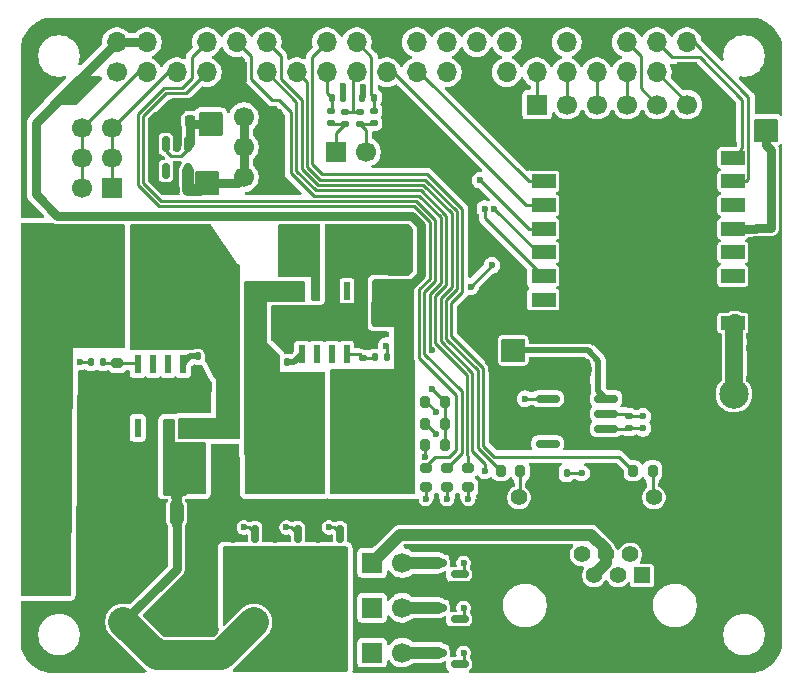
<source format=gbr>
%TF.GenerationSoftware,KiCad,Pcbnew,9.0.7*%
%TF.CreationDate,2026-02-09T21:03:28-05:00*%
%TF.ProjectId,central-board,63656e74-7261-46c2-9d62-6f6172642e6b,rev?*%
%TF.SameCoordinates,PX448a630PY53bb8c0*%
%TF.FileFunction,Copper,L1,Top*%
%TF.FilePolarity,Positive*%
%FSLAX46Y46*%
G04 Gerber Fmt 4.6, Leading zero omitted, Abs format (unit mm)*
G04 Created by KiCad (PCBNEW 9.0.7) date 2026-02-09 21:03:28*
%MOMM*%
%LPD*%
G01*
G04 APERTURE LIST*
G04 Aperture macros list*
%AMRoundRect*
0 Rectangle with rounded corners*
0 $1 Rounding radius*
0 $2 $3 $4 $5 $6 $7 $8 $9 X,Y pos of 4 corners*
0 Add a 4 corners polygon primitive as box body*
4,1,4,$2,$3,$4,$5,$6,$7,$8,$9,$2,$3,0*
0 Add four circle primitives for the rounded corners*
1,1,$1+$1,$2,$3*
1,1,$1+$1,$4,$5*
1,1,$1+$1,$6,$7*
1,1,$1+$1,$8,$9*
0 Add four rect primitives between the rounded corners*
20,1,$1+$1,$2,$3,$4,$5,0*
20,1,$1+$1,$4,$5,$6,$7,0*
20,1,$1+$1,$6,$7,$8,$9,0*
20,1,$1+$1,$8,$9,$2,$3,0*%
G04 Aperture macros list end*
%TA.AperFunction,Conductor*%
%ADD10C,0.200000*%
%TD*%
%TA.AperFunction,ComponentPad*%
%ADD11R,1.408000X1.408000*%
%TD*%
%TA.AperFunction,ComponentPad*%
%ADD12C,1.408000*%
%TD*%
%TA.AperFunction,ComponentPad*%
%ADD13C,2.400000*%
%TD*%
%TA.AperFunction,ComponentPad*%
%ADD14O,1.700000X1.700000*%
%TD*%
%TA.AperFunction,ComponentPad*%
%ADD15R,1.700000X1.700000*%
%TD*%
%TA.AperFunction,ComponentPad*%
%ADD16C,1.700000*%
%TD*%
%TA.AperFunction,SMDPad,CuDef*%
%ADD17RoundRect,0.250000X1.045000X-0.785000X1.045000X0.785000X-1.045000X0.785000X-1.045000X-0.785000X0*%
%TD*%
%TA.AperFunction,SMDPad,CuDef*%
%ADD18RoundRect,0.135000X0.135000X0.185000X-0.135000X0.185000X-0.135000X-0.185000X0.135000X-0.185000X0*%
%TD*%
%TA.AperFunction,SMDPad,CuDef*%
%ADD19RoundRect,0.140000X-0.140000X-0.170000X0.140000X-0.170000X0.140000X0.170000X-0.140000X0.170000X0*%
%TD*%
%TA.AperFunction,SMDPad,CuDef*%
%ADD20RoundRect,0.250000X-0.325000X-0.650000X0.325000X-0.650000X0.325000X0.650000X-0.325000X0.650000X0*%
%TD*%
%TA.AperFunction,SMDPad,CuDef*%
%ADD21RoundRect,0.150000X0.587500X0.150000X-0.587500X0.150000X-0.587500X-0.150000X0.587500X-0.150000X0*%
%TD*%
%TA.AperFunction,SMDPad,CuDef*%
%ADD22RoundRect,0.135000X-0.135000X-0.185000X0.135000X-0.185000X0.135000X0.185000X-0.135000X0.185000X0*%
%TD*%
%TA.AperFunction,SMDPad,CuDef*%
%ADD23RoundRect,0.135000X-0.185000X0.135000X-0.185000X-0.135000X0.185000X-0.135000X0.185000X0.135000X0*%
%TD*%
%TA.AperFunction,SMDPad,CuDef*%
%ADD24RoundRect,0.250000X0.325000X0.650000X-0.325000X0.650000X-0.325000X-0.650000X0.325000X-0.650000X0*%
%TD*%
%TA.AperFunction,SMDPad,CuDef*%
%ADD25RoundRect,0.200000X0.200000X0.275000X-0.200000X0.275000X-0.200000X-0.275000X0.200000X-0.275000X0*%
%TD*%
%TA.AperFunction,SMDPad,CuDef*%
%ADD26RoundRect,0.140000X0.140000X0.170000X-0.140000X0.170000X-0.140000X-0.170000X0.140000X-0.170000X0*%
%TD*%
%TA.AperFunction,SMDPad,CuDef*%
%ADD27R,0.599999X1.549999*%
%TD*%
%TA.AperFunction,SMDPad,CuDef*%
%ADD28R,4.900001X2.949999*%
%TD*%
%TA.AperFunction,SMDPad,CuDef*%
%ADD29RoundRect,0.225000X0.225000X0.250000X-0.225000X0.250000X-0.225000X-0.250000X0.225000X-0.250000X0*%
%TD*%
%TA.AperFunction,SMDPad,CuDef*%
%ADD30R,0.990000X0.880000*%
%TD*%
%TA.AperFunction,SMDPad,CuDef*%
%ADD31RoundRect,0.200000X-0.275000X0.200000X-0.275000X-0.200000X0.275000X-0.200000X0.275000X0.200000X0*%
%TD*%
%TA.AperFunction,SMDPad,CuDef*%
%ADD32RoundRect,0.135000X0.185000X-0.135000X0.185000X0.135000X-0.185000X0.135000X-0.185000X-0.135000X0*%
%TD*%
%TA.AperFunction,SMDPad,CuDef*%
%ADD33RoundRect,0.150000X-0.150000X0.512500X-0.150000X-0.512500X0.150000X-0.512500X0.150000X0.512500X0*%
%TD*%
%TA.AperFunction,SMDPad,CuDef*%
%ADD34RoundRect,0.150000X-0.825000X-0.150000X0.825000X-0.150000X0.825000X0.150000X-0.825000X0.150000X0*%
%TD*%
%TA.AperFunction,ComponentPad*%
%ADD35C,1.803400*%
%TD*%
%TA.AperFunction,SMDPad,CuDef*%
%ADD36RoundRect,0.200000X-0.200000X-0.275000X0.200000X-0.275000X0.200000X0.275000X-0.200000X0.275000X0*%
%TD*%
%TA.AperFunction,SMDPad,CuDef*%
%ADD37R,3.500000X3.500000*%
%TD*%
%TA.AperFunction,ComponentPad*%
%ADD38C,2.500000*%
%TD*%
%TA.AperFunction,SMDPad,CuDef*%
%ADD39RoundRect,0.150000X-0.150000X0.587500X-0.150000X-0.587500X0.150000X-0.587500X0.150000X0.587500X0*%
%TD*%
%TA.AperFunction,SMDPad,CuDef*%
%ADD40R,2.000000X1.200000*%
%TD*%
%TA.AperFunction,SMDPad,CuDef*%
%ADD41RoundRect,0.140000X-0.170000X0.140000X-0.170000X-0.140000X0.170000X-0.140000X0.170000X0.140000X0*%
%TD*%
%TA.AperFunction,SMDPad,CuDef*%
%ADD42R,1.900000X2.376000*%
%TD*%
%TA.AperFunction,ViaPad*%
%ADD43C,0.600000*%
%TD*%
%TA.AperFunction,Conductor*%
%ADD44C,0.250000*%
%TD*%
%TA.AperFunction,Conductor*%
%ADD45C,0.800000*%
%TD*%
%TA.AperFunction,Conductor*%
%ADD46C,0.500000*%
%TD*%
%TA.AperFunction,Conductor*%
%ADD47C,1.000000*%
%TD*%
%TA.AperFunction,Conductor*%
%ADD48C,2.500000*%
%TD*%
%TA.AperFunction,Conductor*%
%ADD49C,1.500000*%
%TD*%
G04 APERTURE END LIST*
%TO.N,Net-(D2-K)*%
D10*
X13750000Y21800000D02*
X18750000Y21800000D01*
X18750000Y20200000D01*
X13750000Y20200000D01*
X13750000Y21800000D01*
%TA.AperFunction,Conductor*%
G36*
X13750000Y21800000D02*
G01*
X18750000Y21800000D01*
X18750000Y20200000D01*
X13750000Y20200000D01*
X13750000Y21800000D01*
G37*
%TD.AperFunction*%
X16950000Y34800000D02*
X18750000Y34800000D01*
X18750000Y20200000D01*
X16950000Y20200000D01*
X16950000Y34800000D01*
%TA.AperFunction,Conductor*%
G36*
X16950000Y34800000D02*
G01*
X18750000Y34800000D01*
X18750000Y20200000D01*
X16950000Y20200000D01*
X16950000Y34800000D01*
G37*
%TD.AperFunction*%
%TO.N,Net-(D1-K)*%
X19277057Y33400000D02*
X21077057Y33400000D01*
X21077057Y18800000D01*
X19277057Y18800000D01*
X19277057Y33400000D01*
%TA.AperFunction,Conductor*%
G36*
X19277057Y33400000D02*
G01*
X21077057Y33400000D01*
X21077057Y18800000D01*
X19277057Y18800000D01*
X19277057Y33400000D01*
G37*
%TD.AperFunction*%
X19277057Y33400000D02*
X24277057Y33400000D01*
X24277057Y31800000D01*
X19277057Y31800000D01*
X19277057Y33400000D01*
%TA.AperFunction,Conductor*%
G36*
X19277057Y33400000D02*
G01*
X24277057Y33400000D01*
X24277057Y31800000D01*
X19277057Y31800000D01*
X19277057Y33400000D01*
G37*
%TD.AperFunction*%
%TD*%
D11*
%TO.P,J1,1,1*%
%TO.N,RS_A*%
X52920000Y8540000D03*
D12*
%TO.P,J1,2,2*%
%TO.N,RS_B*%
X51900000Y10320000D03*
%TO.P,J1,3,3*%
%TO.N,RJ45_SNS*%
X50880000Y8540000D03*
%TO.P,J1,4,4*%
%TO.N,+12V*%
X49860000Y10320000D03*
%TO.P,J1,5,5*%
X48840000Y8540000D03*
%TO.P,J1,6,6*%
%TO.N,Net-(J1-Pad6)*%
X47820000Y10320000D03*
%TO.P,J1,7,7*%
%TO.N,GND*%
X46800000Y8540000D03*
%TO.P,J1,8,8*%
X45780000Y10320000D03*
%TO.P,J1,9*%
X56210000Y15140000D03*
%TO.P,J1,10*%
%TO.N,Net-(J1-Pad10)*%
X53920000Y15140000D03*
%TO.P,J1,11*%
%TO.N,GND*%
X44780000Y15140000D03*
%TO.P,J1,12*%
%TO.N,Net-(J1-Pad12)*%
X42490000Y15140000D03*
D13*
%TO.P,J1,SH1,SHIELD*%
%TO.N,GND*%
X41225000Y9430000D03*
%TO.P,J1,SH2,SHIELD__1*%
X57475000Y9430000D03*
%TD*%
D14*
%TO.P,J4,40,BCM21_SCLK_PCM_DO*%
%TO.N,DIO1*%
X56707500Y53687000D03*
D15*
%TO.P,J4,39,GND*%
%TO.N,GND*%
X56707500Y51147000D03*
D14*
%TO.P,J4,38,BCM20_MOSI_PCM_DI*%
%TO.N,BUSY*%
X54167500Y53687000D03*
%TO.P,J4,37,BCM26*%
%TO.N,GPIO26*%
X54167500Y51147000D03*
%TO.P,J4,36,BCM16*%
%TO.N,GPIO17*%
X51627500Y53687000D03*
%TO.P,J4,35,BCM19_MISO_PCM_FS*%
%TO.N,GPIO19*%
X51627500Y51147000D03*
D15*
%TO.P,J4,34,GND*%
%TO.N,GND*%
X49087500Y53687000D03*
D14*
%TO.P,J4,33,BCM13_PWM1*%
%TO.N,GPIO18*%
X49087500Y51147000D03*
%TO.P,J4,32,BCM12_PWM0*%
%TO.N,PWM*%
X46547500Y53687000D03*
%TO.P,J4,31,BCM6*%
%TO.N,GPIO20*%
X46547500Y51147000D03*
D15*
%TO.P,J4,30,GND*%
%TO.N,GND*%
X44007500Y53687000D03*
D14*
%TO.P,J4,29,BCM5*%
%TO.N,GPIO21*%
X44007500Y51147000D03*
%TO.P,J4,28,BCM1_ID_SC*%
%TO.N,unconnected-(J4-BCM1_ID_SC-Pad28)*%
X41467500Y53687000D03*
%TO.P,J4,27,BCM0_ID_SD*%
%TO.N,unconnected-(J4-BCM0_ID_SD-Pad27)*%
X41467500Y51147000D03*
%TO.P,J4,26,BCM7_CE1*%
%TO.N,CS_1*%
X38927500Y53687000D03*
D15*
%TO.P,J4,25,GND*%
%TO.N,GND*%
X38927500Y51147000D03*
D14*
%TO.P,J4,24,BCM8_CE0*%
%TO.N,NRESET*%
X36387500Y53687000D03*
%TO.P,J4,23,BCM11_SCLK*%
%TO.N,SCK*%
X36387500Y51147000D03*
%TO.P,J4,22,BCM25*%
%TO.N,unconnected-(J4-BCM25-Pad22)*%
X33847500Y53687000D03*
%TO.P,J4,21,BCM9_MISO*%
%TO.N,MISO*%
X33847500Y51147000D03*
D15*
%TO.P,J4,20,GND*%
%TO.N,GND*%
X31307500Y53687000D03*
D14*
%TO.P,J4,19,BCM10_MOSI*%
%TO.N,MOSI*%
X31307500Y51147000D03*
%TO.P,J4,18,BCM24*%
%TO.N,KNOB_B*%
X28767500Y53687000D03*
%TO.P,J4,17,3.3V*%
%TO.N,ROT_PWR*%
X28767500Y51147000D03*
%TO.P,J4,16,BCM23*%
%TO.N,LED_GRN*%
X26227500Y53687000D03*
%TO.P,J4,15,BCM22*%
%TO.N,KNOB_A*%
X26227500Y51147000D03*
D15*
%TO.P,J4,14,GND*%
%TO.N,GND*%
X23687500Y53687000D03*
D14*
%TO.P,J4,13,BCM27*%
%TO.N,LED_YLW*%
X23687500Y51147000D03*
%TO.P,J4,12,BCM18_PCM_C*%
%TO.N,RJ45_SNS*%
X21147500Y53687000D03*
%TO.P,J4,11,BCM17*%
%TO.N,EN_S3*%
X21147500Y51147000D03*
%TO.P,J4,10,BCM15_RXD*%
%TO.N,RS_RX*%
X18607500Y53687000D03*
D15*
%TO.P,J4,9,GND*%
%TO.N,GND*%
X18607500Y51147000D03*
D14*
%TO.P,J4,8,BCM14_TXD*%
%TO.N,EN_S1*%
X16067500Y53687000D03*
%TO.P,J4,7,BCM4_GPCLK0*%
%TO.N,EN_S2*%
X16067500Y51147000D03*
D15*
%TO.P,J4,6,GND*%
%TO.N,GND*%
X13527500Y53687000D03*
D14*
%TO.P,J4,5,BCM3_SCL*%
%TO.N,SCL*%
X13527500Y51147000D03*
%TO.P,J4,4,5V*%
%TO.N,+5V*%
X10987500Y53687000D03*
%TO.P,J4,3,BCM2_SDA*%
%TO.N,SDA*%
X10987500Y51147000D03*
%TO.P,J4,2,5V*%
%TO.N,+5V*%
X8447500Y53687000D03*
D16*
%TO.P,J4,1,3.3V*%
%TO.N,unconnected-(J4-3.3V-Pad1)*%
X8447500Y51147000D03*
%TD*%
D17*
%TO.P,C10,1*%
%TO.N,+5V*%
X31277057Y30800000D03*
%TO.P,C10,2*%
%TO.N,GND*%
X31277057Y37040000D03*
%TD*%
D18*
%TO.P,R5,1*%
%TO.N,+5V*%
X31297057Y27000000D03*
%TO.P,R5,2*%
%TO.N,Net-(U6-VSENSE)*%
X30277057Y27000000D03*
%TD*%
D19*
%TO.P,C19,1*%
%TO.N,KNOB_A*%
X26640000Y49000000D03*
%TO.P,C19,2*%
%TO.N,GND*%
X27600000Y49000000D03*
%TD*%
D20*
%TO.P,C15,1*%
%TO.N,+24V*%
X24477057Y37200000D03*
%TO.P,C15,2*%
%TO.N,GND*%
X27427057Y37200000D03*
%TD*%
D21*
%TO.P,Q5,1,G*%
%TO.N,Net-(Q5-G)*%
X37475000Y1050000D03*
%TO.P,Q5,2,S*%
%TO.N,GND*%
X37475000Y2950000D03*
%TO.P,Q5,3,D*%
%TO.N,Net-(J11-Pin_2)*%
X35600000Y2000000D03*
%TD*%
D22*
%TO.P,R4,1*%
%TO.N,GND*%
X45500000Y17200000D03*
%TO.P,R4,2*%
%TO.N,Net-(J1-Pad6)*%
X46520000Y17200000D03*
%TD*%
D23*
%TO.P,R12,1*%
%TO.N,ROT_PWR*%
X27800000Y47820000D03*
%TO.P,R12,2*%
%TO.N,Net-(J5-Pin_1)*%
X27800000Y46800000D03*
%TD*%
D20*
%TO.P,C12,1*%
%TO.N,+24V*%
X24477057Y34800000D03*
%TO.P,C12,2*%
%TO.N,GND*%
X27427057Y34800000D03*
%TD*%
D24*
%TO.P,C7,1*%
%TO.N,+24V*%
X13500000Y13850000D03*
%TO.P,C7,2*%
%TO.N,GND*%
X10550000Y13850000D03*
%TD*%
D25*
%TO.P,R11,1*%
%TO.N,PWM*%
X36200000Y23200000D03*
%TO.P,R11,2*%
%TO.N,Net-(Q3-G)*%
X34550000Y23200000D03*
%TD*%
D15*
%TO.P,J12,1,Pin_1*%
%TO.N,SCL*%
X8000000Y41320000D03*
D16*
%TO.P,J12,2,Pin_2*%
%TO.N,SDA*%
X5460000Y41320000D03*
%TO.P,J12,3,Pin_3*%
%TO.N,SCL*%
X8000000Y43860000D03*
%TO.P,J12,4,Pin_4*%
%TO.N,SDA*%
X5460000Y43860000D03*
%TO.P,J12,5,Pin_5*%
%TO.N,SCL*%
X8000000Y46400000D03*
%TO.P,J12,6,Pin_6*%
%TO.N,SDA*%
X5460000Y46400000D03*
%TD*%
D15*
%TO.P,J10,1,Pin_1*%
%TO.N,+12V*%
X30060000Y9600000D03*
D16*
%TO.P,J10,2,Pin_2*%
%TO.N,Net-(J10-Pin_2)*%
X32600000Y9600000D03*
%TD*%
D26*
%TO.P,C6,1*%
%TO.N,+3V3*%
X14459339Y41180000D03*
%TO.P,C6,2*%
%TO.N,GND*%
X13499339Y41180000D03*
%TD*%
D23*
%TO.P,R13,1*%
%TO.N,ROT_PWR*%
X29000000Y47820000D03*
%TO.P,R13,2*%
%TO.N,Net-(J5-Pin_2)*%
X29000000Y46800000D03*
%TD*%
D27*
%TO.P,U4,1,BOOT*%
%TO.N,Net-(U4-BOOT)*%
X14032001Y26450001D03*
%TO.P,U4,2,NC*%
%TO.N,unconnected-(U4-NC-Pad2)*%
X12762001Y26450001D03*
%TO.P,U4,3,NC*%
%TO.N,unconnected-(U4-NC-Pad3)*%
X11492001Y26450001D03*
%TO.P,U4,4,VSENSE*%
%TO.N,Net-(U4-VSENSE)*%
X10222001Y26450001D03*
%TO.P,U4,5,ENA*%
%TO.N,unconnected-(U4-ENA-Pad5)*%
X10222001Y21050001D03*
%TO.P,U4,6,GND*%
%TO.N,GND*%
X11492001Y21050001D03*
%TO.P,U4,7,VIN*%
%TO.N,+24V*%
X12762001Y21050001D03*
%TO.P,U4,8,PH*%
%TO.N,Net-(D2-K)*%
X14032001Y21050001D03*
D28*
%TO.P,U4,9,PAD*%
%TO.N,GND*%
X12127001Y23750001D03*
%TD*%
D29*
%TO.P,C5,1*%
%TO.N,+5V*%
X14649339Y46980000D03*
%TO.P,C5,2*%
%TO.N,GND*%
X13099339Y46980000D03*
%TD*%
D15*
%TO.P,J5,1,Pin_1*%
%TO.N,Net-(J5-Pin_1)*%
X27000000Y44400000D03*
D16*
%TO.P,J5,2,Pin_2*%
%TO.N,Net-(J5-Pin_2)*%
X29540000Y44400000D03*
%TO.P,J5,3,Pin_3*%
%TO.N,GND*%
X32080000Y44400000D03*
%TD*%
D15*
%TO.P,J11,1,Pin_1*%
%TO.N,+12V*%
X30060000Y2000000D03*
D16*
%TO.P,J11,2,Pin_2*%
%TO.N,Net-(J11-Pin_2)*%
X32600000Y2000000D03*
%TD*%
D30*
%TO.P,D2,1,K*%
%TO.N,Net-(D2-K)*%
X16000000Y21100000D03*
%TO.P,D2,2,A*%
%TO.N,GND*%
X16000000Y24485000D03*
%TD*%
D27*
%TO.P,U6,1,BOOT*%
%TO.N,Net-(U6-BOOT)*%
X24122058Y27249999D03*
%TO.P,U6,2,NC*%
%TO.N,unconnected-(U6-NC-Pad2)*%
X25392058Y27249999D03*
%TO.P,U6,3,NC*%
%TO.N,unconnected-(U6-NC-Pad3)*%
X26662058Y27249999D03*
%TO.P,U6,4,VSENSE*%
%TO.N,Net-(U6-VSENSE)*%
X27932058Y27249999D03*
%TO.P,U6,5,ENA*%
%TO.N,unconnected-(U6-ENA-Pad5)*%
X27932058Y32649999D03*
%TO.P,U6,6,GND*%
%TO.N,GND*%
X26662058Y32649999D03*
%TO.P,U6,7,VIN*%
%TO.N,+24V*%
X25392058Y32649999D03*
%TO.P,U6,8,PH*%
%TO.N,Net-(D1-K)*%
X24122058Y32649999D03*
D28*
%TO.P,U6,9,PAD*%
%TO.N,GND*%
X26027058Y29949999D03*
%TD*%
D25*
%TO.P,R10,1*%
%TO.N,PWM*%
X36200000Y21400000D03*
%TO.P,R10,2*%
%TO.N,Net-(Q2-G)*%
X34550000Y21400000D03*
%TD*%
D31*
%TO.P,R16,1*%
%TO.N,EN_S2*%
X36400000Y17650000D03*
%TO.P,R16,2*%
%TO.N,Net-(Q4-G)*%
X36400000Y16000000D03*
%TD*%
D23*
%TO.P,R14,1*%
%TO.N,KNOB_A*%
X26600000Y47840000D03*
%TO.P,R14,2*%
%TO.N,Net-(J5-Pin_1)*%
X26600000Y46820000D03*
%TD*%
D19*
%TO.P,C13,1*%
%TO.N,Net-(U4-BOOT)*%
X15290000Y27100000D03*
%TO.P,C13,2*%
%TO.N,Net-(D2-K)*%
X16250000Y27100000D03*
%TD*%
D32*
%TO.P,R6,1*%
%TO.N,Net-(U6-VSENSE)*%
X29277057Y26980000D03*
%TO.P,R6,2*%
%TO.N,GND*%
X29277057Y28000000D03*
%TD*%
D22*
%TO.P,R7,1*%
%TO.N,+12V*%
X6230000Y26600000D03*
%TO.P,R7,2*%
%TO.N,Net-(U4-VSENSE)*%
X7250000Y26600000D03*
%TD*%
D26*
%TO.P,C3,1*%
%TO.N,+3V3*%
X49200000Y25110000D03*
%TO.P,C3,2*%
%TO.N,GND*%
X48240000Y25110000D03*
%TD*%
D33*
%TO.P,U5,1,VIN*%
%TO.N,+5V*%
X14499339Y45055000D03*
%TO.P,U5,2,GND*%
%TO.N,GND*%
X13549339Y45055000D03*
%TO.P,U5,3,CE*%
%TO.N,+5V*%
X12599339Y45055000D03*
%TO.P,U5,4,NC*%
%TO.N,unconnected-(U5-NC-Pad4)*%
X12599339Y42780000D03*
%TO.P,U5,5,VOUT*%
%TO.N,+3V3*%
X14499339Y42780000D03*
%TD*%
D34*
%TO.P,U1,1,RO*%
%TO.N,RS_RX*%
X44925000Y23505000D03*
%TO.P,U1,2,~{RE}*%
%TO.N,GND*%
X44925000Y22235000D03*
%TO.P,U1,3,DE*%
X44925000Y20965000D03*
%TO.P,U1,4,DI*%
%TO.N,unconnected-(U1-DI-Pad4)*%
X44925000Y19695000D03*
%TO.P,U1,5,GND*%
%TO.N,GND*%
X49875000Y19695000D03*
%TO.P,U1,6,A*%
%TO.N,RS_A*%
X49875000Y20965000D03*
%TO.P,U1,7,B*%
%TO.N,RS_B*%
X49875000Y22235000D03*
%TO.P,U1,8,VCC*%
%TO.N,+3V3*%
X49875000Y23505000D03*
%TD*%
D35*
%TO.P,J3,1,1*%
%TO.N,+24V*%
X20060000Y4575000D03*
%TO.P,J3,2,2*%
%TO.N,-LED*%
X25140000Y4575000D03*
%TD*%
D24*
%TO.P,C8,1*%
%TO.N,+24V*%
X13500000Y16350000D03*
%TO.P,C8,2*%
%TO.N,GND*%
X10550000Y16350000D03*
%TD*%
D36*
%TO.P,R3,1*%
%TO.N,LED_YLW*%
X40950000Y17400000D03*
%TO.P,R3,2*%
%TO.N,Net-(J1-Pad12)*%
X42600000Y17400000D03*
%TD*%
D21*
%TO.P,Q6,1,G*%
%TO.N,Net-(Q6-G)*%
X37475000Y4850000D03*
%TO.P,Q6,2,S*%
%TO.N,GND*%
X37475000Y6750000D03*
%TO.P,Q6,3,D*%
%TO.N,Net-(J8-Pin_2)*%
X35600000Y5800000D03*
%TD*%
D25*
%TO.P,R2,1*%
%TO.N,Net-(J1-Pad10)*%
X53800000Y17400000D03*
%TO.P,R2,2*%
%TO.N,LED_GRN*%
X52150000Y17400000D03*
%TD*%
D31*
%TO.P,R17,1*%
%TO.N,EN_S3*%
X38200000Y17650000D03*
%TO.P,R17,2*%
%TO.N,Net-(Q5-G)*%
X38200000Y16000000D03*
%TD*%
D37*
%TO.P,L2,1,1*%
%TO.N,Net-(D2-K)*%
X14550000Y33000000D03*
%TO.P,L2,2,2*%
%TO.N,+12V*%
X4196000Y33000000D03*
%TD*%
D26*
%TO.P,C9,1*%
%TO.N,Net-(U6-BOOT)*%
X22877057Y26600000D03*
%TO.P,C9,2*%
%TO.N,Net-(D1-K)*%
X21917057Y26600000D03*
%TD*%
D21*
%TO.P,Q4,1,G*%
%TO.N,Net-(Q4-G)*%
X37475000Y8650000D03*
%TO.P,Q4,2,S*%
%TO.N,GND*%
X37475000Y10550000D03*
%TO.P,Q4,3,D*%
%TO.N,Net-(J10-Pin_2)*%
X35600000Y9600000D03*
%TD*%
D31*
%TO.P,R18,1*%
%TO.N,EN_S1*%
X34600000Y17650000D03*
%TO.P,R18,2*%
%TO.N,Net-(Q6-G)*%
X34600000Y16000000D03*
%TD*%
D15*
%TO.P,J8,1,Pin_1*%
%TO.N,+12V*%
X30060000Y5800000D03*
D16*
%TO.P,J8,2,Pin_2*%
%TO.N,Net-(J8-Pin_2)*%
X32600000Y5800000D03*
%TD*%
D15*
%TO.P,J6,1,Pin_1*%
%TO.N,GND*%
X21740000Y42260000D03*
D16*
%TO.P,J6,2,Pin_2*%
%TO.N,+3V3*%
X19200000Y42260000D03*
%TO.P,J6,3,Pin_3*%
%TO.N,GND*%
X21740000Y44800000D03*
%TO.P,J6,4,Pin_4*%
%TO.N,+3V3*%
X19200000Y44800000D03*
%TO.P,J6,5,Pin_5*%
%TO.N,GND*%
X21740000Y47340000D03*
%TO.P,J6,6,Pin_6*%
%TO.N,+3V3*%
X19200000Y47340000D03*
%TD*%
D38*
%TO.P,U3,1,1*%
%TO.N,GND*%
X63200000Y26400000D03*
%TO.P,U3,2,2*%
X63240000Y21360000D03*
%TO.P,U3,3,3*%
X58200000Y21400000D03*
%TO.P,U3,4,4*%
X58200000Y26400000D03*
%TO.P,U3,5,5*%
%TO.N,Net-(U2-ANT)*%
X60700000Y23900000D03*
%TD*%
D23*
%TO.P,R15,1*%
%TO.N,KNOB_B*%
X30200000Y47840000D03*
%TO.P,R15,2*%
%TO.N,Net-(J5-Pin_2)*%
X30200000Y46820000D03*
%TD*%
D39*
%TO.P,Q3,1,G*%
%TO.N,Net-(Q3-G)*%
X20150000Y12075000D03*
%TO.P,Q3,2,S*%
%TO.N,GND*%
X18250000Y12075000D03*
%TO.P,Q3,3,D*%
%TO.N,-LED*%
X19200000Y10200000D03*
%TD*%
D24*
%TO.P,C11,1*%
%TO.N,+24V*%
X13500000Y18850000D03*
%TO.P,C11,2*%
%TO.N,GND*%
X10550000Y18850000D03*
%TD*%
D35*
%TO.P,J2,1,1*%
%TO.N,+24V*%
X9000000Y4600000D03*
%TO.P,J2,2,2*%
%TO.N,GND*%
X14080000Y4600000D03*
%TD*%
D40*
%TO.P,U2,1,GND*%
%TO.N,GND*%
X44600000Y43900000D03*
%TO.P,U2,2,MISO*%
%TO.N,MISO*%
X44600000Y41900000D03*
%TO.P,U2,3,MOSI*%
%TO.N,MOSI*%
X44600000Y39900000D03*
%TO.P,U2,4,SCK*%
%TO.N,SCK*%
X44600000Y37900000D03*
%TO.P,U2,5,NSS*%
%TO.N,CS_1*%
X44600000Y35900000D03*
%TO.P,U2,6,NRESET*%
%TO.N,NRESET*%
X44600000Y33900000D03*
%TO.P,U2,7,NC*%
%TO.N,unconnected-(U2-NC-Pad7)*%
X44600000Y31900000D03*
%TO.P,U2,8,GND*%
%TO.N,GND*%
X44600000Y29900000D03*
%TO.P,U2,9,ANT*%
%TO.N,Net-(U2-ANT)*%
X60600000Y29900000D03*
%TO.P,U2,10,GND*%
%TO.N,GND*%
X60600000Y31900000D03*
%TO.P,U2,11,DIO3*%
%TO.N,unconnected-(U2-DIO3-Pad11)*%
X60600000Y33900000D03*
%TO.P,U2,12,NC*%
%TO.N,unconnected-(U2-NC-Pad12)*%
X60600000Y35900000D03*
%TO.P,U2,13,VCC*%
%TO.N,+3V3*%
X60600000Y37900000D03*
%TO.P,U2,14,NC*%
%TO.N,unconnected-(U2-NC-Pad14)*%
X60600000Y39900000D03*
%TO.P,U2,15,DIO1*%
%TO.N,DIO1*%
X60600000Y41900000D03*
%TO.P,U2,16,BUSY*%
%TO.N,BUSY*%
X60600000Y43900000D03*
%TD*%
D15*
%TO.P,J7,1,Pin_1*%
%TO.N,GPIO21*%
X44040000Y48400000D03*
D16*
%TO.P,J7,2,Pin_2*%
%TO.N,GPIO20*%
X46580000Y48400000D03*
%TO.P,J7,3,Pin_3*%
%TO.N,GPIO18*%
X49120000Y48400000D03*
%TO.P,J7,4,Pin_4*%
%TO.N,GPIO19*%
X51660000Y48400000D03*
%TO.P,J7,5,Pin_5*%
%TO.N,GPIO17*%
X54200000Y48400000D03*
%TO.P,J7,6,Pin_6*%
%TO.N,GPIO26*%
X56740000Y48400000D03*
%TD*%
D26*
%TO.P,C4,1*%
%TO.N,+3V3*%
X49200000Y26510000D03*
%TO.P,C4,2*%
%TO.N,GND*%
X48240000Y26510000D03*
%TD*%
D39*
%TO.P,Q2,1,G*%
%TO.N,Net-(Q2-G)*%
X23750000Y12075000D03*
%TO.P,Q2,2,S*%
%TO.N,GND*%
X21850000Y12075000D03*
%TO.P,Q2,3,D*%
%TO.N,-LED*%
X22800000Y10200000D03*
%TD*%
D31*
%TO.P,R8,1*%
%TO.N,Net-(U4-VSENSE)*%
X8500000Y26500000D03*
%TO.P,R8,2*%
%TO.N,GND*%
X8500000Y24850000D03*
%TD*%
D25*
%TO.P,R9,1*%
%TO.N,PWM*%
X36200000Y19600000D03*
%TO.P,R9,2*%
%TO.N,Net-(Q1-G)*%
X34550000Y19600000D03*
%TD*%
D41*
%TO.P,C2,1*%
%TO.N,+3V3*%
X63800000Y37960000D03*
%TO.P,C2,2*%
%TO.N,GND*%
X63800000Y37000000D03*
%TD*%
D39*
%TO.P,Q1,1,G*%
%TO.N,Net-(Q1-G)*%
X27350000Y12075000D03*
%TO.P,Q1,2,S*%
%TO.N,GND*%
X25450000Y12075000D03*
%TO.P,Q1,3,D*%
%TO.N,-LED*%
X26400000Y10200000D03*
%TD*%
D41*
%TO.P,C1,1*%
%TO.N,+3V3*%
X62600000Y37960000D03*
%TO.P,C1,2*%
%TO.N,GND*%
X62600000Y37000000D03*
%TD*%
D26*
%TO.P,C18,1*%
%TO.N,KNOB_B*%
X30200000Y49000000D03*
%TO.P,C18,2*%
%TO.N,GND*%
X29240000Y49000000D03*
%TD*%
D37*
%TO.P,L1,1,1*%
%TO.N,Net-(D1-K)*%
X21077057Y20600000D03*
%TO.P,L1,2,2*%
%TO.N,+5V*%
X31431057Y20600000D03*
%TD*%
D30*
%TO.P,D1,1,K*%
%TO.N,Net-(D1-K)*%
X22077057Y32585000D03*
%TO.P,D1,2,A*%
%TO.N,GND*%
X22077057Y29200000D03*
%TD*%
D32*
%TO.P,R1,1*%
%TO.N,RS_A*%
X51800000Y21000000D03*
%TO.P,R1,2*%
%TO.N,RS_B*%
X51800000Y22020000D03*
%TD*%
D42*
%TO.P,C14,1*%
%TO.N,+12V*%
X3003000Y22200000D03*
%TO.P,C14,2*%
%TO.N,GND*%
X6800000Y22200000D03*
%TD*%
%TO.P,C16,1*%
%TO.N,+12V*%
X3003000Y12200000D03*
%TO.P,C16,2*%
%TO.N,GND*%
X6800000Y12200000D03*
%TD*%
%TO.P,C17,1*%
%TO.N,+12V*%
X3003000Y17200000D03*
%TO.P,C17,2*%
%TO.N,GND*%
X6800000Y17200000D03*
%TD*%
D43*
%TO.N,NRESET*%
X39600000Y39600000D03*
%TO.N,Net-(Q4-G)*%
X37800000Y9600000D03*
%TO.N,+3V3*%
X15499339Y42380000D03*
X64000000Y45600000D03*
X42600000Y27000000D03*
X16699339Y42380000D03*
X15499339Y41180000D03*
X62800000Y45600000D03*
X16099339Y41780000D03*
X42000000Y27600000D03*
X41400000Y28200000D03*
X62800000Y46800000D03*
X41400000Y27000000D03*
X42600000Y28200000D03*
X63400000Y46200000D03*
X16699339Y41180000D03*
X64000000Y46800000D03*
%TO.N,GND*%
X12000000Y12000000D03*
X10000000Y10000000D03*
X28600000Y37000000D03*
X59400000Y27800000D03*
X51400000Y39200000D03*
X58000000Y37000000D03*
X55800000Y30400000D03*
X10800000Y24800000D03*
X62200000Y29800000D03*
X49200000Y43600000D03*
X10000000Y12000000D03*
X49200000Y32600000D03*
X51400000Y37000000D03*
X59400000Y28800000D03*
X53600000Y41400000D03*
X62200000Y30800000D03*
X55800000Y32600000D03*
X53600000Y37000000D03*
X55800000Y43600000D03*
X51400000Y41400000D03*
X58000000Y43600000D03*
X47000000Y37000000D03*
X57600000Y24600000D03*
X55800000Y39200000D03*
X61400000Y22200000D03*
X62000000Y28800000D03*
X49200000Y39200000D03*
X13400000Y24800000D03*
X59000000Y29800000D03*
X62200000Y22800000D03*
X27600000Y50000000D03*
X47000000Y41400000D03*
X60000000Y22200000D03*
X57600000Y23200000D03*
X51400000Y34800000D03*
X47000000Y39200000D03*
X55800000Y37000000D03*
X62600000Y24000000D03*
X9550000Y18800000D03*
X63800000Y23200000D03*
X62000000Y27800000D03*
X62000000Y25200000D03*
X9550000Y16400000D03*
X63000000Y29400000D03*
X29200000Y36200000D03*
X53600000Y39200000D03*
X49200000Y34800000D03*
X47000000Y32600000D03*
X11000000Y11000000D03*
X9550000Y13800000D03*
X47000000Y34800000D03*
X51400000Y30400000D03*
X59200000Y22800000D03*
X51400000Y32600000D03*
X58200000Y29400000D03*
X10800000Y22600000D03*
X58800000Y24000000D03*
X62800000Y28400000D03*
X27200000Y28800000D03*
X24800000Y31000000D03*
X49200000Y41400000D03*
X12000000Y10000000D03*
X55800000Y41400000D03*
X47000000Y43600000D03*
X47000000Y30400000D03*
X61200000Y21200000D03*
X58000000Y30400000D03*
X26050001Y29949999D03*
X58000000Y34800000D03*
X58600000Y28400000D03*
X53600000Y30400000D03*
X58000000Y32600000D03*
X49200000Y37000000D03*
X59400000Y25200000D03*
X63000000Y30400000D03*
X60200000Y21200000D03*
X51400000Y43600000D03*
X12127001Y23750001D03*
X49200000Y30400000D03*
X27200000Y31000000D03*
X29281705Y49898762D03*
X58000000Y41400000D03*
X53600000Y43600000D03*
X53600000Y34800000D03*
X63800000Y24600000D03*
X28600000Y35400000D03*
X29200000Y37800000D03*
X58000000Y39200000D03*
X59000000Y30800000D03*
X24800000Y28800000D03*
X53600000Y32600000D03*
X29200000Y34600000D03*
X55800000Y34800000D03*
X13400000Y22600000D03*
%TO.N,+5V*%
X16400000Y46765839D03*
X5600000Y49600000D03*
X17000000Y46165839D03*
X17000000Y47365839D03*
X33054057Y32800000D03*
X15800000Y46165839D03*
X15800000Y47365839D03*
X4980250Y50219750D03*
X5000000Y49000000D03*
X3780250Y49019750D03*
X6200000Y50200000D03*
X4380250Y49619750D03*
X31254057Y28000000D03*
%TO.N,+24V*%
X23200000Y36000000D03*
X22600000Y35200000D03*
X23200000Y34400000D03*
X14800000Y19200000D03*
X14800000Y17600000D03*
X14800000Y16000000D03*
X15400000Y18400000D03*
X22600000Y36800000D03*
X15400000Y16800000D03*
X23200000Y37600000D03*
%TO.N,+12V*%
X1800000Y7600000D03*
X3400000Y7600000D03*
X5350000Y26600000D03*
X4000000Y8600000D03*
X2600000Y8600000D03*
X1200000Y8600000D03*
%TO.N,RS_B*%
X53000000Y22020000D03*
%TO.N,Net-(J1-Pad6)*%
X47800000Y17200000D03*
%TO.N,RS_A*%
X53000000Y21000000D03*
%TO.N,RJ45_SNS*%
X39600000Y17400000D03*
%TO.N,CS_1*%
X40400000Y39600000D03*
%TO.N,RS_RX*%
X43000000Y23505000D03*
X35116388Y27600000D03*
%TO.N,PWM*%
X38400000Y33000000D03*
X40200000Y34800000D03*
X35100000Y24300000D03*
%TO.N,SCK*%
X39200000Y42000000D03*
%TO.N,Net-(Q1-G)*%
X34508058Y18591942D03*
X26400000Y12600000D03*
%TO.N,Net-(Q2-G)*%
X35500000Y20500000D03*
X22800000Y12600000D03*
%TO.N,Net-(Q3-G)*%
X19200000Y12600000D03*
X35500000Y22375000D03*
%TO.N,Net-(Q4-G)*%
X36400000Y15000000D03*
%TO.N,Net-(Q5-G)*%
X38200000Y15000000D03*
X37800000Y2000000D03*
%TO.N,Net-(Q6-G)*%
X37800000Y5800000D03*
X34600000Y15000000D03*
%TD*%
D44*
%TO.N,PWM*%
X36200000Y23200000D02*
X35100000Y24300000D01*
X36200000Y21400000D02*
X36200000Y23200000D01*
%TO.N,Net-(Q5-G)*%
X37800000Y1375000D02*
X37475000Y1050000D01*
X37800000Y2000000D02*
X37800000Y1375000D01*
%TO.N,Net-(Q6-G)*%
X37800000Y5175000D02*
X37475000Y4850000D01*
X37800000Y5800000D02*
X37800000Y5175000D01*
%TO.N,Net-(Q4-G)*%
X37800000Y8975000D02*
X37475000Y8650000D01*
X37800000Y9600000D02*
X37800000Y8975000D01*
D45*
%TO.N,+3V3*%
X19200000Y44800000D02*
X19200000Y42260000D01*
D46*
X49200000Y26510000D02*
X49200000Y25110000D01*
X49200000Y26699682D02*
X48299682Y27600000D01*
D45*
X63800000Y37960000D02*
X63800000Y44600000D01*
D46*
X48299682Y27600000D02*
X42000000Y27600000D01*
D45*
X63400000Y45000000D02*
X63400000Y46200000D01*
D46*
X49200000Y25110000D02*
X49200000Y24180000D01*
D47*
X15499339Y41180000D02*
X14500339Y41180000D01*
D46*
X42000000Y27600000D02*
X42200000Y27600000D01*
X49200000Y24180000D02*
X49875000Y23505000D01*
D45*
X62540000Y37900000D02*
X62600000Y37960000D01*
X19200000Y47340000D02*
X19200000Y44800000D01*
D46*
X49200000Y26510000D02*
X49200000Y26699682D01*
D45*
X62600000Y37960000D02*
X63800000Y37960000D01*
X60600000Y37900000D02*
X62540000Y37900000D01*
X63800000Y44600000D02*
X63400000Y45000000D01*
X18720000Y41780000D02*
X19200000Y42260000D01*
D47*
X14499339Y42780000D02*
X14499339Y41220000D01*
D45*
X16099339Y41780000D02*
X18720000Y41780000D01*
D44*
%TO.N,GND*%
X27427057Y34800000D02*
X27427057Y36000000D01*
D45*
X13549339Y46530000D02*
X13549339Y45055000D01*
D44*
X25277059Y29200000D02*
X26027058Y29949999D01*
X29281705Y49041705D02*
X29240000Y49000000D01*
X15265001Y23750001D02*
X16000000Y24485000D01*
D45*
X13223000Y48623000D02*
X11600000Y47000000D01*
D44*
X11492001Y21050001D02*
X11492001Y19792001D01*
D45*
X21740000Y47340000D02*
X21740000Y44800000D01*
D44*
X10550000Y16350000D02*
X10550000Y13850000D01*
X27427057Y36000000D02*
X27427057Y37200000D01*
D45*
X11600000Y47000000D02*
X13079339Y47000000D01*
D46*
X44780000Y15140000D02*
X44780000Y16480000D01*
D45*
X18607500Y51147000D02*
X16083500Y48623000D01*
D44*
X11492001Y19792001D02*
X10550000Y18850000D01*
X22077057Y29200000D02*
X25277059Y29200000D01*
D45*
X13099339Y46980000D02*
X13549339Y46530000D01*
D44*
X29277057Y28000000D02*
X27327058Y29949999D01*
X12127001Y23750001D02*
X15265001Y23750001D01*
D46*
X48240000Y24800001D02*
X45674999Y22235000D01*
D45*
X16083500Y48623000D02*
X13223000Y48623000D01*
D46*
X44925000Y22235000D02*
X44925000Y20965000D01*
D44*
X9599999Y23750001D02*
X12127001Y23750001D01*
D45*
X18607500Y51147000D02*
X18607500Y50472500D01*
D46*
X48240000Y25110000D02*
X48240000Y24800001D01*
X48240000Y26510000D02*
X48240000Y25110000D01*
D44*
X10550000Y18850000D02*
X10550000Y16350000D01*
D46*
X27600000Y50000000D02*
X27600000Y49000000D01*
X45674999Y22235000D02*
X44925000Y22235000D01*
D45*
X13079339Y47000000D02*
X13099339Y46980000D01*
D44*
X26662058Y32649999D02*
X26662058Y34035001D01*
X8500000Y24850000D02*
X9599999Y23750001D01*
D46*
X13549339Y41230000D02*
X13499339Y41180000D01*
X29281705Y49898762D02*
X29281705Y49041705D01*
D45*
X21740000Y44800000D02*
X21740000Y42260000D01*
D44*
X26050001Y29949999D02*
X26027058Y29949999D01*
D45*
X18607500Y50472500D02*
X21740000Y47340000D01*
D44*
X26662058Y34035001D02*
X27427057Y34800000D01*
D46*
X44780000Y16480000D02*
X45500000Y17200000D01*
D44*
X27587057Y37040000D02*
X27427057Y37200000D01*
X27327058Y29949999D02*
X26050001Y29949999D01*
D45*
%TO.N,+5V*%
X16400000Y46765839D02*
X14863500Y46765839D01*
X14863500Y46765839D02*
X14649339Y46980000D01*
X14649339Y46980000D02*
X14649339Y45154000D01*
D44*
X13900661Y44066500D02*
X13012839Y44066500D01*
D45*
X1600000Y40800000D02*
X1600000Y46839500D01*
X33054057Y32800000D02*
X34200000Y33945943D01*
X34200000Y33945943D02*
X34200000Y38200000D01*
X1600000Y46839500D02*
X3780250Y49019750D01*
X33400000Y39000000D02*
X3400000Y39000000D01*
D44*
X12599339Y44480000D02*
X12599339Y45055000D01*
D45*
X4980250Y50219750D02*
X8447500Y53687000D01*
X4380250Y49619750D02*
X4980250Y50219750D01*
X3780250Y49019750D02*
X4380250Y49619750D01*
X14649339Y45154000D02*
X14550339Y45055000D01*
X8447500Y53687000D02*
X10987500Y53687000D01*
D44*
X31297057Y27000000D02*
X31297057Y27957000D01*
X14499339Y44665178D02*
X13900661Y44066500D01*
X14499339Y45055000D02*
X14499339Y44665178D01*
D45*
X3400000Y39000000D02*
X1600000Y40800000D01*
D44*
X31297057Y27957000D02*
X31254057Y28000000D01*
D45*
X34200000Y38200000D02*
X33400000Y39000000D01*
D44*
X13012839Y44066500D02*
X12599339Y44480000D01*
%TO.N,+24V*%
X25392058Y32649999D02*
X25392058Y33884999D01*
X25392058Y33884999D02*
X24477057Y34800000D01*
X24477057Y34800000D02*
X24477057Y37200000D01*
D45*
X13500000Y18850000D02*
X13500000Y16350000D01*
X13500000Y13850000D02*
X13500000Y9100000D01*
D48*
X9000000Y4600000D02*
X11824000Y1776000D01*
D45*
X13500000Y9100000D02*
X9000000Y4600000D01*
D48*
X17261000Y1776000D02*
X20060000Y4575000D01*
D45*
X12762001Y19587999D02*
X13500000Y18850000D01*
X12762001Y21050001D02*
X12762001Y19587999D01*
D48*
X11824000Y1776000D02*
X17261000Y1776000D01*
D45*
X13500000Y16350000D02*
X13500000Y13850000D01*
D46*
%TO.N,Net-(U6-BOOT)*%
X22877057Y26600000D02*
X23472059Y26600000D01*
X23472059Y26600000D02*
X24122058Y27249999D01*
D44*
%TO.N,Net-(D1-K)*%
X24122058Y32649999D02*
X22142056Y32649999D01*
X22142056Y32649999D02*
X22077057Y32585000D01*
D46*
%TO.N,Net-(U4-BOOT)*%
X14682000Y27100000D02*
X14032001Y26450001D01*
X15290000Y27100000D02*
X14682000Y27100000D01*
D44*
%TO.N,Net-(D2-K)*%
X14082000Y21100000D02*
X14032001Y21050001D01*
X16000000Y21100000D02*
X14082000Y21100000D01*
%TO.N,+12V*%
X4196000Y24036000D02*
X1760000Y21600000D01*
X1760000Y21600000D02*
X1760000Y16600000D01*
D47*
X32460000Y12000000D02*
X30060000Y9600000D01*
X48600000Y12000000D02*
X32460000Y12000000D01*
D44*
X1760000Y16600000D02*
X1760000Y11600000D01*
D47*
X49860000Y10320000D02*
X49860000Y10740000D01*
D44*
X6230000Y26600000D02*
X5350000Y26600000D01*
X4196000Y33000000D02*
X4196000Y24036000D01*
D47*
X49860000Y10740000D02*
X48600000Y12000000D01*
X49860000Y10320000D02*
X49860000Y9560000D01*
X49860000Y9560000D02*
X48840000Y8540000D01*
D44*
%TO.N,KNOB_B*%
X30200000Y47840000D02*
X30200000Y49000000D01*
X30200000Y49000000D02*
X30000000Y49200000D01*
X30000000Y52454500D02*
X28767500Y53687000D01*
X30000000Y49200000D02*
X30000000Y52454500D01*
%TO.N,KNOB_A*%
X26227500Y49412500D02*
X26640000Y49000000D01*
X26640000Y49000000D02*
X26640000Y47880000D01*
X26640000Y47880000D02*
X26600000Y47840000D01*
X26227500Y51147000D02*
X26227500Y49412500D01*
%TO.N,RS_B*%
X53000000Y22020000D02*
X51800000Y22020000D01*
X51585000Y22235000D02*
X49875000Y22235000D01*
X51800000Y22020000D02*
X51585000Y22235000D01*
%TO.N,Net-(J1-Pad6)*%
X47800000Y17200000D02*
X46520000Y17200000D01*
%TO.N,RS_A*%
X53000000Y21000000D02*
X51800000Y21000000D01*
X51800000Y21000000D02*
X51765000Y20965000D01*
X51765000Y20965000D02*
X49875000Y20965000D01*
%TO.N,RJ45_SNS*%
X35851000Y32013190D02*
X36791149Y32953339D01*
X34373959Y41604000D02*
X25471620Y41604000D01*
X39600000Y18000000D02*
X38553000Y19047000D01*
X25471620Y41604000D02*
X24102000Y42973620D01*
X22323500Y50608810D02*
X22323500Y52511000D01*
X24102000Y48830310D02*
X22323500Y50608810D01*
X24102000Y42973620D02*
X24102000Y48830310D01*
X38553000Y25698000D02*
X35851000Y28400000D01*
X36791149Y32953339D02*
X36791149Y39186810D01*
X38553000Y19047000D02*
X38553000Y25698000D01*
X36791149Y39186810D02*
X34373959Y41604000D01*
X35851000Y28400000D02*
X35851000Y32013190D01*
X22323500Y52511000D02*
X21147500Y53687000D01*
X39600000Y17400000D02*
X39600000Y18000000D01*
%TO.N,Net-(J1-Pad12)*%
X42600000Y15250000D02*
X42490000Y15140000D01*
X42600000Y17400000D02*
X42600000Y15250000D01*
%TO.N,Net-(J1-Pad10)*%
X53800000Y15260000D02*
X53920000Y15140000D01*
X53800000Y17400000D02*
X53800000Y15260000D01*
%TO.N,SCL*%
X12747000Y51147000D02*
X8000000Y46400000D01*
X8000000Y46400000D02*
X8000000Y43860000D01*
X13527500Y51147000D02*
X12747000Y51147000D01*
X8000000Y43860000D02*
X8000000Y41320000D01*
%TO.N,CS_1*%
X44100000Y35900000D02*
X40400000Y39600000D01*
X44600000Y35900000D02*
X44100000Y35900000D01*
%TO.N,RS_RX*%
X23200000Y42600000D02*
X23200000Y47800000D01*
X21600000Y48800000D02*
X19800000Y50600000D01*
X34942388Y32385992D02*
X35851000Y33294603D01*
X34942388Y27774000D02*
X34942388Y32385992D01*
X22200000Y48800000D02*
X21600000Y48800000D01*
X25098000Y40702000D02*
X23200000Y42600000D01*
X35116388Y27600000D02*
X34942388Y27774000D01*
X19800000Y52494500D02*
X18607500Y53687000D01*
X43000000Y23505000D02*
X44925000Y23505000D01*
X34000339Y40702000D02*
X25098000Y40702000D01*
X35851000Y38851339D02*
X34000339Y40702000D01*
X23200000Y47800000D02*
X22200000Y48800000D01*
X35851000Y33294603D02*
X35851000Y38851339D01*
X19800000Y50600000D02*
X19800000Y52494500D01*
%TO.N,LED_GRN*%
X50950000Y18600000D02*
X40387810Y18600000D01*
X40387810Y18600000D02*
X39455000Y19532810D01*
X25845240Y42506000D02*
X25004000Y43347240D01*
X52150000Y17400000D02*
X50950000Y18600000D01*
X36753000Y28800000D02*
X36753000Y31600000D01*
X39455000Y19532810D02*
X39455000Y26098000D01*
X37693149Y32540149D02*
X37693149Y39560430D01*
X39455000Y26098000D02*
X36753000Y28800000D01*
X36753000Y31600000D02*
X37693149Y32540149D01*
X37693149Y39560430D02*
X34747579Y42506000D01*
X25004000Y43347240D02*
X25004000Y52463500D01*
X34747579Y42506000D02*
X25845240Y42506000D01*
X25004000Y52463500D02*
X26227500Y53687000D01*
%TO.N,LED_YLW*%
X23687500Y51147000D02*
X24553000Y50281500D01*
X34560769Y42055000D02*
X37242149Y39373620D01*
X24553000Y43160430D02*
X25658430Y42055000D01*
X37242149Y39373620D02*
X37242149Y32766529D01*
X25658430Y42055000D02*
X34560769Y42055000D01*
X39004000Y19346000D02*
X40950000Y17400000D01*
X24553000Y50281500D02*
X24553000Y43160430D01*
X39004000Y25898000D02*
X39004000Y19346000D01*
X37242149Y32766529D02*
X36302000Y31826380D01*
X36302000Y31826380D02*
X36302000Y28600000D01*
X36302000Y28600000D02*
X39004000Y25898000D01*
%TO.N,SDA*%
X5460000Y43860000D02*
X5460000Y41320000D01*
X5460000Y46400000D02*
X5460000Y43860000D01*
X10207000Y51147000D02*
X5460000Y46400000D01*
X10987500Y51147000D02*
X10207000Y51147000D01*
%TO.N,GPIO20*%
X46580000Y49820000D02*
X46580000Y48400000D01*
X46547500Y51147000D02*
X46547500Y49852500D01*
X46547500Y49852500D02*
X46580000Y49820000D01*
%TO.N,GPIO26*%
X54167500Y51147000D02*
X56740000Y48574500D01*
X56740000Y48574500D02*
X56740000Y48400000D01*
%TO.N,GPIO21*%
X44007500Y51147000D02*
X44007500Y48432500D01*
X44007500Y48432500D02*
X44040000Y48400000D01*
%TO.N,EN_S1*%
X16067500Y53687000D02*
X14800000Y52419500D01*
X10200000Y41600000D02*
X12000000Y39800000D01*
X36600000Y18600000D02*
X35400000Y18600000D01*
X34040388Y32759611D02*
X34040388Y26959612D01*
X37200000Y19200000D02*
X36600000Y18600000D01*
X35400000Y18600000D02*
X34600000Y17800000D01*
X34040388Y26959612D02*
X37200000Y23800000D01*
X33626719Y39800000D02*
X34926000Y38500719D01*
X34926000Y38500719D02*
X34926000Y33645223D01*
X10200000Y47600000D02*
X10200000Y41600000D01*
X14800000Y52419500D02*
X14800000Y50678192D01*
X34600000Y17800000D02*
X34600000Y17650000D01*
X12000000Y39800000D02*
X33626719Y39800000D01*
X13921808Y49800000D02*
X12400000Y49800000D01*
X34926000Y33645223D02*
X34040388Y32759611D01*
X37200000Y23800000D02*
X37200000Y19200000D01*
X14800000Y50678192D02*
X13921808Y49800000D01*
X12400000Y49800000D02*
X10200000Y47600000D01*
%TO.N,GPIO18*%
X49087500Y51147000D02*
X49087500Y48432500D01*
X49120000Y48574500D02*
X49120000Y48400000D01*
X49087500Y48432500D02*
X49120000Y48400000D01*
%TO.N,PWM*%
X38400000Y33000000D02*
X40200000Y34800000D01*
X36200000Y19600000D02*
X36200000Y21400000D01*
%TO.N,GPIO19*%
X51627500Y50027500D02*
X51660000Y49995000D01*
X51660000Y49995000D02*
X51660000Y48400000D01*
X51627500Y51147000D02*
X51627500Y50027500D01*
%TO.N,DIO1*%
X61926000Y49074000D02*
X61926000Y42126000D01*
X61926000Y42126000D02*
X61700000Y41900000D01*
X61700000Y41900000D02*
X60600000Y41900000D01*
X56707500Y53687000D02*
X57313000Y53687000D01*
X57313000Y53687000D02*
X61926000Y49074000D01*
%TO.N,EN_S2*%
X12186810Y40251000D02*
X33813529Y40251000D01*
X10651000Y41786810D02*
X12186810Y40251000D01*
X35400000Y38664529D02*
X35400000Y33481413D01*
X37651000Y18901000D02*
X36400000Y17650000D01*
X33813529Y40251000D02*
X35400000Y38664529D01*
X37651000Y24149000D02*
X37651000Y18901000D01*
X10651000Y47400000D02*
X10651000Y41786810D01*
X12600000Y49349000D02*
X10651000Y47400000D01*
X14269500Y49349000D02*
X12600000Y49349000D01*
X35400000Y33481413D02*
X34491388Y32572801D01*
X16067500Y51147000D02*
X14269500Y49349000D01*
X15747000Y51147000D02*
X16067500Y51147000D01*
X34491388Y32572801D02*
X34491388Y27308612D01*
X34491388Y27308612D02*
X37651000Y24149000D01*
%TO.N,EN_S3*%
X21147500Y51147000D02*
X23651000Y48643500D01*
X38102000Y25498000D02*
X38102000Y18714190D01*
X34187149Y41153000D02*
X36340149Y39000000D01*
X23651000Y42786810D02*
X25284810Y41153000D01*
X38200000Y18616190D02*
X38200000Y17850000D01*
X35400000Y32200000D02*
X35400000Y28200000D01*
X38000000Y17850000D02*
X38200000Y17650000D01*
X25284810Y41153000D02*
X34187149Y41153000D01*
X23651000Y48643500D02*
X23651000Y42786810D01*
X35400000Y28200000D02*
X38102000Y25498000D01*
X38102000Y18714190D02*
X38200000Y18616190D01*
X36340149Y33140149D02*
X35400000Y32200000D01*
X38200000Y17850000D02*
X38000000Y17850000D01*
X36340149Y39000000D02*
X36340149Y33140149D01*
%TO.N,MOSI*%
X31307500Y51147000D02*
X31853000Y51147000D01*
X31853000Y51147000D02*
X43100000Y39900000D01*
X43100000Y39900000D02*
X44600000Y39900000D01*
%TO.N,BUSY*%
X55454500Y52400000D02*
X57800000Y52400000D01*
X61400000Y44700000D02*
X60600000Y43900000D01*
X54167500Y53687000D02*
X55454500Y52400000D01*
X61400000Y48800000D02*
X61400000Y44700000D01*
X57800000Y52400000D02*
X61400000Y48800000D01*
%TO.N,MISO*%
X43300000Y41900000D02*
X34053000Y51147000D01*
X44600000Y41900000D02*
X43300000Y41900000D01*
X34053000Y51147000D02*
X33847500Y51147000D01*
%TO.N,SCK*%
X39200000Y42000000D02*
X43300000Y37900000D01*
X43300000Y37900000D02*
X44600000Y37900000D01*
%TO.N,GPIO17*%
X52803500Y49796500D02*
X54200000Y48400000D01*
X52803500Y52511000D02*
X52803500Y49796500D01*
X51627500Y53687000D02*
X52803500Y52511000D01*
%TO.N,Net-(J5-Pin_1)*%
X27000000Y46000000D02*
X27800000Y46800000D01*
X27000000Y44400000D02*
X27000000Y46000000D01*
X27800000Y46800000D02*
X26620000Y46800000D01*
X26620000Y46800000D02*
X26600000Y46820000D01*
%TO.N,Net-(J5-Pin_2)*%
X30180000Y46800000D02*
X30200000Y46820000D01*
X29000000Y46800000D02*
X30180000Y46800000D01*
X29540000Y44400000D02*
X29540000Y46260000D01*
X29540000Y46260000D02*
X29000000Y46800000D01*
D47*
%TO.N,Net-(J8-Pin_2)*%
X32600000Y5800000D02*
X35600000Y5800000D01*
%TO.N,Net-(J10-Pin_2)*%
X32600000Y9600000D02*
X35600000Y9600000D01*
%TO.N,Net-(J11-Pin_2)*%
X32600000Y2000000D02*
X35600000Y2000000D01*
D44*
%TO.N,Net-(Q1-G)*%
X34508058Y18591942D02*
X34508058Y19558058D01*
X26400000Y12600000D02*
X26825000Y12600000D01*
X26825000Y12600000D02*
X27350000Y12075000D01*
X34508058Y19558058D02*
X34550000Y19600000D01*
%TO.N,Net-(Q2-G)*%
X23225000Y12600000D02*
X23750000Y12075000D01*
X22800000Y12600000D02*
X23225000Y12600000D01*
X35500000Y20500000D02*
X34600000Y21400000D01*
X34600000Y21400000D02*
X34550000Y21400000D01*
%TO.N,Net-(Q3-G)*%
X34559749Y23190251D02*
X34550000Y23200000D01*
X34684749Y23190251D02*
X34559749Y23190251D01*
X35500000Y22375000D02*
X34684749Y23190251D01*
%TO.N,Net-(Q4-G)*%
X36400000Y15000000D02*
X36400000Y16000000D01*
%TO.N,Net-(Q5-G)*%
X38200000Y15000000D02*
X38200000Y16000000D01*
%TO.N,Net-(Q6-G)*%
X34600000Y15000000D02*
X34600000Y16000000D01*
D49*
%TO.N,Net-(U2-ANT)*%
X60860000Y29800000D02*
X60760000Y29900000D01*
X60737716Y23900000D02*
X60737716Y29800000D01*
D47*
X60760000Y24000000D02*
X60860000Y23900000D01*
D44*
%TO.N,Net-(U6-VSENSE)*%
X27932058Y27249999D02*
X29007058Y27249999D01*
X29007058Y27249999D02*
X29277057Y26980000D01*
X30257057Y26980000D02*
X30277057Y27000000D01*
X29277057Y26980000D02*
X30257057Y26980000D01*
%TO.N,Net-(U4-VSENSE)*%
X8500000Y26500000D02*
X10172002Y26500000D01*
X7350000Y26500000D02*
X7250000Y26600000D01*
X8500000Y26500000D02*
X7350000Y26500000D01*
X10172002Y26500000D02*
X10222001Y26450001D01*
%TO.N,ROT_PWR*%
X27800000Y47820000D02*
X28400000Y47820000D01*
X28400000Y50779500D02*
X28767500Y51147000D01*
X28400000Y47820000D02*
X29000000Y47820000D01*
X28400000Y47820000D02*
X28400000Y50779500D01*
%TO.N,NRESET*%
X39600000Y38800000D02*
X39600000Y39600000D01*
X44500000Y33900000D02*
X39600000Y38800000D01*
X44600000Y33900000D02*
X44500000Y33900000D01*
%TO.N,Net-(Q3-G)*%
X19625000Y12600000D02*
X20150000Y12075000D01*
X19200000Y12600000D02*
X19625000Y12600000D01*
%TD*%
%TA.AperFunction,Conductor*%
%TO.N,GND*%
G36*
X64685496Y45062122D02*
G01*
X64712896Y45060971D01*
X64719450Y45056359D01*
X64727350Y45055018D01*
X64747608Y45036546D01*
X64770037Y45020764D01*
X64773057Y45013341D01*
X64778979Y45007941D01*
X64786035Y44981445D01*
X64796370Y44956046D01*
X64797000Y44943564D01*
X64797000Y19800000D01*
X56800000Y19800000D01*
X56800000Y28600000D01*
X59687216Y28600000D01*
X59687216Y25131316D01*
X59667531Y25064277D01*
X59650897Y25043635D01*
X59517343Y24910082D01*
X59517339Y24910077D01*
X59373896Y24712643D01*
X59263097Y24495188D01*
X59187678Y24263073D01*
X59149500Y24022027D01*
X59149500Y23777974D01*
X59187678Y23536928D01*
X59263097Y23304813D01*
X59373896Y23087358D01*
X59517339Y22889924D01*
X59517343Y22889919D01*
X59689918Y22717344D01*
X59689923Y22717340D01*
X59862136Y22592221D01*
X59887361Y22573894D01*
X60104815Y22463096D01*
X60336924Y22387679D01*
X60577973Y22349500D01*
X60577974Y22349500D01*
X60822026Y22349500D01*
X60822027Y22349500D01*
X61063076Y22387679D01*
X61295185Y22463096D01*
X61512639Y22573894D01*
X61710083Y22717345D01*
X61882655Y22889917D01*
X62026106Y23087361D01*
X62136904Y23304815D01*
X62212321Y23536924D01*
X62250500Y23777973D01*
X62250500Y24022027D01*
X62212321Y24263076D01*
X62136904Y24495185D01*
X62026106Y24712639D01*
X62007779Y24737864D01*
X61882660Y24910077D01*
X61882656Y24910082D01*
X61824535Y24968203D01*
X61791050Y25029526D01*
X61788216Y25055884D01*
X61788216Y28600000D01*
X61800000Y28600000D01*
X61800000Y29052015D01*
X61807901Y29078922D01*
X61824535Y29099564D01*
X61852206Y29127235D01*
X61897585Y29230009D01*
X61900500Y29255135D01*
X61900499Y29634048D01*
X61902882Y29658241D01*
X61910500Y29696535D01*
X61910500Y29903468D01*
X61902882Y29941763D01*
X61900499Y29965956D01*
X61900499Y30544857D01*
X61900499Y30544864D01*
X61900497Y30544883D01*
X61897586Y30569988D01*
X61897585Y30569990D01*
X61897585Y30569991D01*
X61852206Y30672765D01*
X61800000Y30724971D01*
X61800000Y33075029D01*
X61852206Y33127235D01*
X61897585Y33230009D01*
X61900500Y33255135D01*
X61900499Y34544864D01*
X61900497Y34544883D01*
X61897586Y34569988D01*
X61897585Y34569990D01*
X61897585Y34569991D01*
X61852206Y34672765D01*
X61800000Y34724971D01*
X61800000Y35075029D01*
X61852206Y35127235D01*
X61897585Y35230009D01*
X61900500Y35255135D01*
X61900499Y36544864D01*
X61900497Y36544883D01*
X61897586Y36569988D01*
X61897585Y36569990D01*
X61897585Y36569991D01*
X61852206Y36672765D01*
X61800000Y36724971D01*
X61800000Y37075029D01*
X61852206Y37127235D01*
X61852207Y37127240D01*
X61858699Y37136714D01*
X61860078Y37135769D01*
X61896564Y37178963D01*
X61963350Y37199490D01*
X61964912Y37199500D01*
X62608996Y37199500D01*
X62700040Y37217611D01*
X62744328Y37226420D01*
X62801402Y37250062D01*
X62848855Y37259500D01*
X63868995Y37259500D01*
X63960041Y37277611D01*
X64004328Y37286420D01*
X64131811Y37339225D01*
X64246542Y37415886D01*
X64344114Y37513458D01*
X64420775Y37628189D01*
X64473580Y37755672D01*
X64500500Y37891007D01*
X64500500Y44668993D01*
X64475303Y44795668D01*
X64474343Y44800496D01*
X64473580Y44804329D01*
X64473579Y44804333D01*
X64466806Y44820684D01*
X64459336Y44890153D01*
X64490610Y44952633D01*
X64502562Y44963876D01*
X64510211Y44970173D01*
X64527571Y44980325D01*
X64580375Y45026080D01*
X64588147Y45034324D01*
X64594196Y45039302D01*
X64619412Y45050056D01*
X64643087Y45063902D01*
X64651095Y45063566D01*
X64658466Y45066709D01*
X64685496Y45062122D01*
G37*
%TD.AperFunction*%
%TD*%
%TA.AperFunction,Conductor*%
%TO.N,+3V3*%
G36*
X42943039Y28580315D02*
G01*
X42988794Y28527511D01*
X43000000Y28476000D01*
X43000000Y26724000D01*
X42980315Y26656961D01*
X42927511Y26611206D01*
X42876000Y26600000D01*
X41124000Y26600000D01*
X41056961Y26619685D01*
X41011206Y26672489D01*
X41000000Y26724000D01*
X41000000Y28476000D01*
X41019685Y28543039D01*
X41072489Y28588794D01*
X41124000Y28600000D01*
X42876000Y28600000D01*
X42943039Y28580315D01*
G37*
%TD.AperFunction*%
%TD*%
%TA.AperFunction,Conductor*%
%TO.N,+5V*%
G36*
X7117196Y50780315D02*
G01*
X7162951Y50727511D01*
X7168088Y50714317D01*
X7180467Y50676217D01*
X7182462Y50606376D01*
X7150217Y50550219D01*
X5036319Y48436319D01*
X4974996Y48402834D01*
X4948638Y48400000D01*
X2899362Y48400000D01*
X2832323Y48419685D01*
X2786568Y48472489D01*
X2776624Y48541647D01*
X2805649Y48605203D01*
X2811681Y48611681D01*
X4963681Y50763681D01*
X5025004Y50797166D01*
X5051362Y50800000D01*
X7050157Y50800000D01*
X7117196Y50780315D01*
G37*
%TD.AperFunction*%
%TD*%
%TA.AperFunction,Conductor*%
%TO.N,GND*%
G36*
X15009021Y26404563D02*
G01*
X15011117Y26403759D01*
X15020826Y26399930D01*
X15107680Y26389500D01*
X15107686Y26389500D01*
X15472319Y26389500D01*
X15472320Y26389500D01*
X15513195Y26394409D01*
X15582101Y26382859D01*
X15633826Y26335888D01*
X15635641Y26332815D01*
X16198993Y25346951D01*
X16362225Y25061295D01*
X16420203Y24983304D01*
X16420210Y24983297D01*
X16420395Y24983077D01*
X16420427Y24983004D01*
X16422426Y24980315D01*
X16421809Y24979857D01*
X16448484Y24919102D01*
X16449500Y24903258D01*
X16449500Y22424500D01*
X16429815Y22357461D01*
X16377011Y22311706D01*
X16325500Y22300500D01*
X13815892Y22300500D01*
X13684108Y22300500D01*
X13556814Y22266392D01*
X13556813Y22266392D01*
X13556811Y22266391D01*
X13556806Y22266390D01*
X13440848Y22199441D01*
X13417856Y22193863D01*
X13396316Y22184064D01*
X13381790Y22185114D01*
X13372948Y22182968D01*
X13361022Y22184116D01*
X13352331Y22185379D01*
X13339746Y22189074D01*
X13225500Y22205500D01*
X13213825Y22205500D01*
X13204959Y22206788D01*
X13199843Y22209134D01*
X13197015Y22209582D01*
X13196943Y22209121D01*
X13093525Y22225501D01*
X12430483Y22225501D01*
X12359125Y22214199D01*
X12336697Y22210647D01*
X12255724Y22169389D01*
X12223655Y22153049D01*
X12190627Y22120021D01*
X12168497Y22102445D01*
X12156944Y22095251D01*
X12156935Y22095245D01*
X12104145Y22049502D01*
X12034956Y21971921D01*
X11980611Y21857288D01*
X11960926Y21790248D01*
X11960924Y21790240D01*
X11944500Y21676001D01*
X11944500Y15429492D01*
X11953767Y15343303D01*
X11964142Y15295614D01*
X11964974Y15291790D01*
X11987690Y15220140D01*
X11987691Y15220139D01*
X11987691Y15220138D01*
X12054751Y15112441D01*
X12100498Y15059646D01*
X12100502Y15059643D01*
X12100505Y15059639D01*
X12167378Y15000000D01*
X6200000Y15000000D01*
X6200000Y400000D01*
X10819002Y400000D01*
X10821160Y374875D01*
X10788554Y313080D01*
X10727716Y278723D01*
X10699630Y275500D01*
X3050981Y275500D01*
X3044028Y275695D01*
X2746606Y292398D01*
X2732788Y293955D01*
X2442546Y343270D01*
X2428989Y346364D01*
X2146086Y427867D01*
X2132962Y432460D01*
X1860972Y545121D01*
X1848443Y551154D01*
X1590773Y693564D01*
X1578999Y700962D01*
X1338895Y871324D01*
X1328023Y879994D01*
X1142070Y1046172D01*
X1108500Y1076172D01*
X1098669Y1086003D01*
X1086607Y1099500D01*
X902493Y1305524D01*
X893823Y1316396D01*
X890641Y1320880D01*
X783174Y1472342D01*
X723461Y1556500D01*
X716063Y1568274D01*
X635097Y1714770D01*
X573649Y1825951D01*
X567620Y1838473D01*
X454959Y2110463D01*
X450366Y2123587D01*
X368863Y2406490D01*
X365769Y2420047D01*
X349498Y2515812D01*
X316453Y2710297D01*
X314897Y2724100D01*
X298195Y3021529D01*
X298000Y3028481D01*
X298000Y3639742D01*
X1796999Y3639742D01*
X1796999Y3410259D01*
X1818033Y3250500D01*
X1826951Y3182761D01*
X1868290Y3028481D01*
X1886341Y2961113D01*
X1974150Y2749121D01*
X1974158Y2749105D01*
X2088884Y2550395D01*
X2088895Y2550379D01*
X2228578Y2368340D01*
X2228584Y2368333D01*
X2390832Y2206085D01*
X2390839Y2206079D01*
X2498345Y2123587D01*
X2572887Y2066389D01*
X2572894Y2066385D01*
X2771604Y1951659D01*
X2771620Y1951651D01*
X2885989Y1904278D01*
X2983613Y1863841D01*
X3205261Y1804451D01*
X3432766Y1774499D01*
X3432773Y1774499D01*
X3662227Y1774499D01*
X3662234Y1774499D01*
X3889739Y1804451D01*
X4111387Y1863841D01*
X4278038Y1932871D01*
X4323379Y1951651D01*
X4323382Y1951653D01*
X4323388Y1951655D01*
X4522113Y2066389D01*
X4704162Y2206080D01*
X4866420Y2368338D01*
X5006111Y2550387D01*
X5120845Y2749112D01*
X5208659Y2961113D01*
X5268049Y3182761D01*
X5298001Y3410266D01*
X5298001Y3639734D01*
X5268049Y3867239D01*
X5208659Y4088887D01*
X5157040Y4213507D01*
X5120849Y4300880D01*
X5120841Y4300896D01*
X5006115Y4499606D01*
X5006111Y4499613D01*
X4897532Y4641116D01*
X4866421Y4681661D01*
X4866415Y4681668D01*
X4704167Y4843916D01*
X4704160Y4843922D01*
X4522121Y4983605D01*
X4522119Y4983607D01*
X4522113Y4983611D01*
X4522108Y4983614D01*
X4522105Y4983616D01*
X4323395Y5098342D01*
X4323379Y5098350D01*
X4111387Y5186159D01*
X4055846Y5201041D01*
X3889739Y5245549D01*
X3851717Y5250555D01*
X3662241Y5275501D01*
X3662234Y5275501D01*
X3432766Y5275501D01*
X3432758Y5275501D01*
X3216213Y5246991D01*
X3205261Y5245549D01*
X3111577Y5220447D01*
X2983612Y5186159D01*
X2771620Y5098350D01*
X2771604Y5098342D01*
X2572894Y4983616D01*
X2572878Y4983605D01*
X2390839Y4843922D01*
X2390832Y4843916D01*
X2228584Y4681668D01*
X2228578Y4681661D01*
X2088895Y4499622D01*
X2088884Y4499606D01*
X1974158Y4300896D01*
X1974150Y4300880D01*
X1890593Y4099153D01*
X1886341Y4088887D01*
X1844710Y3933515D01*
X1826952Y3867242D01*
X1826950Y3867231D01*
X1796999Y3639742D01*
X298000Y3639742D01*
X298000Y6276702D01*
X317685Y6343741D01*
X370489Y6389496D01*
X439644Y6399440D01*
X474000Y6394500D01*
X474004Y6394500D01*
X4427171Y6394500D01*
X4427176Y6394500D01*
X4511482Y6403361D01*
X4561917Y6414081D01*
X4561925Y6414084D01*
X4561931Y6414085D01*
X4610361Y6429060D01*
X4631897Y6435719D01*
X4740228Y6501749D01*
X4793465Y6546999D01*
X4863382Y6623911D01*
X4918817Y6738028D01*
X4939139Y6804877D01*
X4956652Y6918957D01*
X5098913Y21856526D01*
X9521501Y21856526D01*
X9521501Y20243484D01*
X9532293Y20175344D01*
X9536355Y20149697D01*
X9593951Y20036659D01*
X9593953Y20036657D01*
X9593955Y20036654D01*
X9683653Y19946956D01*
X9683655Y19946955D01*
X9683659Y19946951D01*
X9796695Y19889356D01*
X9796699Y19889354D01*
X9890476Y19874502D01*
X9890482Y19874501D01*
X10553519Y19874502D01*
X10647305Y19889355D01*
X10760343Y19946951D01*
X10850051Y20036659D01*
X10907647Y20149697D01*
X10907647Y20149699D01*
X10907648Y20149700D01*
X10921620Y20237922D01*
X10922501Y20243482D01*
X10922500Y21856519D01*
X10907647Y21950305D01*
X10850051Y22063343D01*
X10850047Y22063347D01*
X10850046Y22063349D01*
X10760348Y22153047D01*
X10760345Y22153049D01*
X10760343Y22153051D01*
X10654879Y22206788D01*
X10647302Y22210649D01*
X10553525Y22225501D01*
X9890483Y22225501D01*
X9819125Y22214199D01*
X9796697Y22210647D01*
X9683659Y22153051D01*
X9683658Y22153050D01*
X9683653Y22153047D01*
X9593955Y22063349D01*
X9593952Y22063344D01*
X9536353Y21950303D01*
X9521501Y21856526D01*
X5098913Y21856526D01*
X5136263Y25778382D01*
X5156585Y25845228D01*
X5209822Y25890478D01*
X5274853Y25899197D01*
X5274942Y25900097D01*
X5278763Y25899721D01*
X5279072Y25899762D01*
X5279995Y25899600D01*
X5281005Y25899500D01*
X5281007Y25899500D01*
X5418995Y25899500D01*
X5510041Y25917611D01*
X5554328Y25926420D01*
X5681811Y25979225D01*
X5681812Y25979227D01*
X5751280Y25986695D01*
X5804189Y25963469D01*
X5830078Y25943837D01*
X5967021Y25889834D01*
X6053073Y25879500D01*
X6406926Y25879501D01*
X6492979Y25889834D01*
X6629922Y25943837D01*
X6665075Y25970496D01*
X6730385Y25995318D01*
X6798749Y25980891D01*
X6814917Y25970501D01*
X6850078Y25943837D01*
X6987021Y25889834D01*
X7073073Y25879500D01*
X7426926Y25879501D01*
X7512979Y25889834D01*
X7633175Y25937234D01*
X7702760Y25943514D01*
X7764696Y25911177D01*
X7777038Y25897365D01*
X7796715Y25871721D01*
X7796716Y25871720D01*
X7796718Y25871718D01*
X7922159Y25775464D01*
X8068238Y25714956D01*
X8185639Y25699500D01*
X8814360Y25699501D01*
X8814363Y25699501D01*
X8931753Y25714954D01*
X8931757Y25714956D01*
X8931762Y25714956D01*
X9077841Y25775464D01*
X9203282Y25871718D01*
X9244923Y25925987D01*
X9248001Y25928235D01*
X9249586Y25931703D01*
X9276000Y25948679D01*
X9301351Y25967189D01*
X9306088Y25968015D01*
X9308364Y25969477D01*
X9343299Y25974500D01*
X9397502Y25974500D01*
X9464541Y25954815D01*
X9510296Y25902011D01*
X9521502Y25850500D01*
X9521502Y25643483D01*
X9536355Y25549697D01*
X9593951Y25436659D01*
X9593953Y25436657D01*
X9593955Y25436654D01*
X9683653Y25346956D01*
X9683655Y25346955D01*
X9683659Y25346951D01*
X9796695Y25289356D01*
X9796699Y25289354D01*
X9890476Y25274502D01*
X9890482Y25274501D01*
X10553519Y25274502D01*
X10647305Y25289355D01*
X10760343Y25346951D01*
X10769317Y25355925D01*
X10830639Y25389412D01*
X10900331Y25384430D01*
X10944685Y25355925D01*
X10953659Y25346951D01*
X11066695Y25289356D01*
X11066699Y25289354D01*
X11160476Y25274502D01*
X11160482Y25274501D01*
X11823519Y25274502D01*
X11917305Y25289355D01*
X12030343Y25346951D01*
X12039317Y25355925D01*
X12100639Y25389412D01*
X12170331Y25384430D01*
X12214685Y25355925D01*
X12223659Y25346951D01*
X12336695Y25289356D01*
X12336699Y25289354D01*
X12430476Y25274502D01*
X12430482Y25274501D01*
X13093519Y25274502D01*
X13187305Y25289355D01*
X13300343Y25346951D01*
X13309317Y25355925D01*
X13370639Y25389412D01*
X13440331Y25384430D01*
X13484685Y25355925D01*
X13493659Y25346951D01*
X13606695Y25289356D01*
X13606699Y25289354D01*
X13700476Y25274502D01*
X13700482Y25274501D01*
X14363519Y25274502D01*
X14457305Y25289355D01*
X14570343Y25346951D01*
X14660051Y25436659D01*
X14717647Y25549697D01*
X14717647Y25549699D01*
X14717648Y25549700D01*
X14732500Y25643477D01*
X14732501Y25643482D01*
X14732500Y26179195D01*
X14741146Y26208641D01*
X14747668Y26238621D01*
X14751420Y26243635D01*
X14752184Y26246233D01*
X14768814Y26266870D01*
X14878008Y26376064D01*
X14939329Y26409547D01*
X15009021Y26404563D01*
G37*
%TD.AperFunction*%
%TA.AperFunction,Conductor*%
G36*
X28400000Y11000000D02*
G01*
X30186498Y11000000D01*
X30073317Y10886819D01*
X30011994Y10853334D01*
X29985636Y10850500D01*
X29178482Y10850500D01*
X29097519Y10837677D01*
X29084696Y10835646D01*
X28971658Y10778050D01*
X28971657Y10778049D01*
X28971652Y10778046D01*
X28881954Y10688348D01*
X28881951Y10688343D01*
X28824352Y10575302D01*
X28809500Y10481525D01*
X28809500Y8718483D01*
X28818259Y8663181D01*
X28824354Y8624696D01*
X28881950Y8511658D01*
X28881952Y8511656D01*
X28881954Y8511653D01*
X28971652Y8421955D01*
X28971654Y8421954D01*
X28971658Y8421950D01*
X29076679Y8368439D01*
X29084698Y8364353D01*
X29178475Y8349501D01*
X29178481Y8349500D01*
X30941518Y8349501D01*
X31035304Y8364354D01*
X31148342Y8421950D01*
X31238050Y8511658D01*
X31295646Y8624696D01*
X31295646Y8624698D01*
X31295647Y8624699D01*
X31310499Y8718476D01*
X31310500Y8718481D01*
X31310499Y8865736D01*
X31330183Y8932773D01*
X31382987Y8978528D01*
X31452145Y8988472D01*
X31515701Y8959447D01*
X31534817Y8938620D01*
X31563240Y8899500D01*
X31646172Y8785354D01*
X31785354Y8646172D01*
X31944595Y8530476D01*
X32027455Y8488257D01*
X32119970Y8441118D01*
X32119972Y8441118D01*
X32119975Y8441116D01*
X32178962Y8421950D01*
X32307173Y8380291D01*
X32501578Y8349500D01*
X32501583Y8349500D01*
X32698422Y8349500D01*
X32892826Y8380291D01*
X33080025Y8441116D01*
X33255405Y8530476D01*
X33414646Y8646172D01*
X33431655Y8663181D01*
X33492978Y8696666D01*
X33519336Y8699500D01*
X35688693Y8699500D01*
X35688694Y8699501D01*
X35746682Y8711036D01*
X35862658Y8734104D01*
X35862661Y8734106D01*
X35862666Y8734106D01*
X36026547Y8801987D01*
X36141209Y8878603D01*
X36159255Y8884253D01*
X36175165Y8894477D01*
X36206124Y8898929D01*
X36207886Y8899480D01*
X36210100Y8899500D01*
X36213000Y8899500D01*
X36280039Y8879815D01*
X36325794Y8827011D01*
X36337000Y8775500D01*
X36337000Y8456898D01*
X36341196Y8421955D01*
X36347622Y8368439D01*
X36347622Y8368437D01*
X36347623Y8368436D01*
X36365222Y8323808D01*
X36403139Y8227657D01*
X36494577Y8107078D01*
X36600000Y8027134D01*
X36600000Y6317106D01*
X36580422Y6342923D01*
X36459843Y6434361D01*
X36319061Y6489878D01*
X36273426Y6495358D01*
X36230602Y6500500D01*
X36230597Y6500500D01*
X36210100Y6500500D01*
X36143061Y6520185D01*
X36141209Y6521398D01*
X36026549Y6598012D01*
X36026547Y6598013D01*
X35862667Y6665894D01*
X35862658Y6665897D01*
X35688694Y6700500D01*
X35688691Y6700500D01*
X33519336Y6700500D01*
X33452297Y6720185D01*
X33431655Y6736819D01*
X33414648Y6753826D01*
X33414646Y6753828D01*
X33255405Y6869524D01*
X33080029Y6958883D01*
X32892826Y7019710D01*
X32698422Y7050500D01*
X32698417Y7050500D01*
X32501583Y7050500D01*
X32501578Y7050500D01*
X32307173Y7019710D01*
X32119970Y6958883D01*
X31944594Y6869524D01*
X31876727Y6820215D01*
X31785354Y6753828D01*
X31785352Y6753826D01*
X31785351Y6753826D01*
X31646173Y6614648D01*
X31534817Y6461380D01*
X31479486Y6418715D01*
X31409873Y6412736D01*
X31348078Y6445342D01*
X31313721Y6506181D01*
X31310499Y6534266D01*
X31310499Y6681518D01*
X31304375Y6720185D01*
X31295646Y6775304D01*
X31238050Y6888342D01*
X31238046Y6888346D01*
X31238045Y6888348D01*
X31148347Y6978046D01*
X31148344Y6978048D01*
X31148342Y6978050D01*
X31045818Y7030289D01*
X31035301Y7035648D01*
X30941524Y7050500D01*
X29178482Y7050500D01*
X29097519Y7037677D01*
X29084696Y7035646D01*
X28971658Y6978050D01*
X28971657Y6978049D01*
X28971652Y6978046D01*
X28881954Y6888348D01*
X28881951Y6888343D01*
X28824352Y6775302D01*
X28809500Y6681525D01*
X28809500Y4918483D01*
X28818259Y4863181D01*
X28824354Y4824696D01*
X28881950Y4711658D01*
X28881952Y4711656D01*
X28881954Y4711653D01*
X28971652Y4621955D01*
X28971654Y4621954D01*
X28971658Y4621950D01*
X29076679Y4568439D01*
X29084698Y4564353D01*
X29178475Y4549501D01*
X29178481Y4549500D01*
X30941518Y4549501D01*
X31035304Y4564354D01*
X31148342Y4621950D01*
X31238050Y4711658D01*
X31295646Y4824696D01*
X31295646Y4824698D01*
X31295647Y4824699D01*
X31310499Y4918476D01*
X31310500Y4918481D01*
X31310499Y5065737D01*
X31330183Y5132773D01*
X31382987Y5178528D01*
X31452145Y5188472D01*
X31515701Y5159447D01*
X31534817Y5138620D01*
X31563240Y5099500D01*
X31646172Y4985354D01*
X31785354Y4846172D01*
X31944595Y4730476D01*
X32027455Y4688257D01*
X32119970Y4641118D01*
X32119972Y4641118D01*
X32119975Y4641116D01*
X32178962Y4621950D01*
X32307173Y4580291D01*
X32501578Y4549500D01*
X32501583Y4549500D01*
X32698422Y4549500D01*
X32892826Y4580291D01*
X32923861Y4590375D01*
X33080025Y4641116D01*
X33255405Y4730476D01*
X33414646Y4846172D01*
X33431655Y4863181D01*
X33492978Y4896666D01*
X33519336Y4899500D01*
X35688693Y4899500D01*
X35688694Y4899501D01*
X35746682Y4911036D01*
X35862658Y4934104D01*
X35862661Y4934106D01*
X35862666Y4934106D01*
X36026547Y5001987D01*
X36141209Y5078603D01*
X36159255Y5084253D01*
X36175165Y5094477D01*
X36206124Y5098929D01*
X36207886Y5099480D01*
X36210100Y5099500D01*
X36213000Y5099500D01*
X36280039Y5079815D01*
X36325794Y5027011D01*
X36337000Y4975500D01*
X36337000Y4656898D01*
X36341196Y4621955D01*
X36347622Y4568439D01*
X36347622Y4568437D01*
X36347623Y4568436D01*
X36365222Y4523808D01*
X36403139Y4427657D01*
X36494577Y4307078D01*
X36600000Y4227134D01*
X36600000Y2517106D01*
X36580422Y2542923D01*
X36459843Y2634361D01*
X36319061Y2689878D01*
X36273426Y2695358D01*
X36230602Y2700500D01*
X36230597Y2700500D01*
X36210100Y2700500D01*
X36143061Y2720185D01*
X36141209Y2721398D01*
X36026549Y2798012D01*
X36026547Y2798013D01*
X35862667Y2865894D01*
X35862658Y2865897D01*
X35688694Y2900500D01*
X35688691Y2900500D01*
X33519336Y2900500D01*
X33452297Y2920185D01*
X33431655Y2936819D01*
X33414648Y2953826D01*
X33414646Y2953828D01*
X33255405Y3069524D01*
X33080029Y3158883D01*
X32892826Y3219710D01*
X32698422Y3250500D01*
X32698417Y3250500D01*
X32501583Y3250500D01*
X32501578Y3250500D01*
X32307173Y3219710D01*
X32119970Y3158883D01*
X31944594Y3069524D01*
X31853741Y3003515D01*
X31785354Y2953828D01*
X31785352Y2953826D01*
X31785351Y2953826D01*
X31646173Y2814648D01*
X31534817Y2661380D01*
X31479486Y2618715D01*
X31409873Y2612736D01*
X31348078Y2645342D01*
X31313721Y2706181D01*
X31310499Y2734266D01*
X31310499Y2881518D01*
X31304375Y2920185D01*
X31295646Y2975304D01*
X31238050Y3088342D01*
X31238046Y3088346D01*
X31238045Y3088348D01*
X31148347Y3178046D01*
X31148344Y3178048D01*
X31148342Y3178050D01*
X31039889Y3233310D01*
X31035301Y3235648D01*
X30941524Y3250500D01*
X29178482Y3250500D01*
X29097519Y3237677D01*
X29084696Y3235646D01*
X28971658Y3178050D01*
X28971657Y3178049D01*
X28971652Y3178046D01*
X28881954Y3088348D01*
X28881951Y3088343D01*
X28881950Y3088342D01*
X28862751Y3050663D01*
X28824352Y2975302D01*
X28809500Y2881525D01*
X28809500Y1118483D01*
X28815467Y1080810D01*
X28824354Y1024696D01*
X28881950Y911658D01*
X28881952Y911656D01*
X28881954Y911653D01*
X28971652Y821955D01*
X28971654Y821954D01*
X28971658Y821950D01*
X29076679Y768439D01*
X29084698Y764353D01*
X29178475Y749501D01*
X29178481Y749500D01*
X30941518Y749501D01*
X31035304Y764354D01*
X31148342Y821950D01*
X31238050Y911658D01*
X31295646Y1024696D01*
X31295646Y1024698D01*
X31295647Y1024699D01*
X31310499Y1118476D01*
X31310500Y1118481D01*
X31310499Y1265737D01*
X31330183Y1332773D01*
X31382987Y1378528D01*
X31452145Y1388472D01*
X31515701Y1359447D01*
X31534817Y1338620D01*
X31558863Y1305524D01*
X31646172Y1185354D01*
X31785354Y1046172D01*
X31944595Y930476D01*
X32027455Y888257D01*
X32119970Y841118D01*
X32119972Y841118D01*
X32119975Y841116D01*
X32178962Y821950D01*
X32307173Y780291D01*
X32501578Y749500D01*
X32501583Y749500D01*
X32698422Y749500D01*
X32892826Y780291D01*
X33080025Y841116D01*
X33255405Y930476D01*
X33414646Y1046172D01*
X33431655Y1063181D01*
X33492978Y1096666D01*
X33519336Y1099500D01*
X35688693Y1099500D01*
X35688694Y1099501D01*
X35746682Y1111036D01*
X35862658Y1134104D01*
X35862661Y1134106D01*
X35862666Y1134106D01*
X36026547Y1201987D01*
X36141209Y1278603D01*
X36159255Y1284253D01*
X36175165Y1294477D01*
X36206124Y1298929D01*
X36207886Y1299480D01*
X36210100Y1299500D01*
X36213000Y1299500D01*
X36280039Y1279815D01*
X36325794Y1227011D01*
X36337000Y1175500D01*
X36337000Y856898D01*
X36341196Y821955D01*
X36347622Y768439D01*
X36347622Y768437D01*
X36347623Y768436D01*
X36365222Y723808D01*
X36403139Y627657D01*
X36494577Y507079D01*
X36506147Y498305D01*
X36547671Y442113D01*
X36552224Y372391D01*
X36518359Y311277D01*
X36456830Y278173D01*
X36431223Y275500D01*
X28512875Y275500D01*
X28445836Y295185D01*
X28400081Y347989D01*
X28390137Y417147D01*
X28391955Y429793D01*
X28405500Y524000D01*
X28405500Y10876000D01*
X28396232Y10962199D01*
X28385026Y11013710D01*
X28362310Y11085360D01*
X28295250Y11193057D01*
X28295249Y11193058D01*
X28295248Y11193060D01*
X28249501Y11245855D01*
X28249497Y11245859D01*
X28249495Y11245861D01*
X28171923Y11315042D01*
X28171921Y11315043D01*
X28171920Y11315044D01*
X28171916Y11315046D01*
X28121381Y11339004D01*
X28069236Y11385509D01*
X28050500Y11451050D01*
X28050500Y12705597D01*
X28050500Y12705602D01*
X28039877Y12794064D01*
X28000000Y12895185D01*
X28000000Y13000000D01*
X28400000Y13000000D01*
X28400000Y11000000D01*
G37*
%TD.AperFunction*%
%TA.AperFunction,Conductor*%
G36*
X56800000Y19800000D02*
G01*
X64797000Y19800000D01*
X64797000Y3028481D01*
X64796805Y3021528D01*
X64780102Y2724107D01*
X64778545Y2710289D01*
X64729230Y2420047D01*
X64726136Y2406490D01*
X64644633Y2123587D01*
X64640040Y2110463D01*
X64527379Y1838473D01*
X64521346Y1825944D01*
X64378936Y1568274D01*
X64371538Y1556500D01*
X64201176Y1316396D01*
X64192506Y1305524D01*
X63996330Y1086003D01*
X63986497Y1076170D01*
X63766976Y879994D01*
X63756104Y871324D01*
X63516000Y700962D01*
X63504226Y693564D01*
X63246556Y551154D01*
X63234027Y545121D01*
X62962037Y432460D01*
X62948913Y427867D01*
X62666010Y346364D01*
X62652453Y343270D01*
X62362211Y293955D01*
X62348393Y292398D01*
X62050972Y275695D01*
X62044019Y275500D01*
X39600000Y275500D01*
X39600000Y400000D01*
X58800000Y400000D01*
X58800000Y3639742D01*
X59796999Y3639742D01*
X59796999Y3410259D01*
X59818033Y3250500D01*
X59826951Y3182761D01*
X59868290Y3028481D01*
X59886341Y2961113D01*
X59974150Y2749121D01*
X59974158Y2749105D01*
X60088884Y2550395D01*
X60088895Y2550379D01*
X60228578Y2368340D01*
X60228584Y2368333D01*
X60390832Y2206085D01*
X60390839Y2206079D01*
X60498345Y2123587D01*
X60572887Y2066389D01*
X60572894Y2066385D01*
X60771604Y1951659D01*
X60771620Y1951651D01*
X60885989Y1904278D01*
X60983613Y1863841D01*
X61205261Y1804451D01*
X61432766Y1774499D01*
X61432773Y1774499D01*
X61662227Y1774499D01*
X61662234Y1774499D01*
X61889739Y1804451D01*
X62111387Y1863841D01*
X62278038Y1932871D01*
X62323379Y1951651D01*
X62323382Y1951653D01*
X62323388Y1951655D01*
X62522113Y2066389D01*
X62704162Y2206080D01*
X62866420Y2368338D01*
X63006111Y2550387D01*
X63120845Y2749112D01*
X63208659Y2961113D01*
X63268049Y3182761D01*
X63298001Y3410266D01*
X63298001Y3639734D01*
X63268049Y3867239D01*
X63208659Y4088887D01*
X63157040Y4213507D01*
X63120849Y4300880D01*
X63120841Y4300896D01*
X63006115Y4499606D01*
X63006111Y4499613D01*
X62897532Y4641116D01*
X62866421Y4681661D01*
X62866415Y4681668D01*
X62704167Y4843916D01*
X62704160Y4843922D01*
X62522121Y4983605D01*
X62522119Y4983607D01*
X62522113Y4983611D01*
X62522108Y4983614D01*
X62522105Y4983616D01*
X62323395Y5098342D01*
X62323379Y5098350D01*
X62111387Y5186159D01*
X62055846Y5201041D01*
X61889739Y5245549D01*
X61851717Y5250555D01*
X61662241Y5275501D01*
X61662234Y5275501D01*
X61432766Y5275501D01*
X61432758Y5275501D01*
X61216213Y5246991D01*
X61205261Y5245549D01*
X61111577Y5220447D01*
X60983612Y5186159D01*
X60771620Y5098350D01*
X60771604Y5098342D01*
X60572894Y4983616D01*
X60572878Y4983605D01*
X60390839Y4843922D01*
X60390832Y4843916D01*
X60228584Y4681668D01*
X60228578Y4681661D01*
X60088895Y4499622D01*
X60088884Y4499606D01*
X59974158Y4300896D01*
X59974150Y4300880D01*
X59890593Y4099153D01*
X59886341Y4088887D01*
X59844710Y3933515D01*
X59826952Y3867242D01*
X59826950Y3867231D01*
X59796999Y3639742D01*
X58800000Y3639742D01*
X58800000Y16400000D01*
X54325500Y16400000D01*
X54325500Y16556702D01*
X54345185Y16623741D01*
X54374010Y16655075D01*
X54428282Y16696718D01*
X54524536Y16822159D01*
X54585044Y16968238D01*
X54600500Y17085639D01*
X54600499Y17714360D01*
X54600499Y17714361D01*
X54600499Y17714364D01*
X54585046Y17831754D01*
X54585044Y17831759D01*
X54585044Y17831762D01*
X54524536Y17977841D01*
X54428282Y18103282D01*
X54302841Y18199536D01*
X54156762Y18260044D01*
X54156760Y18260045D01*
X54039361Y18275500D01*
X53560636Y18275500D01*
X53443246Y18260047D01*
X53443237Y18260044D01*
X53297160Y18199537D01*
X53171718Y18103282D01*
X53073376Y17975120D01*
X53016947Y17933918D01*
X52947201Y17929763D01*
X52886281Y17963976D01*
X52876624Y17975120D01*
X52846964Y18013773D01*
X52778282Y18103282D01*
X52652841Y18199536D01*
X52506762Y18260044D01*
X52506760Y18260045D01*
X52389370Y18275499D01*
X52389367Y18275500D01*
X52389361Y18275500D01*
X52389354Y18275500D01*
X52069031Y18275500D01*
X52001992Y18295185D01*
X51981350Y18311819D01*
X51377575Y18915594D01*
X51377573Y18915597D01*
X51272666Y19020504D01*
X51272661Y19020508D01*
X51152838Y19089687D01*
X51152831Y19089690D01*
X51112486Y19100501D01*
X51112486Y19100500D01*
X51081384Y19108834D01*
X51019183Y19125501D01*
X50880817Y19125501D01*
X50873221Y19125501D01*
X50873205Y19125500D01*
X46358522Y19125500D01*
X46291483Y19145185D01*
X46245728Y19197989D01*
X46235784Y19267147D01*
X46243168Y19294990D01*
X46260111Y19337956D01*
X46289877Y19413436D01*
X46300500Y19501898D01*
X46300500Y19888102D01*
X46289877Y19976564D01*
X46234361Y20117342D01*
X46234360Y20117343D01*
X46234360Y20117344D01*
X46142922Y20237923D01*
X46022343Y20329361D01*
X45881561Y20384878D01*
X45835926Y20390358D01*
X45793102Y20395500D01*
X44056898Y20395500D01*
X44017853Y20390812D01*
X43968438Y20384878D01*
X43827656Y20329361D01*
X43707077Y20237923D01*
X43615639Y20117344D01*
X43560122Y19976562D01*
X43556567Y19946953D01*
X43549500Y19888102D01*
X43549500Y19501898D01*
X43558605Y19426074D01*
X43560123Y19413435D01*
X43606832Y19294990D01*
X43613114Y19225403D01*
X43580777Y19163467D01*
X43520089Y19128846D01*
X43491478Y19125500D01*
X40656842Y19125500D01*
X40589803Y19145185D01*
X40569161Y19161819D01*
X40016819Y19714161D01*
X39983334Y19775484D01*
X39980500Y19801842D01*
X39980500Y23436005D01*
X42299499Y23436005D01*
X42326418Y23300678D01*
X42326421Y23300668D01*
X42379221Y23173196D01*
X42379228Y23173183D01*
X42455885Y23058459D01*
X42455888Y23058455D01*
X42553454Y22960889D01*
X42553458Y22960886D01*
X42668182Y22884229D01*
X42668195Y22884222D01*
X42791884Y22832989D01*
X42795672Y22831420D01*
X42795676Y22831420D01*
X42795677Y22831419D01*
X42931004Y22804500D01*
X42931007Y22804500D01*
X43068995Y22804500D01*
X43170901Y22824771D01*
X43204328Y22831420D01*
X43331811Y22884225D01*
X43436690Y22954303D01*
X43443124Y22958602D01*
X43461170Y22964253D01*
X43477080Y22974477D01*
X43508039Y22978929D01*
X43509801Y22979480D01*
X43512015Y22979500D01*
X43642405Y22979500D01*
X43709444Y22959815D01*
X43717331Y22954303D01*
X43827656Y22870640D01*
X43827657Y22870640D01*
X43827658Y22870639D01*
X43968436Y22815123D01*
X44056898Y22804500D01*
X44056903Y22804500D01*
X45793097Y22804500D01*
X45793102Y22804500D01*
X45881564Y22815123D01*
X46022342Y22870639D01*
X46142922Y22962078D01*
X46234361Y23082658D01*
X46289877Y23223436D01*
X46300500Y23311898D01*
X46300500Y23698102D01*
X46289877Y23786564D01*
X46234361Y23927342D01*
X46234360Y23927343D01*
X46234360Y23927344D01*
X46142922Y24047923D01*
X46022343Y24139361D01*
X45881561Y24194878D01*
X45835926Y24200358D01*
X45793102Y24205500D01*
X44056898Y24205500D01*
X44017853Y24200812D01*
X43968438Y24194878D01*
X43827656Y24139361D01*
X43717331Y24055697D01*
X43696283Y24047698D01*
X43677340Y24035523D01*
X43656290Y24032497D01*
X43652019Y24030873D01*
X43642405Y24030500D01*
X43512015Y24030500D01*
X43444976Y24050185D01*
X43443124Y24051398D01*
X43331817Y24125772D01*
X43331804Y24125779D01*
X43204332Y24178579D01*
X43204322Y24178582D01*
X43068995Y24205500D01*
X43068993Y24205500D01*
X42931007Y24205500D01*
X42931005Y24205500D01*
X42795677Y24178582D01*
X42795667Y24178579D01*
X42668195Y24125779D01*
X42668182Y24125772D01*
X42553458Y24049115D01*
X42553454Y24049112D01*
X42455888Y23951546D01*
X42455885Y23951542D01*
X42379228Y23836818D01*
X42379221Y23836805D01*
X42326421Y23709333D01*
X42326418Y23709323D01*
X42299500Y23573996D01*
X42299500Y23573993D01*
X42299500Y23436007D01*
X42299500Y23436005D01*
X42299499Y23436005D01*
X39980500Y23436005D01*
X39980500Y25800000D01*
X48549500Y25800000D01*
X48549500Y25482366D01*
X48540854Y25436876D01*
X48529930Y25409176D01*
X48529930Y25409174D01*
X48519500Y25322320D01*
X48519500Y24897680D01*
X48525933Y24844114D01*
X48529930Y24810825D01*
X48540854Y24783125D01*
X48549500Y24737634D01*
X48549500Y24115931D01*
X48571997Y24002836D01*
X48572736Y23999122D01*
X48570902Y23978649D01*
X48574379Y23978649D01*
X48574379Y23978648D01*
X48570902Y23978648D01*
X48569572Y23963810D01*
X48566504Y23929537D01*
X48566471Y23929452D01*
X48510122Y23786562D01*
X48504188Y23737147D01*
X48499500Y23698102D01*
X48499500Y23311898D01*
X48500849Y23300668D01*
X48510122Y23223439D01*
X48565639Y23082657D01*
X48657079Y22962076D01*
X48661474Y22957681D01*
X48694959Y22896358D01*
X48689975Y22826666D01*
X48661474Y22782319D01*
X48657079Y22777925D01*
X48565639Y22657344D01*
X48510122Y22516562D01*
X48506737Y22488369D01*
X48499500Y22428102D01*
X48499500Y22041898D01*
X48505126Y21995046D01*
X48510122Y21953439D01*
X48565639Y21812657D01*
X48657079Y21692076D01*
X48661474Y21687681D01*
X48694959Y21626358D01*
X48689975Y21556666D01*
X48661474Y21512319D01*
X48657079Y21507925D01*
X48565639Y21387344D01*
X48510122Y21246562D01*
X48505052Y21204333D01*
X48499500Y21158102D01*
X48499500Y20771898D01*
X48505126Y20725046D01*
X48510122Y20683439D01*
X48565639Y20542657D01*
X48657077Y20422078D01*
X48777656Y20330640D01*
X48777657Y20330640D01*
X48777658Y20330639D01*
X48918436Y20275123D01*
X49006898Y20264500D01*
X49006903Y20264500D01*
X50743097Y20264500D01*
X50743102Y20264500D01*
X50831564Y20275123D01*
X50972342Y20330639D01*
X51082669Y20414304D01*
X51103716Y20422303D01*
X51122660Y20434477D01*
X51143709Y20437504D01*
X51147981Y20439127D01*
X51157595Y20439500D01*
X51248163Y20439500D01*
X51315202Y20419815D01*
X51323088Y20414304D01*
X51325983Y20412109D01*
X51350078Y20393837D01*
X51487021Y20339834D01*
X51573073Y20329500D01*
X52026926Y20329501D01*
X52112979Y20339834D01*
X52249922Y20393837D01*
X52323067Y20449305D01*
X52344114Y20457305D01*
X52363056Y20469477D01*
X52384105Y20472504D01*
X52388377Y20474127D01*
X52397991Y20474500D01*
X52487985Y20474500D01*
X52555024Y20454815D01*
X52556876Y20453602D01*
X52668182Y20379229D01*
X52668195Y20379222D01*
X52785484Y20330640D01*
X52795672Y20326420D01*
X52795676Y20326420D01*
X52795677Y20326419D01*
X52931004Y20299500D01*
X52931007Y20299500D01*
X53068995Y20299500D01*
X53160041Y20317611D01*
X53204328Y20326420D01*
X53331811Y20379225D01*
X53446542Y20455886D01*
X53544114Y20553458D01*
X53620775Y20668189D01*
X53627091Y20683436D01*
X53632740Y20697076D01*
X53673580Y20795672D01*
X53700500Y20931007D01*
X53700500Y21068993D01*
X53700500Y21068996D01*
X53673581Y21204323D01*
X53673580Y21204324D01*
X53673580Y21204328D01*
X53656086Y21246562D01*
X53620778Y21331805D01*
X53620776Y21331809D01*
X53620775Y21331811D01*
X53547743Y21441110D01*
X53526866Y21507786D01*
X53545350Y21575166D01*
X53547744Y21578891D01*
X53561849Y21600000D01*
X53620775Y21688189D01*
X53621739Y21690515D01*
X53672331Y21812657D01*
X53673580Y21815672D01*
X53700360Y21950303D01*
X53700500Y21951005D01*
X53700500Y22088996D01*
X53673581Y22224323D01*
X53673580Y22224324D01*
X53673580Y22224328D01*
X53673094Y22225501D01*
X53620778Y22351805D01*
X53620771Y22351818D01*
X53544114Y22466542D01*
X53544111Y22466546D01*
X53446545Y22564112D01*
X53446541Y22564115D01*
X53331817Y22640772D01*
X53331804Y22640779D01*
X53204332Y22693579D01*
X53204322Y22693582D01*
X53068995Y22720500D01*
X53068993Y22720500D01*
X52931007Y22720500D01*
X52931005Y22720500D01*
X52795677Y22693582D01*
X52795667Y22693579D01*
X52668195Y22640779D01*
X52668182Y22640772D01*
X52556876Y22566398D01*
X52538829Y22560748D01*
X52522920Y22550523D01*
X52491960Y22546072D01*
X52490199Y22545520D01*
X52487985Y22545500D01*
X52397991Y22545500D01*
X52330952Y22565185D01*
X52323079Y22570686D01*
X52249922Y22626163D01*
X52112979Y22680166D01*
X52112978Y22680167D01*
X52026928Y22690500D01*
X52026927Y22690500D01*
X51880277Y22690500D01*
X51872694Y22691975D01*
X51868081Y22691101D01*
X51854143Y22695582D01*
X51833810Y22699536D01*
X51825777Y22702783D01*
X51787836Y22724688D01*
X51746940Y22735646D01*
X51739613Y22737610D01*
X51739609Y22737611D01*
X51694544Y22749686D01*
X51654183Y22760501D01*
X51515817Y22760501D01*
X51508221Y22760501D01*
X51508205Y22760500D01*
X51189715Y22760500D01*
X51122676Y22780185D01*
X51076921Y22832989D01*
X51066977Y22902147D01*
X51090911Y22959425D01*
X51166007Y23058455D01*
X51184361Y23082658D01*
X51239877Y23223436D01*
X51250500Y23311898D01*
X51250500Y23698102D01*
X51239877Y23786564D01*
X51184361Y23927342D01*
X51159713Y23959845D01*
X51159713Y23959846D01*
X51092922Y24047923D01*
X50972343Y24139361D01*
X50831561Y24194878D01*
X50785926Y24200358D01*
X50743102Y24205500D01*
X50743097Y24205500D01*
X50145807Y24205500D01*
X50116366Y24214145D01*
X50086380Y24220668D01*
X50081364Y24224423D01*
X50078768Y24225185D01*
X50058126Y24241819D01*
X49886819Y24413127D01*
X49853334Y24474450D01*
X49850500Y24500808D01*
X49850500Y24737634D01*
X49859146Y24783125D01*
X49860722Y24787124D01*
X49870070Y24810826D01*
X49880500Y24897680D01*
X49880500Y25322320D01*
X49870070Y25409174D01*
X49865336Y25421178D01*
X49859146Y25436876D01*
X49850500Y25482366D01*
X49850500Y26137634D01*
X49859146Y26183125D01*
X49866190Y26200988D01*
X49870070Y26210826D01*
X49880500Y26297680D01*
X49880500Y26722320D01*
X49870070Y26809174D01*
X49837195Y26892539D01*
X49815563Y26947393D01*
X49815562Y26947395D01*
X49794197Y26975569D01*
X49778437Y27003047D01*
X49776465Y27007809D01*
X49771476Y27015276D01*
X49705277Y27114351D01*
X49705275Y27114353D01*
X49705273Y27114356D01*
X48720000Y28099629D01*
X48720000Y28600000D01*
X56800000Y28600000D01*
X56800000Y19800000D01*
G37*
%TD.AperFunction*%
%TA.AperFunction,Conductor*%
G36*
X17020380Y4256556D02*
G01*
X17020383Y4256545D01*
X17044796Y4191090D01*
X17044798Y4191086D01*
X17044800Y4191081D01*
X17093304Y4099156D01*
X17093306Y4099153D01*
X17096995Y4094075D01*
X17120470Y4028267D01*
X17104641Y3960215D01*
X17084353Y3933515D01*
X17000000Y3849162D01*
X17000000Y4357135D01*
X17020380Y4256556D01*
G37*
%TD.AperFunction*%
%TA.AperFunction,Conductor*%
G36*
X36600000Y10117106D02*
G01*
X36580422Y10142923D01*
X36459843Y10234361D01*
X36319061Y10289878D01*
X36273426Y10295358D01*
X36230602Y10300500D01*
X36230597Y10300500D01*
X36210100Y10300500D01*
X36143061Y10320185D01*
X36141209Y10321398D01*
X36026549Y10398012D01*
X36026547Y10398013D01*
X35862667Y10465894D01*
X35862658Y10465897D01*
X35688694Y10500500D01*
X35688691Y10500500D01*
X33519336Y10500500D01*
X33452297Y10520185D01*
X33431655Y10536819D01*
X33414648Y10553826D01*
X33414646Y10553828D01*
X33255405Y10669524D01*
X33080029Y10758883D01*
X32892827Y10819709D01*
X32840009Y10828075D01*
X32828632Y10833469D01*
X32816072Y10834367D01*
X32797658Y10848152D01*
X32776874Y10858005D01*
X32770218Y10868695D01*
X32760139Y10876240D01*
X32752101Y10897792D01*
X32739944Y10917317D01*
X32740123Y10929907D01*
X32735724Y10941704D01*
X32740613Y10964179D01*
X32740942Y10987179D01*
X32748255Y10999307D01*
X32748406Y11000000D01*
X36600000Y11000000D01*
X36600000Y10117106D01*
G37*
%TD.AperFunction*%
%TA.AperFunction,Conductor*%
G36*
X17437802Y11396233D02*
G01*
X17386293Y11385027D01*
X17386290Y11385026D01*
X17314640Y11362310D01*
X17314638Y11362309D01*
X17314637Y11362309D01*
X17206940Y11295249D01*
X17206940Y11295248D01*
X17154145Y11249502D01*
X17084956Y11171921D01*
X17030611Y11057288D01*
X17010926Y10990248D01*
X17010924Y10990240D01*
X17000000Y10914257D01*
X17000000Y11400000D01*
X17472837Y11400000D01*
X17437802Y11396233D01*
G37*
%TD.AperFunction*%
%TA.AperFunction,Conductor*%
G36*
X18719596Y19679815D02*
G01*
X18765351Y19627011D01*
X18776557Y19575500D01*
X18776557Y18734109D01*
X18810666Y18606812D01*
X18810667Y18606809D01*
X18854943Y18530123D01*
X18871557Y18468122D01*
X18871557Y15523992D01*
X18880824Y15437803D01*
X18889344Y15398640D01*
X18892031Y15386290D01*
X18914747Y15314640D01*
X18914748Y15314639D01*
X18914748Y15314638D01*
X18981808Y15206941D01*
X19027555Y15154146D01*
X19027559Y15154143D01*
X19027562Y15154139D01*
X19105134Y15084958D01*
X19105135Y15084958D01*
X19105136Y15084957D01*
X19219769Y15030612D01*
X19219771Y15030612D01*
X19219772Y15030611D01*
X19286811Y15010926D01*
X19286815Y15010926D01*
X19286817Y15010925D01*
X19302607Y15008655D01*
X19362804Y15000000D01*
X15927154Y15000000D01*
X15962199Y15003768D01*
X16013710Y15014974D01*
X16085360Y15037690D01*
X16193057Y15104750D01*
X16245861Y15150505D01*
X16315042Y15228077D01*
X16369389Y15342715D01*
X16389074Y15409754D01*
X16405500Y15524000D01*
X16405500Y19575500D01*
X16425185Y19642539D01*
X16477989Y19688294D01*
X16529500Y19699500D01*
X16884108Y19699500D01*
X17015892Y19699500D01*
X18652557Y19699500D01*
X18719596Y19679815D01*
G37*
%TD.AperFunction*%
%TA.AperFunction,Conductor*%
G36*
X26328385Y15073936D02*
G01*
X26419772Y15030611D01*
X26486811Y15010926D01*
X26486815Y15010926D01*
X26486817Y15010925D01*
X26502607Y15008655D01*
X26562804Y15000000D01*
X26004211Y15000000D01*
X26039256Y15003768D01*
X26090767Y15014974D01*
X26162417Y15037690D01*
X26209727Y15067149D01*
X26277037Y15085875D01*
X26328385Y15073936D01*
G37*
%TD.AperFunction*%
%TA.AperFunction,Conductor*%
G36*
X33861204Y15000000D02*
G01*
X33604211Y15000000D01*
X33639256Y15003768D01*
X33690767Y15014974D01*
X33739341Y15030375D01*
X33809194Y15031871D01*
X33861204Y15000000D01*
G37*
%TD.AperFunction*%
%TA.AperFunction,Conductor*%
G36*
X35528993Y15544567D02*
G01*
X35530365Y15544619D01*
X35559369Y15527508D01*
X35588718Y15511026D01*
X35590193Y15509324D01*
X35590543Y15509117D01*
X35590780Y15508647D01*
X35598376Y15499880D01*
X35600464Y15497159D01*
X35685533Y15386294D01*
X35696719Y15371717D01*
X35702465Y15365971D01*
X35701483Y15364990D01*
X35737586Y15315547D01*
X35741740Y15245801D01*
X35735459Y15226152D01*
X35726420Y15204329D01*
X35726418Y15204322D01*
X35699500Y15068996D01*
X35699500Y15068993D01*
X35699500Y15000000D01*
X35300500Y15000000D01*
X35300500Y15068996D01*
X35273581Y15204323D01*
X35273579Y15204329D01*
X35264542Y15226146D01*
X35257073Y15295614D01*
X35282357Y15351163D01*
X35291730Y15362855D01*
X35303282Y15371718D01*
X35399536Y15497159D01*
X35399674Y15497494D01*
X35403254Y15501958D01*
X35430868Y15521235D01*
X35458052Y15541083D01*
X35459420Y15541165D01*
X35460546Y15541950D01*
X35494202Y15543237D01*
X35527798Y15545238D01*
X35528993Y15544567D01*
G37*
%TD.AperFunction*%
%TA.AperFunction,Conductor*%
G36*
X37328993Y15544567D02*
G01*
X37330365Y15544619D01*
X37359369Y15527508D01*
X37388718Y15511026D01*
X37390193Y15509324D01*
X37390543Y15509117D01*
X37390780Y15508647D01*
X37398376Y15499880D01*
X37400464Y15497159D01*
X37485533Y15386294D01*
X37496719Y15371717D01*
X37502465Y15365971D01*
X37501483Y15364990D01*
X37537586Y15315547D01*
X37541740Y15245801D01*
X37535459Y15226152D01*
X37526420Y15204329D01*
X37526418Y15204322D01*
X37499500Y15068996D01*
X37499500Y15068993D01*
X37499500Y15000000D01*
X37100500Y15000000D01*
X37100500Y15068996D01*
X37073581Y15204323D01*
X37073579Y15204329D01*
X37064542Y15226146D01*
X37057073Y15295614D01*
X37082357Y15351163D01*
X37091730Y15362855D01*
X37103282Y15371718D01*
X37199536Y15497159D01*
X37199674Y15497494D01*
X37203254Y15501958D01*
X37230868Y15521235D01*
X37258052Y15541083D01*
X37259420Y15541165D01*
X37260546Y15541950D01*
X37294202Y15543237D01*
X37327798Y15545238D01*
X37328993Y15544567D01*
G37*
%TD.AperFunction*%
%TA.AperFunction,Conductor*%
G36*
X39000000Y15000000D02*
G01*
X38900500Y15000000D01*
X38900500Y15068996D01*
X38873581Y15204323D01*
X38873579Y15204329D01*
X38864542Y15226146D01*
X38857073Y15295614D01*
X38888347Y15358093D01*
X38902760Y15371196D01*
X38903275Y15371712D01*
X38903276Y15371714D01*
X38903282Y15371718D01*
X38999536Y15497159D01*
X39000000Y15498280D01*
X39000000Y15000000D01*
G37*
%TD.AperFunction*%
%TA.AperFunction,Conductor*%
G36*
X39002590Y17006552D02*
G01*
X39047566Y16965910D01*
X39055887Y16953456D01*
X39153454Y16855889D01*
X39153458Y16855886D01*
X39268182Y16779229D01*
X39268195Y16779222D01*
X39371865Y16736281D01*
X39395672Y16726420D01*
X39395676Y16726420D01*
X39395677Y16726419D01*
X39531004Y16699500D01*
X39531007Y16699500D01*
X39668995Y16699500D01*
X39760041Y16717611D01*
X39804328Y16726420D01*
X39931811Y16779225D01*
X40046542Y16855886D01*
X40046543Y16855888D01*
X40051522Y16859214D01*
X40118199Y16880092D01*
X40185579Y16861608D01*
X40218852Y16827332D01*
X40220516Y16828608D01*
X40225463Y16822161D01*
X40225464Y16822159D01*
X40321718Y16696718D01*
X40447159Y16600464D01*
X40593238Y16539956D01*
X40710639Y16524500D01*
X41189360Y16524501D01*
X41189363Y16524501D01*
X41306753Y16539954D01*
X41306757Y16539956D01*
X41306762Y16539956D01*
X41452841Y16600464D01*
X41578282Y16696718D01*
X41674536Y16822159D01*
X41674535Y16822159D01*
X41676624Y16824880D01*
X41733052Y16866083D01*
X41802798Y16870238D01*
X41863718Y16836026D01*
X41873376Y16824880D01*
X41950372Y16724536D01*
X41971718Y16696718D01*
X42025987Y16655076D01*
X42067189Y16598651D01*
X42074500Y16556702D01*
X42074500Y16400000D01*
X39042134Y16400000D01*
X38999536Y16502841D01*
X38903282Y16628282D01*
X38903280Y16628283D01*
X38903280Y16628284D01*
X38775120Y16726624D01*
X38760376Y16746816D01*
X38742489Y16764282D01*
X38740127Y16774547D01*
X38733917Y16783052D01*
X38732430Y16808007D01*
X38726825Y16832373D01*
X38730388Y16842286D01*
X38729762Y16852798D01*
X38742003Y16874596D01*
X38750461Y16898123D01*
X38761652Y16909584D01*
X38763974Y16913718D01*
X38775119Y16923375D01*
X38814321Y16953456D01*
X38868978Y16995396D01*
X38934145Y17020590D01*
X39002590Y17006552D01*
G37*
%TD.AperFunction*%
%TA.AperFunction,Conductor*%
G36*
X46106301Y18054815D02*
G01*
X46152056Y18002011D01*
X46162000Y17932853D01*
X46132975Y17869297D01*
X46114187Y17851696D01*
X46002783Y17767217D01*
X45913838Y17649925D01*
X45859833Y17512978D01*
X45849500Y17426928D01*
X45849500Y16973081D01*
X45859833Y16887023D01*
X45913837Y16750078D01*
X45913838Y16750076D01*
X46002783Y16632784D01*
X46103113Y16556702D01*
X46120078Y16543837D01*
X46257021Y16489834D01*
X46343073Y16479500D01*
X46696926Y16479501D01*
X46782979Y16489834D01*
X46919922Y16543837D01*
X47037216Y16632784D01*
X47037219Y16632789D01*
X47042609Y16638177D01*
X47069537Y16652883D01*
X47095359Y16669477D01*
X47101556Y16670369D01*
X47103931Y16671665D01*
X47130294Y16674500D01*
X47287985Y16674500D01*
X47355024Y16654815D01*
X47356876Y16653602D01*
X47468182Y16579229D01*
X47468195Y16579222D01*
X47595667Y16526422D01*
X47595672Y16526420D01*
X47595676Y16526420D01*
X47595677Y16526419D01*
X47731004Y16499500D01*
X47731007Y16499500D01*
X47868995Y16499500D01*
X47960041Y16517611D01*
X48004328Y16526420D01*
X48131811Y16579225D01*
X48246542Y16655886D01*
X48344114Y16753458D01*
X48420775Y16868189D01*
X48473580Y16995672D01*
X48500500Y17131007D01*
X48500500Y17268993D01*
X48500500Y17268996D01*
X48473581Y17404323D01*
X48473580Y17404324D01*
X48473580Y17404328D01*
X48470966Y17410639D01*
X48420778Y17531805D01*
X48420771Y17531818D01*
X48344114Y17646542D01*
X48344111Y17646546D01*
X48246545Y17744112D01*
X48246541Y17744115D01*
X48131817Y17820772D01*
X48131804Y17820779D01*
X48095203Y17835939D01*
X48040799Y17879780D01*
X48018734Y17946074D01*
X48036013Y18013773D01*
X48087150Y18061384D01*
X48142655Y18074500D01*
X50680969Y18074500D01*
X50748008Y18054815D01*
X50768650Y18038181D01*
X51313181Y17493650D01*
X51346666Y17432327D01*
X51349500Y17405969D01*
X51349500Y17085637D01*
X51364953Y16968247D01*
X51364956Y16968238D01*
X51414138Y16849501D01*
X51425464Y16822159D01*
X51521718Y16696718D01*
X51647159Y16600464D01*
X51793238Y16539956D01*
X51910639Y16524500D01*
X52389360Y16524501D01*
X52389363Y16524501D01*
X52506753Y16539954D01*
X52506757Y16539956D01*
X52506762Y16539956D01*
X52652841Y16600464D01*
X52778282Y16696718D01*
X52874536Y16822159D01*
X52874535Y16822159D01*
X52876624Y16824880D01*
X52933052Y16866083D01*
X53002798Y16870238D01*
X53063718Y16836026D01*
X53073376Y16824880D01*
X53150372Y16724536D01*
X53171718Y16696718D01*
X53225987Y16655076D01*
X53267189Y16598651D01*
X53274500Y16556702D01*
X53274500Y16400000D01*
X43125500Y16400000D01*
X43125500Y16556702D01*
X43145185Y16623741D01*
X43174010Y16655075D01*
X43228282Y16696718D01*
X43324536Y16822159D01*
X43385044Y16968238D01*
X43400500Y17085639D01*
X43400499Y17714360D01*
X43400499Y17714361D01*
X43400499Y17714364D01*
X43385046Y17831754D01*
X43385044Y17831759D01*
X43385044Y17831762D01*
X43374937Y17856163D01*
X43355517Y17903048D01*
X43348048Y17972517D01*
X43379324Y18034996D01*
X43439413Y18070648D01*
X43470078Y18074500D01*
X46039262Y18074500D01*
X46106301Y18054815D01*
G37*
%TD.AperFunction*%
%TA.AperFunction,Conductor*%
G36*
X32136448Y50113967D02*
G01*
X32163157Y50093674D01*
X39344650Y42912181D01*
X39378135Y42850858D01*
X39373151Y42781166D01*
X39331279Y42725233D01*
X39265815Y42700816D01*
X39256969Y42700500D01*
X39131005Y42700500D01*
X38995677Y42673582D01*
X38995667Y42673579D01*
X38868195Y42620779D01*
X38868182Y42620772D01*
X38753458Y42544115D01*
X38753454Y42544112D01*
X38655888Y42446546D01*
X38655885Y42446542D01*
X38579228Y42331818D01*
X38579221Y42331805D01*
X38526421Y42204333D01*
X38526418Y42204323D01*
X38499500Y42068996D01*
X38499500Y42068993D01*
X38499500Y41931007D01*
X38499500Y41931005D01*
X38499499Y41931005D01*
X38526417Y41795684D01*
X38526421Y41795668D01*
X38579221Y41668196D01*
X38579228Y41668183D01*
X38655885Y41553459D01*
X38655888Y41553455D01*
X38753454Y41455889D01*
X38753458Y41455886D01*
X38868182Y41379229D01*
X38868195Y41379222D01*
X38994426Y41326936D01*
X38995672Y41326420D01*
X39086747Y41308304D01*
X39126975Y41300302D01*
X39188886Y41267917D01*
X39190465Y41266366D01*
X40010385Y40446445D01*
X40043870Y40385122D01*
X40038886Y40315430D01*
X39997014Y40259497D01*
X39931550Y40235080D01*
X39875252Y40244203D01*
X39804332Y40273579D01*
X39804322Y40273582D01*
X39668995Y40300500D01*
X39668993Y40300500D01*
X39531007Y40300500D01*
X39531005Y40300500D01*
X39395677Y40273582D01*
X39395667Y40273579D01*
X39268195Y40220779D01*
X39268182Y40220772D01*
X39153458Y40144115D01*
X39153454Y40144112D01*
X39055888Y40046546D01*
X39055885Y40046542D01*
X38979228Y39931818D01*
X38979221Y39931805D01*
X38926421Y39804333D01*
X38926418Y39804323D01*
X38899500Y39668996D01*
X38899500Y39668993D01*
X38899500Y39531007D01*
X38899500Y39531005D01*
X38899499Y39531005D01*
X38926418Y39395678D01*
X38926421Y39395668D01*
X38979221Y39268196D01*
X38979228Y39268183D01*
X39053602Y39156876D01*
X39059252Y39138830D01*
X39069477Y39122920D01*
X39073928Y39091961D01*
X39074480Y39090199D01*
X39074500Y39087985D01*
X39074500Y38876796D01*
X39074499Y38876778D01*
X39074499Y38869183D01*
X39074499Y38730817D01*
X39098700Y38640500D01*
X39098699Y38640500D01*
X39110310Y38597169D01*
X39110313Y38597162D01*
X39179492Y38477339D01*
X39179496Y38477334D01*
X39284400Y38372430D01*
X39284406Y38372425D01*
X43163181Y34493650D01*
X43196666Y34432327D01*
X43199500Y34405969D01*
X43199500Y33268483D01*
X43210292Y33200343D01*
X43214354Y33174696D01*
X43271950Y33061658D01*
X43271952Y33061656D01*
X43271954Y33061653D01*
X43345926Y32987681D01*
X43379411Y32926358D01*
X43374427Y32856666D01*
X43345926Y32812319D01*
X43271954Y32738348D01*
X43271951Y32738343D01*
X43214352Y32625302D01*
X43199500Y32531525D01*
X43199500Y31268483D01*
X43210292Y31200343D01*
X43214354Y31174696D01*
X43271950Y31061658D01*
X43271952Y31061656D01*
X43271954Y31061653D01*
X43333607Y31000000D01*
X39600000Y31000000D01*
X39600000Y26696169D01*
X37314819Y28981350D01*
X37281334Y29042673D01*
X37278500Y29069031D01*
X37278500Y31330970D01*
X37298185Y31398009D01*
X37314815Y31418647D01*
X38015811Y32119643D01*
X38015814Y32119644D01*
X38113654Y32217484D01*
X38140185Y32263439D01*
X38148213Y32272600D01*
X38167833Y32285057D01*
X38184653Y32301094D01*
X38196776Y32303431D01*
X38207199Y32310048D01*
X38230437Y32309920D01*
X38253260Y32314319D01*
X38265664Y32312498D01*
X38277979Y32310048D01*
X38331005Y32299500D01*
X38331007Y32299500D01*
X38468995Y32299500D01*
X38560041Y32317611D01*
X38604328Y32326420D01*
X38731811Y32379225D01*
X38846542Y32455886D01*
X38944114Y32553458D01*
X39020775Y32668189D01*
X39073580Y32795672D01*
X39099698Y32926977D01*
X39132082Y32988887D01*
X39133576Y32990408D01*
X40209536Y34066368D01*
X40270857Y34099851D01*
X40273004Y34100298D01*
X40404328Y34126420D01*
X40531811Y34179225D01*
X40646542Y34255886D01*
X40744114Y34353458D01*
X40820775Y34468189D01*
X40873580Y34595672D01*
X40900500Y34731007D01*
X40900500Y34868993D01*
X40900500Y34868996D01*
X40873581Y35004323D01*
X40873580Y35004324D01*
X40873580Y35004328D01*
X40873578Y35004333D01*
X40820778Y35131805D01*
X40820771Y35131818D01*
X40744114Y35246542D01*
X40744111Y35246546D01*
X40646545Y35344112D01*
X40646541Y35344115D01*
X40531817Y35420772D01*
X40531804Y35420779D01*
X40404332Y35473579D01*
X40404322Y35473582D01*
X40268995Y35500500D01*
X40268993Y35500500D01*
X40131007Y35500500D01*
X40131005Y35500500D01*
X39995677Y35473582D01*
X39995667Y35473579D01*
X39868195Y35420779D01*
X39868182Y35420772D01*
X39753458Y35344115D01*
X39753454Y35344112D01*
X39655888Y35246546D01*
X39655885Y35246542D01*
X39579228Y35131818D01*
X39579221Y35131805D01*
X39526421Y35004333D01*
X39526418Y35004323D01*
X39500301Y34873024D01*
X39467916Y34811113D01*
X39466365Y34809535D01*
X38430330Y33773499D01*
X38369007Y33740014D01*
X38299315Y33744998D01*
X38243382Y33786870D01*
X38218965Y33852334D01*
X38218649Y33861180D01*
X38218649Y39481245D01*
X38218650Y39481258D01*
X38218650Y39629612D01*
X38190405Y39735022D01*
X38190405Y39735023D01*
X38187882Y39744437D01*
X38182837Y39763266D01*
X38148245Y39823181D01*
X38113656Y39883092D01*
X38113655Y39883093D01*
X38113654Y39883095D01*
X38015814Y39980935D01*
X38015813Y39980936D01*
X38011483Y39985266D01*
X38011472Y39985276D01*
X35175154Y42821594D01*
X35175152Y42821597D01*
X35070245Y42926504D01*
X35070240Y42926508D01*
X34950419Y42995687D01*
X34922171Y43003257D01*
X34922170Y43003257D01*
X34816762Y43031501D01*
X34678396Y43031501D01*
X34670800Y43031501D01*
X34670784Y43031500D01*
X30125129Y43031500D01*
X30058090Y43051185D01*
X30012335Y43103989D01*
X30002391Y43173147D01*
X30031416Y43236703D01*
X30068834Y43265985D01*
X30095593Y43279620D01*
X30195405Y43330476D01*
X30354646Y43446172D01*
X30493828Y43585354D01*
X30609524Y43744595D01*
X30698884Y43919975D01*
X30759709Y44107174D01*
X30766425Y44149578D01*
X30790500Y44301578D01*
X30790500Y44498423D01*
X30759709Y44692827D01*
X30715772Y44828050D01*
X30698884Y44880025D01*
X30698882Y44880028D01*
X30698882Y44880030D01*
X30635378Y45004663D01*
X30609524Y45055405D01*
X30493828Y45214646D01*
X30354646Y45353828D01*
X30195405Y45469524D01*
X30195404Y45469525D01*
X30195402Y45469526D01*
X30133204Y45501218D01*
X30082409Y45549192D01*
X30065500Y45611702D01*
X30065500Y46025501D01*
X30085185Y46092540D01*
X30137989Y46138295D01*
X30189500Y46149501D01*
X30426920Y46149501D01*
X30426926Y46149501D01*
X30512979Y46159834D01*
X30649922Y46213837D01*
X30767216Y46302784D01*
X30856163Y46420078D01*
X30910166Y46557021D01*
X30920500Y46643073D01*
X30920499Y46996926D01*
X30910166Y47082979D01*
X30856163Y47219922D01*
X30829504Y47255076D01*
X30804682Y47320385D01*
X30819109Y47388749D01*
X30829499Y47404918D01*
X30856163Y47440078D01*
X30910166Y47577021D01*
X30920500Y47663073D01*
X30920499Y48016926D01*
X30910166Y48102979D01*
X30856163Y48239922D01*
X30770328Y48353112D01*
X30745507Y48418420D01*
X30759935Y48486784D01*
X30770324Y48502950D01*
X30815562Y48562605D01*
X30870070Y48700826D01*
X30880500Y48787680D01*
X30880500Y49212320D01*
X30870070Y49299174D01*
X30815562Y49437395D01*
X30725785Y49555785D01*
X30623841Y49633091D01*
X30607394Y49645563D01*
X30607392Y49645564D01*
X30604007Y49646899D01*
X30601372Y49648949D01*
X30600001Y49649720D01*
X30600116Y49649926D01*
X30587418Y49659807D01*
X30568297Y49668539D01*
X30560396Y49680833D01*
X30548864Y49689806D01*
X30541886Y49709635D01*
X30530523Y49727317D01*
X30526970Y49752024D01*
X30525672Y49755714D01*
X30525500Y49762252D01*
X30525500Y49939630D01*
X30545185Y50006669D01*
X30597989Y50052424D01*
X30667147Y50062368D01*
X30705793Y50050116D01*
X30734800Y50035336D01*
X30827470Y49988118D01*
X30827472Y49988118D01*
X30827475Y49988116D01*
X30919186Y49958317D01*
X31014673Y49927291D01*
X31209078Y49896500D01*
X31209083Y49896500D01*
X31405922Y49896500D01*
X31600326Y49927291D01*
X31672860Y49950859D01*
X31787525Y49988116D01*
X31962905Y50077476D01*
X32002590Y50106310D01*
X32068394Y50129791D01*
X32136448Y50113967D01*
G37*
%TD.AperFunction*%
%TA.AperFunction,Conductor*%
G36*
X23583716Y28353049D02*
G01*
X23583715Y28353048D01*
X23583710Y28353045D01*
X23494012Y28263347D01*
X23494009Y28263342D01*
X23436410Y28150301D01*
X23421558Y28056524D01*
X23421558Y27520808D01*
X23412913Y27491369D01*
X23406390Y27461381D01*
X23402635Y27456366D01*
X23401873Y27453769D01*
X23385243Y27433132D01*
X23327186Y27375074D01*
X23279727Y27327615D01*
X23218404Y27294131D01*
X23154088Y27298731D01*
X23153935Y27298123D01*
X23150523Y27298986D01*
X23148712Y27299115D01*
X23146566Y27299939D01*
X23146235Y27300070D01*
X23111489Y27304242D01*
X23059377Y27310500D01*
X22735819Y27310500D01*
X22668780Y27330185D01*
X22626987Y27375073D01*
X22596637Y27430655D01*
X22591371Y27437690D01*
X22527476Y27523044D01*
X22527460Y27523062D01*
X21650522Y28400000D01*
X23675862Y28400000D01*
X23583716Y28353049D01*
G37*
%TD.AperFunction*%
%TA.AperFunction,Conductor*%
G36*
X29679573Y29649444D02*
G01*
X29680825Y29637800D01*
X29692030Y29586294D01*
X29692031Y29586290D01*
X29714747Y29514640D01*
X29714748Y29514639D01*
X29714748Y29514638D01*
X29781808Y29406941D01*
X29827555Y29354146D01*
X29827559Y29354143D01*
X29827562Y29354139D01*
X29905134Y29284958D01*
X29905135Y29284958D01*
X29905136Y29284957D01*
X30019769Y29230612D01*
X30019771Y29230612D01*
X30019772Y29230611D01*
X30086811Y29210926D01*
X30086815Y29210926D01*
X30086817Y29210925D01*
X30102607Y29208655D01*
X30201057Y29194500D01*
X31347557Y29194500D01*
X31356242Y29191950D01*
X31365204Y29193238D01*
X31389244Y29182260D01*
X31414596Y29174815D01*
X31420523Y29167975D01*
X31428760Y29164213D01*
X31443049Y29141979D01*
X31460351Y29122011D01*
X31462638Y29111497D01*
X31466534Y29105435D01*
X31471557Y29070500D01*
X31471557Y28822055D01*
X31451872Y28755016D01*
X31399068Y28709261D01*
X31329910Y28699317D01*
X31323369Y28700437D01*
X31323052Y28700500D01*
X31323050Y28700500D01*
X31185064Y28700500D01*
X31185062Y28700500D01*
X31049734Y28673582D01*
X31049724Y28673579D01*
X30922252Y28620779D01*
X30922239Y28620772D01*
X30807515Y28544115D01*
X30807511Y28544112D01*
X30709945Y28446546D01*
X30709942Y28446542D01*
X30633285Y28331818D01*
X30633278Y28331805D01*
X30580478Y28204333D01*
X30580475Y28204323D01*
X30553557Y28068996D01*
X30553557Y27931008D01*
X30565952Y27868690D01*
X30559723Y27799098D01*
X30516860Y27743922D01*
X30450970Y27720678D01*
X30444334Y27720500D01*
X30100137Y27720500D01*
X30014079Y27710167D01*
X29877134Y27656163D01*
X29877133Y27656163D01*
X29820588Y27613283D01*
X29755277Y27588461D01*
X29700175Y27596733D01*
X29590036Y27640166D01*
X29590035Y27640167D01*
X29503985Y27650500D01*
X29503984Y27650500D01*
X29397597Y27650500D01*
X29385514Y27653295D01*
X29376740Y27652267D01*
X29353139Y27660783D01*
X29343148Y27663094D01*
X29331382Y27668845D01*
X29329723Y27670504D01*
X29209894Y27739687D01*
X29169543Y27750499D01*
X29157963Y27753602D01*
X29157961Y27753603D01*
X29118008Y27764308D01*
X29076241Y27775500D01*
X28937875Y27775500D01*
X28930279Y27775500D01*
X28930263Y27775499D01*
X28756557Y27775499D01*
X28689518Y27795184D01*
X28685345Y27800000D01*
X29677057Y27800000D01*
X29677057Y29657021D01*
X29679573Y29649444D01*
G37*
%TD.AperFunction*%
%TA.AperFunction,Conductor*%
G36*
X24853716Y28353049D02*
G01*
X24853715Y28353048D01*
X24853710Y28353045D01*
X24844739Y28344073D01*
X24783416Y28310588D01*
X24713724Y28315572D01*
X24669377Y28344073D01*
X24660405Y28353045D01*
X24660402Y28353047D01*
X24660400Y28353049D01*
X24583575Y28392194D01*
X24568255Y28400000D01*
X24945862Y28400000D01*
X24853716Y28353049D01*
G37*
%TD.AperFunction*%
%TA.AperFunction,Conductor*%
G36*
X26123716Y28353049D02*
G01*
X26123715Y28353048D01*
X26123710Y28353045D01*
X26114739Y28344073D01*
X26053416Y28310588D01*
X25983724Y28315572D01*
X25939377Y28344073D01*
X25930405Y28353045D01*
X25930402Y28353047D01*
X25930400Y28353049D01*
X25853575Y28392194D01*
X25838255Y28400000D01*
X26215862Y28400000D01*
X26123716Y28353049D01*
G37*
%TD.AperFunction*%
%TA.AperFunction,Conductor*%
G36*
X27393716Y28353049D02*
G01*
X27393715Y28353048D01*
X27393710Y28353045D01*
X27384739Y28344073D01*
X27323416Y28310588D01*
X27253724Y28315572D01*
X27209377Y28344073D01*
X27200405Y28353045D01*
X27200402Y28353047D01*
X27200400Y28353049D01*
X27123575Y28392194D01*
X27108255Y28400000D01*
X27485862Y28400000D01*
X27393716Y28353049D01*
G37*
%TD.AperFunction*%
%TA.AperFunction,Conductor*%
G36*
X28477057Y28346393D02*
G01*
X28470405Y28353045D01*
X28470402Y28353047D01*
X28470400Y28353049D01*
X28393575Y28392194D01*
X28378255Y28400000D01*
X28477057Y28400000D01*
X28477057Y28346393D01*
G37*
%TD.AperFunction*%
%TA.AperFunction,Conductor*%
G36*
X24750384Y31463002D02*
G01*
X24760171Y31458866D01*
X24819767Y31430613D01*
X24819769Y31430613D01*
X24819772Y31430611D01*
X24886811Y31410926D01*
X24886815Y31410926D01*
X24886817Y31410925D01*
X24902607Y31408655D01*
X24962804Y31400000D01*
X24584871Y31400000D01*
X24619372Y31434502D01*
X24680692Y31467986D01*
X24750384Y31463002D01*
G37*
%TD.AperFunction*%
%TA.AperFunction,Conductor*%
G36*
X26077057Y31400000D02*
G01*
X25604211Y31400000D01*
X25639256Y31403768D01*
X25690767Y31414974D01*
X25762417Y31437690D01*
X25870114Y31504750D01*
X25890845Y31522715D01*
X25915756Y31539488D01*
X25930400Y31546949D01*
X26020108Y31636657D01*
X26077057Y31748426D01*
X26077057Y31400000D01*
G37*
%TD.AperFunction*%
%TA.AperFunction,Conductor*%
G36*
X30093857Y33991664D02*
G01*
X30063350Y33985027D01*
X30063347Y33985026D01*
X29991697Y33962310D01*
X29991695Y33962309D01*
X29991694Y33962309D01*
X29883997Y33895249D01*
X29883997Y33895248D01*
X29831202Y33849502D01*
X29762013Y33771921D01*
X29707668Y33657288D01*
X29687983Y33590248D01*
X29687981Y33590240D01*
X29677057Y33514257D01*
X29677057Y34000000D01*
X30093857Y33991664D01*
G37*
%TD.AperFunction*%
%TA.AperFunction,Conductor*%
G36*
X62050971Y55774305D02*
G01*
X62091688Y55772019D01*
X62348400Y55757603D01*
X62362203Y55756047D01*
X62652453Y55706731D01*
X62666010Y55703637D01*
X62948913Y55622134D01*
X62962037Y55617541D01*
X63234027Y55504880D01*
X63246549Y55498851D01*
X63445173Y55389075D01*
X63504226Y55356437D01*
X63516000Y55349039D01*
X63756104Y55178677D01*
X63766976Y55170007D01*
X63986497Y54973831D01*
X63996330Y54963998D01*
X64192506Y54744477D01*
X64201176Y54733605D01*
X64371538Y54493501D01*
X64378936Y54481727D01*
X64521346Y54224057D01*
X64527379Y54211528D01*
X64640040Y53939538D01*
X64644633Y53926414D01*
X64726136Y53643511D01*
X64729230Y53629954D01*
X64778545Y53339712D01*
X64780102Y53325894D01*
X64796805Y53028473D01*
X64797000Y53021520D01*
X64797000Y47591047D01*
X64777315Y47524008D01*
X64724511Y47478253D01*
X64655353Y47468309D01*
X64591797Y47497334D01*
X64590537Y47498441D01*
X64571923Y47515042D01*
X64571921Y47515043D01*
X64571920Y47515044D01*
X64457287Y47569389D01*
X64390247Y47589074D01*
X64390239Y47589076D01*
X64276000Y47605500D01*
X62575500Y47605500D01*
X62508461Y47625185D01*
X62462706Y47677989D01*
X62451500Y47729500D01*
X62451500Y49143181D01*
X62451500Y49143183D01*
X62415688Y49276836D01*
X62371237Y49353828D01*
X62346507Y49396662D01*
X62346506Y49396663D01*
X62346505Y49396665D01*
X62248665Y49494505D01*
X62248664Y49494506D01*
X62244334Y49498836D01*
X62244323Y49498846D01*
X61156606Y50586563D01*
X61123121Y50647886D01*
X61128105Y50717578D01*
X61169977Y50773511D01*
X61235441Y50797928D01*
X61260464Y50797184D01*
X61432766Y50774499D01*
X61432773Y50774499D01*
X61662227Y50774499D01*
X61662234Y50774499D01*
X61889739Y50804451D01*
X62111387Y50863841D01*
X62289415Y50937583D01*
X62323379Y50951651D01*
X62323382Y50951653D01*
X62323388Y50951655D01*
X62522113Y51066389D01*
X62704162Y51206080D01*
X62866420Y51368338D01*
X63006111Y51550387D01*
X63120845Y51749112D01*
X63126546Y51762874D01*
X63154580Y51830556D01*
X63208659Y51961113D01*
X63268049Y52182761D01*
X63298001Y52410266D01*
X63298001Y52639734D01*
X63268049Y52867239D01*
X63208659Y53088887D01*
X63159745Y53206975D01*
X63120849Y53300880D01*
X63120841Y53300896D01*
X63006115Y53499606D01*
X63006111Y53499613D01*
X62866420Y53681662D01*
X62866415Y53681668D01*
X62704167Y53843916D01*
X62704160Y53843922D01*
X62522121Y53983605D01*
X62522119Y53983607D01*
X62522113Y53983611D01*
X62522108Y53983614D01*
X62522105Y53983616D01*
X62323395Y54098342D01*
X62323379Y54098350D01*
X62111387Y54186159D01*
X62091551Y54191474D01*
X61889739Y54245549D01*
X61851717Y54250555D01*
X61662241Y54275501D01*
X61662234Y54275501D01*
X61432766Y54275501D01*
X61432758Y54275501D01*
X61216213Y54246991D01*
X61205261Y54245549D01*
X61125051Y54224057D01*
X60983612Y54186159D01*
X60771620Y54098350D01*
X60771604Y54098342D01*
X60572894Y53983616D01*
X60572878Y53983605D01*
X60390839Y53843922D01*
X60390832Y53843916D01*
X60228584Y53681668D01*
X60228578Y53681661D01*
X60088895Y53499622D01*
X60088884Y53499606D01*
X59974158Y53300896D01*
X59974150Y53300880D01*
X59886341Y53088888D01*
X59886341Y53088887D01*
X59829033Y52875007D01*
X59826952Y52867242D01*
X59826950Y52867231D01*
X59796999Y52639742D01*
X59796999Y52410259D01*
X59819682Y52237974D01*
X59808917Y52168938D01*
X59762537Y52116682D01*
X59695268Y52097797D01*
X59628467Y52118278D01*
X59609062Y52134107D01*
X57986536Y53756633D01*
X57953051Y53817956D01*
X57951744Y53824916D01*
X57945008Y53867446D01*
X57927209Y53979826D01*
X57866384Y54167025D01*
X57866382Y54167028D01*
X57866382Y54167030D01*
X57777023Y54342406D01*
X57661328Y54501646D01*
X57522146Y54640828D01*
X57362905Y54756524D01*
X57187529Y54845883D01*
X57000326Y54906710D01*
X56805922Y54937500D01*
X56805917Y54937500D01*
X56609083Y54937500D01*
X56609078Y54937500D01*
X56414673Y54906710D01*
X56227470Y54845883D01*
X56052094Y54756524D01*
X55961241Y54690515D01*
X55892854Y54640828D01*
X55892852Y54640826D01*
X55892851Y54640826D01*
X55753674Y54501649D01*
X55753674Y54501648D01*
X55753672Y54501646D01*
X55739200Y54481727D01*
X55637976Y54342406D01*
X55547985Y54165787D01*
X55500011Y54114991D01*
X55432190Y54098196D01*
X55366055Y54120733D01*
X55327015Y54165787D01*
X55237023Y54342406D01*
X55121328Y54501646D01*
X54982146Y54640828D01*
X54822905Y54756524D01*
X54647529Y54845883D01*
X54460326Y54906710D01*
X54265922Y54937500D01*
X54265917Y54937500D01*
X54069083Y54937500D01*
X54069078Y54937500D01*
X53874673Y54906710D01*
X53687470Y54845883D01*
X53512094Y54756524D01*
X53421241Y54690515D01*
X53352854Y54640828D01*
X53352852Y54640826D01*
X53352851Y54640826D01*
X53213674Y54501649D01*
X53213674Y54501648D01*
X53213672Y54501646D01*
X53199200Y54481727D01*
X53097976Y54342406D01*
X53007985Y54165787D01*
X52960011Y54114991D01*
X52892190Y54098196D01*
X52826055Y54120733D01*
X52787015Y54165787D01*
X52697023Y54342406D01*
X52581328Y54501646D01*
X52442146Y54640828D01*
X52282905Y54756524D01*
X52107529Y54845883D01*
X51920326Y54906710D01*
X51725922Y54937500D01*
X51725917Y54937500D01*
X51529083Y54937500D01*
X51529078Y54937500D01*
X51334673Y54906710D01*
X51147470Y54845883D01*
X50972094Y54756524D01*
X50881241Y54690515D01*
X50812854Y54640828D01*
X50812852Y54640826D01*
X50812851Y54640826D01*
X50673674Y54501649D01*
X50673674Y54501648D01*
X50673672Y54501646D01*
X50659200Y54481727D01*
X50557976Y54342406D01*
X50468617Y54167030D01*
X50407790Y53979827D01*
X50377000Y53785423D01*
X50377000Y53588578D01*
X50407790Y53394174D01*
X50468617Y53206971D01*
X50528784Y53088888D01*
X50557976Y53031595D01*
X50673672Y52872354D01*
X50812854Y52733172D01*
X50972095Y52617476D01*
X51095492Y52554603D01*
X51148713Y52527485D01*
X51199509Y52479511D01*
X51216304Y52411690D01*
X51193767Y52345555D01*
X51148713Y52306515D01*
X50972094Y52216524D01*
X50920500Y52179038D01*
X50812854Y52100828D01*
X50812852Y52100826D01*
X50812851Y52100826D01*
X50673674Y51961649D01*
X50673674Y51961648D01*
X50673672Y51961646D01*
X50673285Y51961113D01*
X50557976Y51802406D01*
X50467985Y51625787D01*
X50420011Y51574991D01*
X50352190Y51558196D01*
X50286055Y51580733D01*
X50247015Y51625787D01*
X50212155Y51694204D01*
X50157024Y51802405D01*
X50041328Y51961646D01*
X49902146Y52100828D01*
X49742905Y52216524D01*
X49737998Y52219024D01*
X49567529Y52305883D01*
X49380326Y52366710D01*
X49185922Y52397500D01*
X49185917Y52397500D01*
X48989083Y52397500D01*
X48989078Y52397500D01*
X48794673Y52366710D01*
X48607470Y52305883D01*
X48432094Y52216524D01*
X48380500Y52179038D01*
X48272854Y52100828D01*
X48272852Y52100826D01*
X48272851Y52100826D01*
X48133674Y51961649D01*
X48133674Y51961648D01*
X48133672Y51961646D01*
X48133285Y51961113D01*
X48017976Y51802406D01*
X47927985Y51625787D01*
X47880011Y51574991D01*
X47812190Y51558196D01*
X47746055Y51580733D01*
X47707015Y51625787D01*
X47672155Y51694204D01*
X47617024Y51802405D01*
X47501328Y51961646D01*
X47362146Y52100828D01*
X47254500Y52179038D01*
X47202903Y52216526D01*
X47026287Y52306515D01*
X46975490Y52354489D01*
X46958695Y52422310D01*
X46981232Y52488445D01*
X47026287Y52527485D01*
X47202903Y52617475D01*
X47202902Y52617475D01*
X47202905Y52617476D01*
X47362146Y52733172D01*
X47501328Y52872354D01*
X47617024Y53031595D01*
X47706384Y53206975D01*
X47767209Y53394174D01*
X47783909Y53499613D01*
X47798000Y53588578D01*
X47798000Y53785423D01*
X47767209Y53979827D01*
X47728748Y54098196D01*
X47706384Y54167025D01*
X47706382Y54167028D01*
X47706382Y54167030D01*
X47617023Y54342406D01*
X47501328Y54501646D01*
X47362146Y54640828D01*
X47202905Y54756524D01*
X47027529Y54845883D01*
X46840326Y54906710D01*
X46645922Y54937500D01*
X46645917Y54937500D01*
X46449083Y54937500D01*
X46449078Y54937500D01*
X46254673Y54906710D01*
X46067470Y54845883D01*
X45892094Y54756524D01*
X45801241Y54690515D01*
X45732854Y54640828D01*
X45732852Y54640826D01*
X45732851Y54640826D01*
X45593674Y54501649D01*
X45593674Y54501648D01*
X45593672Y54501646D01*
X45579200Y54481727D01*
X45477976Y54342406D01*
X45388617Y54167030D01*
X45327790Y53979827D01*
X45297000Y53785423D01*
X45297000Y53588578D01*
X45327790Y53394174D01*
X45388617Y53206971D01*
X45448784Y53088888D01*
X45477976Y53031595D01*
X45593672Y52872354D01*
X45732854Y52733172D01*
X45892095Y52617476D01*
X46015492Y52554603D01*
X46068713Y52527485D01*
X46119509Y52479511D01*
X46136304Y52411690D01*
X46113767Y52345555D01*
X46068713Y52306515D01*
X45892094Y52216524D01*
X45840500Y52179038D01*
X45732854Y52100828D01*
X45732852Y52100826D01*
X45732851Y52100826D01*
X45593674Y51961649D01*
X45593674Y51961648D01*
X45593672Y51961646D01*
X45593285Y51961113D01*
X45477976Y51802406D01*
X45387985Y51625787D01*
X45340011Y51574991D01*
X45272190Y51558196D01*
X45206055Y51580733D01*
X45167015Y51625787D01*
X45132155Y51694204D01*
X45077024Y51802405D01*
X44961328Y51961646D01*
X44822146Y52100828D01*
X44662905Y52216524D01*
X44657998Y52219024D01*
X44487529Y52305883D01*
X44300326Y52366710D01*
X44105922Y52397500D01*
X44105917Y52397500D01*
X43909083Y52397500D01*
X43909078Y52397500D01*
X43714673Y52366710D01*
X43527470Y52305883D01*
X43352094Y52216524D01*
X43300500Y52179038D01*
X43192854Y52100828D01*
X43192852Y52100826D01*
X43192851Y52100826D01*
X43053674Y51961649D01*
X43053674Y51961648D01*
X43053672Y51961646D01*
X43053285Y51961113D01*
X42937976Y51802406D01*
X42847985Y51625787D01*
X42800011Y51574991D01*
X42732190Y51558196D01*
X42666055Y51580733D01*
X42627015Y51625787D01*
X42592155Y51694204D01*
X42537024Y51802405D01*
X42421328Y51961646D01*
X42282146Y52100828D01*
X42174500Y52179038D01*
X42122903Y52216526D01*
X41946287Y52306515D01*
X41895490Y52354489D01*
X41878695Y52422310D01*
X41901232Y52488445D01*
X41946287Y52527485D01*
X42122903Y52617475D01*
X42122902Y52617475D01*
X42122905Y52617476D01*
X42282146Y52733172D01*
X42421328Y52872354D01*
X42537024Y53031595D01*
X42626384Y53206975D01*
X42687209Y53394174D01*
X42703909Y53499613D01*
X42718000Y53588578D01*
X42718000Y53785423D01*
X42687209Y53979827D01*
X42648748Y54098196D01*
X42626384Y54167025D01*
X42626382Y54167028D01*
X42626382Y54167030D01*
X42537023Y54342406D01*
X42421328Y54501646D01*
X42282146Y54640828D01*
X42122905Y54756524D01*
X41947529Y54845883D01*
X41760326Y54906710D01*
X41565922Y54937500D01*
X41565917Y54937500D01*
X41369083Y54937500D01*
X41369078Y54937500D01*
X41174673Y54906710D01*
X40987470Y54845883D01*
X40812094Y54756524D01*
X40721241Y54690515D01*
X40652854Y54640828D01*
X40652852Y54640826D01*
X40652851Y54640826D01*
X40513674Y54501649D01*
X40513674Y54501648D01*
X40513672Y54501646D01*
X40499200Y54481727D01*
X40397976Y54342406D01*
X40307985Y54165787D01*
X40260011Y54114991D01*
X40192190Y54098196D01*
X40126055Y54120733D01*
X40087015Y54165787D01*
X39997023Y54342406D01*
X39881328Y54501646D01*
X39742146Y54640828D01*
X39582905Y54756524D01*
X39407529Y54845883D01*
X39220326Y54906710D01*
X39025922Y54937500D01*
X39025917Y54937500D01*
X38829083Y54937500D01*
X38829078Y54937500D01*
X38634673Y54906710D01*
X38447470Y54845883D01*
X38272094Y54756524D01*
X38181241Y54690515D01*
X38112854Y54640828D01*
X38112852Y54640826D01*
X38112851Y54640826D01*
X37973674Y54501649D01*
X37973674Y54501648D01*
X37973672Y54501646D01*
X37959200Y54481727D01*
X37857976Y54342406D01*
X37767985Y54165787D01*
X37720011Y54114991D01*
X37652190Y54098196D01*
X37586055Y54120733D01*
X37547015Y54165787D01*
X37457023Y54342406D01*
X37341328Y54501646D01*
X37202146Y54640828D01*
X37042905Y54756524D01*
X36867529Y54845883D01*
X36680326Y54906710D01*
X36485922Y54937500D01*
X36485917Y54937500D01*
X36289083Y54937500D01*
X36289078Y54937500D01*
X36094673Y54906710D01*
X35907470Y54845883D01*
X35732094Y54756524D01*
X35641241Y54690515D01*
X35572854Y54640828D01*
X35572852Y54640826D01*
X35572851Y54640826D01*
X35433674Y54501649D01*
X35433674Y54501648D01*
X35433672Y54501646D01*
X35419200Y54481727D01*
X35317976Y54342406D01*
X35227985Y54165787D01*
X35180011Y54114991D01*
X35112190Y54098196D01*
X35046055Y54120733D01*
X35007015Y54165787D01*
X34917023Y54342406D01*
X34801328Y54501646D01*
X34662146Y54640828D01*
X34502905Y54756524D01*
X34327529Y54845883D01*
X34140326Y54906710D01*
X33945922Y54937500D01*
X33945917Y54937500D01*
X33749083Y54937500D01*
X33749078Y54937500D01*
X33554673Y54906710D01*
X33367470Y54845883D01*
X33192094Y54756524D01*
X33101241Y54690515D01*
X33032854Y54640828D01*
X33032852Y54640826D01*
X33032851Y54640826D01*
X32893674Y54501649D01*
X32893674Y54501648D01*
X32893672Y54501646D01*
X32879200Y54481727D01*
X32777976Y54342406D01*
X32688617Y54167030D01*
X32627790Y53979827D01*
X32597000Y53785423D01*
X32597000Y53588578D01*
X32627790Y53394174D01*
X32688617Y53206971D01*
X32748784Y53088888D01*
X32777976Y53031595D01*
X32893672Y52872354D01*
X33032854Y52733172D01*
X33192095Y52617476D01*
X33315492Y52554603D01*
X33368713Y52527485D01*
X33419509Y52479511D01*
X33436304Y52411690D01*
X33413767Y52345555D01*
X33368713Y52306515D01*
X33192094Y52216524D01*
X33140500Y52179038D01*
X33032854Y52100828D01*
X33032852Y52100826D01*
X33032851Y52100826D01*
X32893674Y51961649D01*
X32893674Y51961648D01*
X32893672Y51961646D01*
X32893285Y51961113D01*
X32777976Y51802406D01*
X32687985Y51625787D01*
X32640011Y51574991D01*
X32572190Y51558196D01*
X32506055Y51580733D01*
X32467015Y51625787D01*
X32432155Y51694204D01*
X32377024Y51802405D01*
X32261328Y51961646D01*
X32122146Y52100828D01*
X31962905Y52216524D01*
X31957998Y52219024D01*
X31787529Y52305883D01*
X31600326Y52366710D01*
X31405922Y52397500D01*
X31405917Y52397500D01*
X31209083Y52397500D01*
X31209078Y52397500D01*
X31014673Y52366710D01*
X30827467Y52305882D01*
X30705794Y52243886D01*
X30637125Y52230990D01*
X30572385Y52257267D01*
X30532128Y52314373D01*
X30525500Y52354371D01*
X30525500Y52523681D01*
X30525500Y52523683D01*
X30489688Y52657336D01*
X30445904Y52733172D01*
X30420507Y52777162D01*
X30420506Y52777163D01*
X30420505Y52777165D01*
X30322665Y52875005D01*
X30322664Y52875006D01*
X30318334Y52879336D01*
X30318323Y52879346D01*
X29995886Y53201783D01*
X29962401Y53263106D01*
X29965636Y53327781D01*
X29987209Y53394174D01*
X30004004Y53500216D01*
X30018000Y53588578D01*
X30018000Y53785423D01*
X29987209Y53979827D01*
X29948748Y54098196D01*
X29926384Y54167025D01*
X29926382Y54167028D01*
X29926382Y54167030D01*
X29837023Y54342406D01*
X29721328Y54501646D01*
X29582146Y54640828D01*
X29422905Y54756524D01*
X29247529Y54845883D01*
X29060326Y54906710D01*
X28865922Y54937500D01*
X28865917Y54937500D01*
X28669083Y54937500D01*
X28669078Y54937500D01*
X28474673Y54906710D01*
X28287470Y54845883D01*
X28112094Y54756524D01*
X28021241Y54690515D01*
X27952854Y54640828D01*
X27952852Y54640826D01*
X27952851Y54640826D01*
X27813674Y54501649D01*
X27813674Y54501648D01*
X27813672Y54501646D01*
X27799200Y54481727D01*
X27697976Y54342406D01*
X27607985Y54165787D01*
X27560011Y54114991D01*
X27492190Y54098196D01*
X27426055Y54120733D01*
X27387015Y54165787D01*
X27297023Y54342406D01*
X27181328Y54501646D01*
X27042146Y54640828D01*
X26882905Y54756524D01*
X26707529Y54845883D01*
X26520326Y54906710D01*
X26325922Y54937500D01*
X26325917Y54937500D01*
X26129083Y54937500D01*
X26129078Y54937500D01*
X25934673Y54906710D01*
X25747470Y54845883D01*
X25572094Y54756524D01*
X25481241Y54690515D01*
X25412854Y54640828D01*
X25412852Y54640826D01*
X25412851Y54640826D01*
X25273674Y54501649D01*
X25273674Y54501648D01*
X25273672Y54501646D01*
X25259200Y54481727D01*
X25157976Y54342406D01*
X25068617Y54167030D01*
X25007790Y53979827D01*
X24977000Y53785423D01*
X24977000Y53588578D01*
X25007791Y53394171D01*
X25029362Y53327781D01*
X25031357Y53257940D01*
X24999112Y53201783D01*
X24681337Y52884007D01*
X24583496Y52786167D01*
X24583492Y52786162D01*
X24514313Y52666340D01*
X24514312Y52666338D01*
X24513232Y52662307D01*
X24511900Y52657335D01*
X24486806Y52563683D01*
X24478499Y52532682D01*
X24478499Y52384328D01*
X24478500Y52384315D01*
X24478500Y52349785D01*
X24458815Y52282746D01*
X24406011Y52236991D01*
X24336853Y52227047D01*
X24298206Y52239300D01*
X24167532Y52305882D01*
X23980326Y52366710D01*
X23785922Y52397500D01*
X23785917Y52397500D01*
X23589083Y52397500D01*
X23589078Y52397500D01*
X23394673Y52366710D01*
X23207467Y52305882D01*
X23029294Y52215098D01*
X22960625Y52202202D01*
X22895885Y52228479D01*
X22855628Y52285585D01*
X22849000Y52325583D01*
X22849000Y52580181D01*
X22849000Y52580183D01*
X22813188Y52713836D01*
X22771428Y52786167D01*
X22744007Y52833662D01*
X22744006Y52833663D01*
X22744005Y52833665D01*
X22646165Y52931505D01*
X22646164Y52931506D01*
X22641834Y52935836D01*
X22641823Y52935846D01*
X22375886Y53201783D01*
X22342401Y53263106D01*
X22345636Y53327781D01*
X22367209Y53394174D01*
X22384004Y53500216D01*
X22398000Y53588578D01*
X22398000Y53785423D01*
X22367209Y53979827D01*
X22328748Y54098196D01*
X22306384Y54167025D01*
X22306382Y54167028D01*
X22306382Y54167030D01*
X22217023Y54342406D01*
X22101328Y54501646D01*
X21962146Y54640828D01*
X21802905Y54756524D01*
X21627529Y54845883D01*
X21440326Y54906710D01*
X21245922Y54937500D01*
X21245917Y54937500D01*
X21049083Y54937500D01*
X21049078Y54937500D01*
X20854673Y54906710D01*
X20667470Y54845883D01*
X20492094Y54756524D01*
X20401241Y54690515D01*
X20332854Y54640828D01*
X20332852Y54640826D01*
X20332851Y54640826D01*
X20193674Y54501649D01*
X20193674Y54501648D01*
X20193672Y54501646D01*
X20179200Y54481727D01*
X20077976Y54342406D01*
X19987985Y54165787D01*
X19940011Y54114991D01*
X19872190Y54098196D01*
X19806055Y54120733D01*
X19767015Y54165787D01*
X19677023Y54342406D01*
X19561328Y54501646D01*
X19422146Y54640828D01*
X19262905Y54756524D01*
X19087529Y54845883D01*
X18900326Y54906710D01*
X18705922Y54937500D01*
X18705917Y54937500D01*
X18509083Y54937500D01*
X18509078Y54937500D01*
X18314673Y54906710D01*
X18127470Y54845883D01*
X17952094Y54756524D01*
X17861241Y54690515D01*
X17792854Y54640828D01*
X17792852Y54640826D01*
X17792851Y54640826D01*
X17653674Y54501649D01*
X17653674Y54501648D01*
X17653672Y54501646D01*
X17639200Y54481727D01*
X17537976Y54342406D01*
X17447985Y54165787D01*
X17400011Y54114991D01*
X17332190Y54098196D01*
X17266055Y54120733D01*
X17227015Y54165787D01*
X17137023Y54342406D01*
X17021328Y54501646D01*
X16882146Y54640828D01*
X16722905Y54756524D01*
X16547529Y54845883D01*
X16360326Y54906710D01*
X16165922Y54937500D01*
X16165917Y54937500D01*
X15969083Y54937500D01*
X15969078Y54937500D01*
X15774673Y54906710D01*
X15587470Y54845883D01*
X15412094Y54756524D01*
X15321241Y54690515D01*
X15252854Y54640828D01*
X15252852Y54640826D01*
X15252851Y54640826D01*
X15113674Y54501649D01*
X15113674Y54501648D01*
X15113672Y54501646D01*
X15099200Y54481727D01*
X14997976Y54342406D01*
X14908617Y54167030D01*
X14847790Y53979827D01*
X14817000Y53785423D01*
X14817000Y53588578D01*
X14847791Y53394173D01*
X14847791Y53394170D01*
X14869362Y53327783D01*
X14871357Y53257942D01*
X14839112Y53201784D01*
X14477337Y52840007D01*
X14379496Y52742167D01*
X14379492Y52742162D01*
X14310311Y52622337D01*
X14310312Y52622337D01*
X14310312Y52622336D01*
X14310312Y52622335D01*
X14275083Y52490860D01*
X14274499Y52488682D01*
X14274499Y52372205D01*
X14254814Y52305166D01*
X14202010Y52259411D01*
X14132852Y52249467D01*
X14094205Y52261720D01*
X14007532Y52305882D01*
X13820326Y52366710D01*
X13625922Y52397500D01*
X13625917Y52397500D01*
X13429083Y52397500D01*
X13429078Y52397500D01*
X13234673Y52366710D01*
X13047470Y52305883D01*
X12872094Y52216524D01*
X12820500Y52179038D01*
X12712854Y52100828D01*
X12712852Y52100826D01*
X12712851Y52100826D01*
X12573674Y51961649D01*
X12573674Y51961648D01*
X12573672Y51961646D01*
X12573285Y51961113D01*
X12457976Y51802406D01*
X12367985Y51625787D01*
X12320011Y51574991D01*
X12252190Y51558196D01*
X12186055Y51580733D01*
X12147015Y51625787D01*
X12112155Y51694204D01*
X12057024Y51802405D01*
X11941328Y51961646D01*
X11802146Y52100828D01*
X11694500Y52179038D01*
X11642903Y52216526D01*
X11466287Y52306515D01*
X11415490Y52354489D01*
X11398695Y52422310D01*
X11421232Y52488445D01*
X11466287Y52527485D01*
X11642903Y52617475D01*
X11642902Y52617475D01*
X11642905Y52617476D01*
X11802146Y52733172D01*
X11941328Y52872354D01*
X12057024Y53031595D01*
X12146384Y53206975D01*
X12207209Y53394174D01*
X12223909Y53499613D01*
X12238000Y53588578D01*
X12238000Y53785423D01*
X12207209Y53979827D01*
X12168748Y54098196D01*
X12146384Y54167025D01*
X12146382Y54167028D01*
X12146382Y54167030D01*
X12057023Y54342406D01*
X11941328Y54501646D01*
X11802146Y54640828D01*
X11642905Y54756524D01*
X11467529Y54845883D01*
X11280326Y54906710D01*
X11085922Y54937500D01*
X11085917Y54937500D01*
X10889083Y54937500D01*
X10889078Y54937500D01*
X10694673Y54906710D01*
X10507470Y54845883D01*
X10332094Y54756524D01*
X10172855Y54640829D01*
X10055844Y54523818D01*
X9994521Y54490334D01*
X9968163Y54487500D01*
X9466837Y54487500D01*
X9399798Y54507185D01*
X9379156Y54523818D01*
X9262146Y54640828D01*
X9102905Y54756524D01*
X8927529Y54845883D01*
X8740326Y54906710D01*
X8545922Y54937500D01*
X8545917Y54937500D01*
X8349083Y54937500D01*
X8349078Y54937500D01*
X8154673Y54906710D01*
X7967470Y54845883D01*
X7792094Y54756524D01*
X7701241Y54690515D01*
X7632854Y54640828D01*
X7632852Y54640826D01*
X7632851Y54640826D01*
X7493674Y54501649D01*
X7493674Y54501648D01*
X7493672Y54501646D01*
X7479200Y54481727D01*
X7377976Y54342406D01*
X7288617Y54167030D01*
X7227790Y53979827D01*
X7197000Y53785423D01*
X7197000Y53619941D01*
X7177315Y53552902D01*
X7160681Y53532260D01*
X5380141Y51751721D01*
X5318818Y51718236D01*
X5249126Y51723220D01*
X5193193Y51765092D01*
X5168776Y51830556D01*
X5177897Y51886850D01*
X5208659Y51961113D01*
X5268049Y52182761D01*
X5298001Y52410266D01*
X5298001Y52639734D01*
X5268049Y52867239D01*
X5208659Y53088887D01*
X5159745Y53206975D01*
X5120849Y53300880D01*
X5120841Y53300896D01*
X5006115Y53499606D01*
X5006111Y53499613D01*
X4866420Y53681662D01*
X4866415Y53681668D01*
X4704167Y53843916D01*
X4704160Y53843922D01*
X4522121Y53983605D01*
X4522119Y53983607D01*
X4522113Y53983611D01*
X4522108Y53983614D01*
X4522105Y53983616D01*
X4323395Y54098342D01*
X4323379Y54098350D01*
X4111387Y54186159D01*
X4091551Y54191474D01*
X3889739Y54245549D01*
X3851717Y54250555D01*
X3662241Y54275501D01*
X3662234Y54275501D01*
X3432766Y54275501D01*
X3432758Y54275501D01*
X3216213Y54246991D01*
X3205261Y54245549D01*
X3125051Y54224057D01*
X2983612Y54186159D01*
X2771620Y54098350D01*
X2771604Y54098342D01*
X2572894Y53983616D01*
X2572878Y53983605D01*
X2390839Y53843922D01*
X2390832Y53843916D01*
X2228584Y53681668D01*
X2228578Y53681661D01*
X2088895Y53499622D01*
X2088884Y53499606D01*
X1974158Y53300896D01*
X1974150Y53300880D01*
X1886341Y53088888D01*
X1886341Y53088887D01*
X1829033Y52875007D01*
X1826952Y52867242D01*
X1826950Y52867231D01*
X1796999Y52639742D01*
X1796999Y52410259D01*
X1818904Y52243886D01*
X1826951Y52182761D01*
X1881416Y51979495D01*
X1886341Y51961113D01*
X1974150Y51749121D01*
X1974158Y51749105D01*
X2088884Y51550395D01*
X2088895Y51550379D01*
X2228578Y51368340D01*
X2228584Y51368333D01*
X2390832Y51206085D01*
X2390839Y51206079D01*
X2501556Y51121123D01*
X2572887Y51066389D01*
X2572894Y51066385D01*
X2771604Y50951659D01*
X2771620Y50951651D01*
X2885989Y50904278D01*
X2983613Y50863841D01*
X3205261Y50804451D01*
X3432766Y50774499D01*
X3432773Y50774499D01*
X3662227Y50774499D01*
X3662234Y50774499D01*
X3889739Y50804451D01*
X3988911Y50831024D01*
X4058757Y50829361D01*
X4116620Y50790199D01*
X4144124Y50725970D01*
X4132538Y50657068D01*
X4108682Y50623568D01*
X2454261Y48969147D01*
X2441725Y48956156D01*
X2435710Y48949697D01*
X2423615Y48936233D01*
X2345830Y48815196D01*
X2345820Y48815178D01*
X2320311Y48759321D01*
X2320306Y48759306D01*
X2316805Y48751639D01*
X2316803Y48751636D01*
X2299130Y48691450D01*
X2298819Y48690450D01*
X2293526Y48682514D01*
X2268130Y48639710D01*
X1375033Y47746611D01*
X1089711Y47461289D01*
X1053121Y47424699D01*
X978209Y47349788D01*
X890609Y47218686D01*
X890602Y47218673D01*
X830264Y47073002D01*
X830261Y47072990D01*
X799500Y46918347D01*
X799500Y40721154D01*
X830261Y40566511D01*
X830264Y40566499D01*
X890602Y40420828D01*
X890609Y40420815D01*
X978210Y40289712D01*
X978213Y40289708D01*
X2250741Y39017181D01*
X2284226Y38955858D01*
X2279242Y38886166D01*
X2237370Y38830233D01*
X2171906Y38805816D01*
X2163060Y38805500D01*
X474000Y38805500D01*
X435253Y38801335D01*
X366494Y38813741D01*
X315358Y38861352D01*
X298000Y38924624D01*
X298000Y53021520D01*
X298195Y53028472D01*
X306584Y53177862D01*
X314898Y53325903D01*
X316452Y53339702D01*
X365769Y53629959D01*
X368863Y53643511D01*
X396655Y53739977D01*
X450367Y53926418D01*
X454959Y53939538D01*
X520737Y54098342D01*
X567623Y54211537D01*
X573645Y54224043D01*
X716066Y54481733D01*
X723461Y54493501D01*
X893830Y54733615D01*
X902485Y54744469D01*
X1098679Y54964009D01*
X1108491Y54973821D01*
X1328031Y55170015D01*
X1338885Y55178670D01*
X1579004Y55349043D01*
X1590767Y55356434D01*
X1848457Y55498855D01*
X1860963Y55504877D01*
X2132962Y55617541D01*
X2146082Y55622133D01*
X2428994Y55703639D01*
X2442541Y55706731D01*
X2732798Y55756048D01*
X2746597Y55757602D01*
X3007062Y55772230D01*
X3044029Y55774305D01*
X3050981Y55774500D01*
X3091670Y55774500D01*
X62003330Y55774500D01*
X62044019Y55774500D01*
X62050971Y55774305D01*
G37*
%TD.AperFunction*%
%TA.AperFunction,Conductor*%
G36*
X13518001Y40776678D02*
G01*
X13514150Y40776575D01*
X13514003Y40776528D01*
X13513859Y40776567D01*
X13511364Y40776500D01*
X12455841Y40776500D01*
X12443921Y40780000D01*
X13527417Y40780000D01*
X13518001Y40776678D01*
G37*
%TD.AperFunction*%
%TA.AperFunction,Conductor*%
G36*
X17408945Y53253268D02*
G01*
X17447985Y53208213D01*
X17537974Y53031597D01*
X17545296Y53021520D01*
X17653672Y52872354D01*
X17792854Y52733172D01*
X17952095Y52617476D01*
X18025287Y52580183D01*
X18127470Y52528118D01*
X18127472Y52528118D01*
X18127475Y52528116D01*
X18176013Y52512345D01*
X18314673Y52467291D01*
X18509078Y52436500D01*
X18509083Y52436500D01*
X18705922Y52436500D01*
X18900320Y52467290D01*
X18900320Y52467291D01*
X18900326Y52467291D01*
X18966719Y52488865D01*
X18981930Y52489299D01*
X18996189Y52494617D01*
X19016141Y52490277D01*
X19036557Y52490860D01*
X19050645Y52482771D01*
X19064462Y52479765D01*
X19092712Y52458618D01*
X19238182Y52313149D01*
X19271666Y52251828D01*
X19274500Y52225469D01*
X19274500Y50676796D01*
X19274499Y50676778D01*
X19274499Y50530815D01*
X19296814Y50447539D01*
X19296814Y50447537D01*
X19296815Y50447537D01*
X19310312Y50397163D01*
X19310313Y50397162D01*
X19379492Y50277339D01*
X19379496Y50277334D01*
X19484400Y50172430D01*
X19484406Y50172425D01*
X21175154Y48481677D01*
X21175164Y48481666D01*
X21179494Y48477336D01*
X21179495Y48477335D01*
X21277335Y48379495D01*
X21277337Y48379494D01*
X21277338Y48379493D01*
X21315930Y48357212D01*
X21397164Y48310312D01*
X21463990Y48292406D01*
X21463989Y48292406D01*
X21478111Y48288623D01*
X21530816Y48274500D01*
X21530817Y48274500D01*
X21930969Y48274500D01*
X21998008Y48254815D01*
X22018650Y48238181D01*
X22638181Y47618650D01*
X22671666Y47557327D01*
X22674500Y47530969D01*
X22674500Y42676796D01*
X22674499Y42676778D01*
X22674499Y42669183D01*
X22674499Y42530817D01*
X22696512Y42448665D01*
X22696511Y42448665D01*
X22710309Y42397171D01*
X22710313Y42397162D01*
X22779492Y42277339D01*
X22779496Y42277334D01*
X22884400Y42172430D01*
X22884406Y42172425D01*
X24068650Y40988181D01*
X24102135Y40926858D01*
X24097151Y40857166D01*
X24055279Y40801233D01*
X23989815Y40776816D01*
X23980969Y40776500D01*
X19402885Y40776500D01*
X19335846Y40796185D01*
X19290091Y40848989D01*
X19280147Y40918147D01*
X19309172Y40981703D01*
X19367950Y41019477D01*
X19383487Y41022973D01*
X19492826Y41040291D01*
X19680025Y41101116D01*
X19855405Y41190476D01*
X20014646Y41306172D01*
X20153828Y41445354D01*
X20269524Y41604595D01*
X20358884Y41779975D01*
X20419709Y41967174D01*
X20424141Y41995158D01*
X20450500Y42161578D01*
X20450500Y42358423D01*
X20419709Y42552827D01*
X20387164Y42652989D01*
X20358884Y42740025D01*
X20358882Y42740028D01*
X20358882Y42740030D01*
X20295023Y42865360D01*
X20269524Y42915405D01*
X20153828Y43074646D01*
X20036818Y43191656D01*
X20003334Y43252979D01*
X20000500Y43279337D01*
X20000500Y43780664D01*
X20020185Y43847703D01*
X20036819Y43868345D01*
X20092517Y43924043D01*
X20153828Y43985354D01*
X20269524Y44144595D01*
X20358884Y44319975D01*
X20419709Y44507174D01*
X20430043Y44572422D01*
X20450500Y44701578D01*
X20450500Y44898423D01*
X20419709Y45092827D01*
X20388687Y45188300D01*
X20358884Y45280025D01*
X20358882Y45280028D01*
X20358882Y45280030D01*
X20295955Y45403531D01*
X20269524Y45455405D01*
X20153828Y45614646D01*
X20036818Y45731656D01*
X20003334Y45792979D01*
X20000500Y45819337D01*
X20000500Y46320664D01*
X20020185Y46387703D01*
X20036819Y46408345D01*
X20085034Y46456560D01*
X20153828Y46525354D01*
X20269524Y46684595D01*
X20358884Y46859975D01*
X20419709Y47047174D01*
X20425380Y47082979D01*
X20450500Y47241578D01*
X20450500Y47438423D01*
X20419709Y47632827D01*
X20388729Y47728173D01*
X20358884Y47820025D01*
X20358882Y47820028D01*
X20358882Y47820030D01*
X20288126Y47958896D01*
X20269524Y47995405D01*
X20153828Y48154646D01*
X20014646Y48293828D01*
X19855405Y48409524D01*
X19787320Y48444215D01*
X19680029Y48498883D01*
X19492826Y48559710D01*
X19298422Y48590500D01*
X19298417Y48590500D01*
X19101583Y48590500D01*
X19101578Y48590500D01*
X18907173Y48559710D01*
X18719970Y48498883D01*
X18544594Y48409524D01*
X18472594Y48357212D01*
X18385354Y48293828D01*
X18385352Y48293826D01*
X18385351Y48293826D01*
X18246174Y48154649D01*
X18246174Y48154648D01*
X18246172Y48154646D01*
X18208634Y48102979D01*
X18130476Y47995406D01*
X18041118Y47820031D01*
X18041116Y47820026D01*
X18041116Y47820025D01*
X18027965Y47779549D01*
X18024105Y47767670D01*
X17984666Y47709995D01*
X17920307Y47682798D01*
X17851461Y47694713D01*
X17799986Y47741958D01*
X17786109Y47776860D01*
X17785767Y47776768D01*
X17785030Y47779529D01*
X17785026Y47779549D01*
X17762310Y47851199D01*
X17695250Y47958896D01*
X17695249Y47958897D01*
X17695248Y47958899D01*
X17649501Y48011694D01*
X17649497Y48011698D01*
X17649495Y48011700D01*
X17571923Y48080881D01*
X17571921Y48080882D01*
X17571920Y48080883D01*
X17457287Y48135228D01*
X17390247Y48154913D01*
X17390239Y48154915D01*
X17276000Y48171339D01*
X15524000Y48171339D01*
X15523991Y48171339D01*
X15437802Y48162072D01*
X15386293Y48150866D01*
X15386290Y48150865D01*
X15314640Y48128149D01*
X15314638Y48128148D01*
X15314637Y48128148D01*
X15206940Y48061088D01*
X15206940Y48061087D01*
X15154144Y48015340D01*
X15154136Y48015332D01*
X15084961Y47937767D01*
X15084958Y47937764D01*
X15078657Y47924471D01*
X15032151Y47872328D01*
X14964836Y47853606D01*
X14956885Y47853975D01*
X14937503Y47855500D01*
X14361188Y47855500D01*
X14361163Y47855499D01*
X14325711Y47852709D01*
X14173953Y47808620D01*
X14173948Y47808618D01*
X14125557Y47780000D01*
X11774169Y47780000D01*
X12781350Y48787181D01*
X12842673Y48820666D01*
X12869031Y48823500D01*
X14192705Y48823500D01*
X14192721Y48823499D01*
X14200317Y48823499D01*
X14338681Y48823499D01*
X14338683Y48823499D01*
X14448794Y48853004D01*
X14472336Y48859312D01*
X14592165Y48928495D01*
X14690005Y49026335D01*
X14690005Y49026337D01*
X14700209Y49036540D01*
X14700213Y49036545D01*
X15582283Y49918616D01*
X15643604Y49952099D01*
X15708279Y49948865D01*
X15774674Y49927291D01*
X15845244Y49916114D01*
X15969078Y49896500D01*
X15969083Y49896500D01*
X16165922Y49896500D01*
X16360326Y49927291D01*
X16432860Y49950859D01*
X16547525Y49988116D01*
X16722905Y50077476D01*
X16882146Y50193172D01*
X17021328Y50332354D01*
X17137024Y50491595D01*
X17226384Y50666975D01*
X17287209Y50854174D01*
X17302648Y50951651D01*
X17318000Y51048578D01*
X17318000Y51245423D01*
X17287209Y51439827D01*
X17248748Y51558196D01*
X17226384Y51627025D01*
X17226382Y51627028D01*
X17226382Y51627030D01*
X17179243Y51719545D01*
X17137024Y51802405D01*
X17021328Y51961646D01*
X16882146Y52100828D01*
X16774500Y52179038D01*
X16722903Y52216526D01*
X16546287Y52306515D01*
X16495490Y52354489D01*
X16478695Y52422310D01*
X16501232Y52488445D01*
X16546287Y52527485D01*
X16722903Y52617475D01*
X16722902Y52617475D01*
X16722905Y52617476D01*
X16882146Y52733172D01*
X17021328Y52872354D01*
X17137024Y53031595D01*
X17211550Y53177862D01*
X17227015Y53208213D01*
X17274989Y53259010D01*
X17342810Y53275805D01*
X17408945Y53253268D01*
G37*
%TD.AperFunction*%
%TA.AperFunction,Conductor*%
G36*
X40268945Y53253268D02*
G01*
X40307985Y53208213D01*
X40397974Y53031597D01*
X40405296Y53021520D01*
X40513672Y52872354D01*
X40652854Y52733172D01*
X40812095Y52617476D01*
X40935492Y52554603D01*
X40988713Y52527485D01*
X41039509Y52479511D01*
X41056304Y52411690D01*
X41033767Y52345555D01*
X40988713Y52306515D01*
X40812094Y52216524D01*
X40760500Y52179038D01*
X40652854Y52100828D01*
X40652852Y52100826D01*
X40652851Y52100826D01*
X40513674Y51961649D01*
X40513674Y51961648D01*
X40513672Y51961646D01*
X40513285Y51961113D01*
X40397976Y51802406D01*
X40308617Y51627030D01*
X40247790Y51439827D01*
X40217000Y51245423D01*
X40217000Y51048578D01*
X40247790Y50854174D01*
X40308617Y50666971D01*
X40397975Y50491597D01*
X40397976Y50491595D01*
X40513672Y50332354D01*
X40652854Y50193172D01*
X40812095Y50077476D01*
X40881900Y50041909D01*
X40987470Y49988118D01*
X40987472Y49988118D01*
X40987475Y49988116D01*
X41079186Y49958317D01*
X41174673Y49927291D01*
X41369078Y49896500D01*
X41369083Y49896500D01*
X41565922Y49896500D01*
X41760326Y49927291D01*
X41832860Y49950859D01*
X41947525Y49988116D01*
X42122905Y50077476D01*
X42282146Y50193172D01*
X42421328Y50332354D01*
X42537024Y50491595D01*
X42557007Y50530815D01*
X42627015Y50668213D01*
X42674989Y50719010D01*
X42742810Y50735805D01*
X42808945Y50713268D01*
X42847985Y50668213D01*
X42937974Y50491597D01*
X42969985Y50447539D01*
X43053672Y50332354D01*
X43192854Y50193172D01*
X43280090Y50129791D01*
X43352090Y50077479D01*
X43352092Y50077478D01*
X43352095Y50077476D01*
X43414295Y50045784D01*
X43425358Y50035336D01*
X43439203Y50029013D01*
X43450243Y50011834D01*
X43465090Y49997812D01*
X43469331Y49982132D01*
X43476977Y49970235D01*
X43482000Y49935300D01*
X43482000Y49774500D01*
X43462315Y49707461D01*
X43409511Y49661706D01*
X43358001Y49650500D01*
X43158482Y49650500D01*
X43077519Y49637677D01*
X43064696Y49635646D01*
X42951658Y49578050D01*
X42951657Y49578049D01*
X42951652Y49578046D01*
X42861954Y49488348D01*
X42861951Y49488343D01*
X42861950Y49488342D01*
X42852364Y49469528D01*
X42804352Y49375302D01*
X42789500Y49281525D01*
X42789500Y47518483D01*
X42797447Y47468309D01*
X42804354Y47424696D01*
X42861950Y47311658D01*
X42861952Y47311656D01*
X42861954Y47311653D01*
X42951652Y47221955D01*
X42951654Y47221954D01*
X42951658Y47221950D01*
X43064694Y47164355D01*
X43064698Y47164353D01*
X43158475Y47149501D01*
X43158481Y47149500D01*
X44921518Y47149501D01*
X45015304Y47164354D01*
X45128342Y47221950D01*
X45218050Y47311658D01*
X45275646Y47424696D01*
X45275646Y47424698D01*
X45275647Y47424699D01*
X45289955Y47515042D01*
X45290500Y47518481D01*
X45290499Y47665737D01*
X45310183Y47732773D01*
X45362987Y47778528D01*
X45432145Y47788472D01*
X45495701Y47759447D01*
X45514817Y47738620D01*
X45546718Y47694713D01*
X45626172Y47585354D01*
X45765354Y47446172D01*
X45924595Y47330476D01*
X45995202Y47294500D01*
X46099970Y47241118D01*
X46099972Y47241118D01*
X46099975Y47241116D01*
X46200317Y47208513D01*
X46287173Y47180291D01*
X46481578Y47149500D01*
X46481583Y47149500D01*
X46678422Y47149500D01*
X46872826Y47180291D01*
X46879104Y47182331D01*
X47060025Y47241116D01*
X47235405Y47330476D01*
X47394646Y47446172D01*
X47533828Y47585354D01*
X47649524Y47744595D01*
X47695286Y47834408D01*
X47739515Y47921213D01*
X47787489Y47972010D01*
X47855310Y47988805D01*
X47921445Y47966268D01*
X47960485Y47921213D01*
X48050474Y47744597D01*
X48085234Y47696754D01*
X48166172Y47585354D01*
X48305354Y47446172D01*
X48464595Y47330476D01*
X48535202Y47294500D01*
X48639970Y47241118D01*
X48639972Y47241118D01*
X48639975Y47241116D01*
X48740317Y47208513D01*
X48827173Y47180291D01*
X49021578Y47149500D01*
X49021583Y47149500D01*
X49218422Y47149500D01*
X49412826Y47180291D01*
X49419104Y47182331D01*
X49600025Y47241116D01*
X49775405Y47330476D01*
X49934646Y47446172D01*
X50073828Y47585354D01*
X50189524Y47744595D01*
X50235286Y47834408D01*
X50279515Y47921213D01*
X50327489Y47972010D01*
X50395310Y47988805D01*
X50461445Y47966268D01*
X50500485Y47921213D01*
X50590474Y47744597D01*
X50625234Y47696754D01*
X50706172Y47585354D01*
X50845354Y47446172D01*
X51004595Y47330476D01*
X51075202Y47294500D01*
X51179970Y47241118D01*
X51179972Y47241118D01*
X51179975Y47241116D01*
X51280317Y47208513D01*
X51367173Y47180291D01*
X51561578Y47149500D01*
X51561583Y47149500D01*
X51758422Y47149500D01*
X51952826Y47180291D01*
X51959104Y47182331D01*
X52140025Y47241116D01*
X52315405Y47330476D01*
X52474646Y47446172D01*
X52613828Y47585354D01*
X52729524Y47744595D01*
X52775286Y47834408D01*
X52819515Y47921213D01*
X52867489Y47972010D01*
X52935310Y47988805D01*
X53001445Y47966268D01*
X53040485Y47921213D01*
X53130474Y47744597D01*
X53165234Y47696754D01*
X53246172Y47585354D01*
X53385354Y47446172D01*
X53544595Y47330476D01*
X53615202Y47294500D01*
X53719970Y47241118D01*
X53719972Y47241118D01*
X53719975Y47241116D01*
X53820317Y47208513D01*
X53907173Y47180291D01*
X54101578Y47149500D01*
X54101583Y47149500D01*
X54298422Y47149500D01*
X54492826Y47180291D01*
X54499104Y47182331D01*
X54680025Y47241116D01*
X54855405Y47330476D01*
X55014646Y47446172D01*
X55153828Y47585354D01*
X55269524Y47744595D01*
X55315286Y47834408D01*
X55359515Y47921213D01*
X55407489Y47972010D01*
X55475310Y47988805D01*
X55541445Y47966268D01*
X55580485Y47921213D01*
X55670474Y47744597D01*
X55705234Y47696754D01*
X55786172Y47585354D01*
X55925354Y47446172D01*
X56084595Y47330476D01*
X56155202Y47294500D01*
X56259970Y47241118D01*
X56259972Y47241118D01*
X56259975Y47241116D01*
X56360317Y47208513D01*
X56447173Y47180291D01*
X56641578Y47149500D01*
X56641583Y47149500D01*
X56838422Y47149500D01*
X57032826Y47180291D01*
X57039104Y47182331D01*
X57220025Y47241116D01*
X57395405Y47330476D01*
X57554646Y47446172D01*
X57693828Y47585354D01*
X57809524Y47744595D01*
X57898884Y47919975D01*
X57959709Y48107174D01*
X57967270Y48154913D01*
X57990500Y48301578D01*
X57990500Y48498423D01*
X57959709Y48692827D01*
X57918171Y48820666D01*
X57898884Y48880025D01*
X57898882Y48880028D01*
X57898882Y48880030D01*
X57828218Y49018715D01*
X57809524Y49055405D01*
X57693828Y49214646D01*
X57554646Y49353828D01*
X57395405Y49469524D01*
X57382974Y49475858D01*
X57220029Y49558883D01*
X57032826Y49619710D01*
X56838422Y49650500D01*
X56838417Y49650500D01*
X56641583Y49650500D01*
X56641576Y49650500D01*
X56501621Y49628334D01*
X56432328Y49637289D01*
X56394543Y49663126D01*
X55395886Y50661783D01*
X55362401Y50723106D01*
X55365635Y50787780D01*
X55387209Y50854174D01*
X55404004Y50960216D01*
X55418000Y51048578D01*
X55418000Y51245423D01*
X55387209Y51439827D01*
X55348748Y51558196D01*
X55326384Y51627025D01*
X55326382Y51627028D01*
X55326382Y51627030D01*
X55292155Y51694204D01*
X55291647Y51696909D01*
X55289846Y51698987D01*
X55285236Y51731043D01*
X55279259Y51762874D01*
X55280293Y51765423D01*
X55279902Y51768145D01*
X55293358Y51797612D01*
X55305536Y51827614D01*
X55307782Y51829198D01*
X55308926Y51831701D01*
X55336177Y51849215D01*
X55362642Y51867871D01*
X55366097Y51868444D01*
X55367704Y51869476D01*
X55402632Y51874498D01*
X55402639Y51874499D01*
X55523683Y51874499D01*
X55523686Y51874500D01*
X55531294Y51874500D01*
X57530969Y51874500D01*
X57598008Y51854815D01*
X57618650Y51838181D01*
X60838181Y48618650D01*
X60871666Y48557327D01*
X60874500Y48530969D01*
X60874500Y45200000D01*
X43400000Y45200000D01*
X43400000Y42847587D01*
X43361658Y42828050D01*
X43361657Y42828049D01*
X43361652Y42828046D01*
X43326068Y42792462D01*
X43264745Y42758977D01*
X43195053Y42763963D01*
X43150707Y42792463D01*
X39729331Y46213839D01*
X36258349Y49684820D01*
X36224865Y49746142D01*
X36229849Y49815834D01*
X36271721Y49871767D01*
X36337185Y49896184D01*
X36346031Y49896500D01*
X36485922Y49896500D01*
X36680326Y49927291D01*
X36752860Y49950859D01*
X36867525Y49988116D01*
X37042905Y50077476D01*
X37202146Y50193172D01*
X37341328Y50332354D01*
X37457024Y50491595D01*
X37546384Y50666975D01*
X37607209Y50854174D01*
X37622648Y50951651D01*
X37638000Y51048578D01*
X37638000Y51245423D01*
X37607209Y51439827D01*
X37568748Y51558196D01*
X37546384Y51627025D01*
X37546382Y51627028D01*
X37546382Y51627030D01*
X37499243Y51719545D01*
X37457024Y51802405D01*
X37341328Y51961646D01*
X37202146Y52100828D01*
X37094500Y52179038D01*
X37042903Y52216526D01*
X36866287Y52306515D01*
X36815490Y52354489D01*
X36798695Y52422310D01*
X36821232Y52488445D01*
X36866287Y52527485D01*
X37042903Y52617475D01*
X37042902Y52617475D01*
X37042905Y52617476D01*
X37202146Y52733172D01*
X37341328Y52872354D01*
X37457024Y53031595D01*
X37531550Y53177862D01*
X37547015Y53208213D01*
X37594989Y53259010D01*
X37662810Y53275805D01*
X37728945Y53253268D01*
X37767985Y53208213D01*
X37857974Y53031597D01*
X37865296Y53021520D01*
X37973672Y52872354D01*
X38112854Y52733172D01*
X38272095Y52617476D01*
X38345287Y52580183D01*
X38447470Y52528118D01*
X38447472Y52528118D01*
X38447475Y52528116D01*
X38496013Y52512345D01*
X38634673Y52467291D01*
X38829078Y52436500D01*
X38829083Y52436500D01*
X39025922Y52436500D01*
X39220326Y52467291D01*
X39257935Y52479511D01*
X39407525Y52528116D01*
X39582905Y52617476D01*
X39742146Y52733172D01*
X39881328Y52872354D01*
X39997024Y53031595D01*
X40071550Y53177862D01*
X40087015Y53208213D01*
X40134989Y53259010D01*
X40202810Y53275805D01*
X40268945Y53253268D01*
G37*
%TD.AperFunction*%
%TD*%
%TA.AperFunction,Conductor*%
%TO.N,+3V3*%
G36*
X17042378Y42760315D02*
G01*
X17088133Y42707511D01*
X17099339Y42656000D01*
X17099339Y40904000D01*
X17079654Y40836961D01*
X17026850Y40791206D01*
X16975339Y40780000D01*
X15223339Y40780000D01*
X15156300Y40799685D01*
X15110545Y40852489D01*
X15099339Y40904000D01*
X15099339Y42656000D01*
X15119024Y42723039D01*
X15171828Y42768794D01*
X15223339Y42780000D01*
X16975339Y42780000D01*
X17042378Y42760315D01*
G37*
%TD.AperFunction*%
%TD*%
%TA.AperFunction,Conductor*%
%TO.N,+3V3*%
G36*
X64343039Y47180315D02*
G01*
X64388794Y47127511D01*
X64400000Y47076000D01*
X64400000Y45324000D01*
X64380315Y45256961D01*
X64327511Y45211206D01*
X64276000Y45200000D01*
X62524000Y45200000D01*
X62456961Y45219685D01*
X62411206Y45272489D01*
X62400000Y45324000D01*
X62400000Y47076000D01*
X62419685Y47143039D01*
X62472489Y47188794D01*
X62524000Y47200000D01*
X64276000Y47200000D01*
X64343039Y47180315D01*
G37*
%TD.AperFunction*%
%TD*%
%TA.AperFunction,Conductor*%
%TO.N,+5V*%
G36*
X17343039Y47746154D02*
G01*
X17388794Y47693350D01*
X17400000Y47641839D01*
X17400000Y45889839D01*
X17380315Y45822800D01*
X17327511Y45777045D01*
X17276000Y45765839D01*
X15524000Y45765839D01*
X15456961Y45785524D01*
X15411206Y45838328D01*
X15400000Y45889839D01*
X15400000Y47641839D01*
X15419685Y47708878D01*
X15472489Y47754633D01*
X15524000Y47765839D01*
X17276000Y47765839D01*
X17343039Y47746154D01*
G37*
%TD.AperFunction*%
%TD*%
%TA.AperFunction,Conductor*%
%TO.N,-LED*%
G36*
X27943039Y10980315D02*
G01*
X27988794Y10927511D01*
X28000000Y10876000D01*
X28000000Y524000D01*
X27980315Y456961D01*
X27927511Y411206D01*
X27876000Y400000D01*
X18377100Y400000D01*
X18310061Y419685D01*
X18264306Y472489D01*
X18254362Y541647D01*
X18283387Y605203D01*
X18289419Y611681D01*
X19716577Y2038839D01*
X21242655Y3564917D01*
X21386106Y3762361D01*
X21496904Y3979815D01*
X21572321Y4211924D01*
X21610500Y4452973D01*
X21610500Y4697027D01*
X21572321Y4938076D01*
X21496904Y5170185D01*
X21386106Y5387639D01*
X21337971Y5453892D01*
X21242660Y5585077D01*
X21242656Y5585082D01*
X21070081Y5757657D01*
X21070076Y5757661D01*
X20872642Y5901104D01*
X20872641Y5901105D01*
X20872639Y5901106D01*
X20655185Y6011904D01*
X20423076Y6087321D01*
X20423074Y6087322D01*
X20423072Y6087322D01*
X20254769Y6113979D01*
X20182027Y6125500D01*
X19937973Y6125500D01*
X19882093Y6116650D01*
X19696927Y6087322D01*
X19464812Y6011903D01*
X19247357Y5901104D01*
X19049923Y5757661D01*
X19049918Y5757657D01*
X17611681Y4319419D01*
X17550358Y4285934D01*
X17480666Y4290918D01*
X17424733Y4332790D01*
X17400316Y4398254D01*
X17400000Y4407100D01*
X17400000Y10876000D01*
X17419685Y10943039D01*
X17472489Y10988794D01*
X17524000Y11000000D01*
X27876000Y11000000D01*
X27943039Y10980315D01*
G37*
%TD.AperFunction*%
%TD*%
%TA.AperFunction,Conductor*%
%TO.N,Net-(D1-K)*%
G36*
X21092734Y28380315D02*
G01*
X21113376Y28363681D01*
X22240738Y27236319D01*
X22274223Y27174996D01*
X22277057Y27148638D01*
X22277057Y25800000D01*
X25953057Y25800000D01*
X26020096Y25780315D01*
X26065851Y25727511D01*
X26077057Y25676000D01*
X26077057Y15524000D01*
X26057372Y15456961D01*
X26004568Y15411206D01*
X25953057Y15400000D01*
X19401057Y15400000D01*
X19334018Y15419685D01*
X19288263Y15472489D01*
X19277057Y15524000D01*
X19277057Y28276000D01*
X19296742Y28343039D01*
X19349546Y28388794D01*
X19401057Y28400000D01*
X21025695Y28400000D01*
X21092734Y28380315D01*
G37*
%TD.AperFunction*%
%TD*%
%TA.AperFunction,Conductor*%
%TO.N,GND*%
G36*
X43555135Y30999500D02*
G01*
X45644864Y30999501D01*
X45644879Y30999503D01*
X45644882Y30999503D01*
X45649168Y31000000D01*
X48000000Y31000000D01*
X48720000Y31000000D01*
X48720000Y27958207D01*
X48637697Y28040510D01*
X48512167Y28112984D01*
X48512168Y28112984D01*
X48408764Y28140691D01*
X48408764Y28140692D01*
X48372157Y28150500D01*
X43429500Y28150500D01*
X43362461Y28170185D01*
X43316706Y28222989D01*
X43305500Y28274500D01*
X43305500Y28475990D01*
X43305500Y28476000D01*
X43298518Y28540941D01*
X43287312Y28592452D01*
X43276354Y28630658D01*
X43219675Y28727571D01*
X43173920Y28780375D01*
X43173918Y28780377D01*
X43173908Y28780388D01*
X43129192Y28822549D01*
X43129189Y28822551D01*
X43129187Y28822553D01*
X43029111Y28873439D01*
X43029110Y28873440D01*
X43029109Y28873440D01*
X42962078Y28893123D01*
X42962072Y28893124D01*
X42876000Y28905500D01*
X41124000Y28905500D01*
X41123991Y28905500D01*
X41123990Y28905499D01*
X41059064Y28898519D01*
X41059052Y28898517D01*
X41007546Y28887312D01*
X40969345Y28876356D01*
X40969341Y28876354D01*
X40872431Y28819677D01*
X40872428Y28819675D01*
X40819623Y28773919D01*
X40819612Y28773909D01*
X40777451Y28729193D01*
X40777445Y28729184D01*
X40726560Y28629110D01*
X40706877Y28562079D01*
X40706876Y28562072D01*
X40694500Y28476000D01*
X40694500Y26724000D01*
X40694501Y26723991D01*
X40701481Y26659065D01*
X40701483Y26659053D01*
X40712688Y26607547D01*
X40723644Y26569346D01*
X40723646Y26569342D01*
X40780323Y26472432D01*
X40780325Y26472429D01*
X40826081Y26419624D01*
X40826091Y26419613D01*
X40870807Y26377452D01*
X40870809Y26377451D01*
X40870813Y26377447D01*
X40970889Y26326561D01*
X41037928Y26306876D01*
X41124000Y26294500D01*
X41124003Y26294500D01*
X42875990Y26294500D01*
X42876000Y26294500D01*
X42940941Y26301482D01*
X42992452Y26312688D01*
X43030658Y26323646D01*
X43127571Y26380325D01*
X43180375Y26426080D01*
X43180382Y26426088D01*
X43180387Y26426092D01*
X43222548Y26470808D01*
X43222553Y26470813D01*
X43273439Y26570889D01*
X43293124Y26637928D01*
X43305500Y26724000D01*
X43305500Y26925500D01*
X43325185Y26992539D01*
X43377989Y27038294D01*
X43429500Y27049500D01*
X48020295Y27049500D01*
X48087334Y27029815D01*
X48107976Y27013181D01*
X48583181Y26537976D01*
X48616666Y26476653D01*
X48619500Y26450295D01*
X48619500Y26286930D01*
X48622289Y26257186D01*
X48622291Y26257177D01*
X48642541Y26199308D01*
X48649500Y26158352D01*
X48649500Y25800000D01*
X39880500Y25800000D01*
X39880500Y26154018D01*
X39851503Y26262237D01*
X39795485Y26359263D01*
X39716263Y26438485D01*
X39600000Y26554748D01*
X39600000Y31000000D01*
X43550825Y31000000D01*
X43555135Y30999500D01*
G37*
%TD.AperFunction*%
%TD*%
%TA.AperFunction,Conductor*%
%TO.N,GND*%
G36*
X15099339Y47773444D02*
G01*
X15086754Y47760097D01*
X15018947Y47743245D01*
X15007876Y47744858D01*
X15007823Y47744411D01*
X14999929Y47745359D01*
X14915483Y47755500D01*
X14383195Y47755500D01*
X14345180Y47750935D01*
X14298750Y47745360D01*
X14164362Y47692364D01*
X14049260Y47605079D01*
X13961975Y47489977D01*
X13908979Y47355589D01*
X13906956Y47338737D01*
X13898839Y47271144D01*
X13898839Y47271138D01*
X13898839Y46688856D01*
X13908980Y46604411D01*
X13908980Y46604409D01*
X13940193Y46525261D01*
X13948839Y46479770D01*
X13948839Y45808005D01*
X13941881Y45767051D01*
X13901692Y45652198D01*
X13898839Y45621770D01*
X13898839Y45337299D01*
X13889401Y45289848D01*
X13876758Y45259325D01*
X13876757Y45259322D01*
X13849839Y45123997D01*
X13849839Y45123994D01*
X13849839Y44986006D01*
X13849839Y44986004D01*
X13849838Y44986004D01*
X13876757Y44850678D01*
X13876759Y44850672D01*
X13889400Y44820155D01*
X13891026Y44811978D01*
X13893816Y44807637D01*
X13898839Y44772702D01*
X13898839Y44717788D01*
X13879154Y44650749D01*
X13862520Y44630107D01*
X13760732Y44528319D01*
X13699409Y44494834D01*
X13673051Y44492000D01*
X13323839Y44492000D01*
X13256800Y44511685D01*
X13211045Y44564489D01*
X13199839Y44616000D01*
X13199839Y45621770D01*
X13196985Y45652200D01*
X13196985Y45652202D01*
X13163345Y45748337D01*
X13152132Y45780382D01*
X13071489Y45889650D01*
X12962221Y45970293D01*
X12962219Y45970294D01*
X12834039Y46015147D01*
X12803609Y46018000D01*
X12803605Y46018000D01*
X12395073Y46018000D01*
X12395069Y46018000D01*
X12364639Y46015147D01*
X12364637Y46015147D01*
X12236458Y45970294D01*
X12236456Y45970293D01*
X12127189Y45889650D01*
X12046546Y45780383D01*
X12046545Y45780381D01*
X12001692Y45652202D01*
X12001692Y45652200D01*
X11998839Y45621770D01*
X11998839Y44488231D01*
X12001692Y44457801D01*
X12001692Y44457799D01*
X12046545Y44329620D01*
X12046546Y44329618D01*
X12127189Y44220350D01*
X12236457Y44139707D01*
X12364640Y44094854D01*
X12364643Y44094854D01*
X12365766Y44094461D01*
X12375968Y44088050D01*
X12384238Y44086251D01*
X12412492Y44065100D01*
X12522911Y43954681D01*
X12556396Y43893358D01*
X12551412Y43823666D01*
X12509540Y43767733D01*
X12444076Y43743316D01*
X12435230Y43743000D01*
X12395069Y43743000D01*
X12364639Y43740147D01*
X12364637Y43740147D01*
X12236458Y43695294D01*
X12236456Y43695293D01*
X12127189Y43614650D01*
X12046546Y43505383D01*
X12046545Y43505381D01*
X12001692Y43377202D01*
X12001692Y43377200D01*
X11998839Y43346770D01*
X11998839Y42213231D01*
X12001692Y42182801D01*
X12001692Y42182799D01*
X12046545Y42054620D01*
X12046546Y42054618D01*
X12127189Y41945350D01*
X12236457Y41864707D01*
X12279184Y41849756D01*
X12364638Y41819854D01*
X12395069Y41817000D01*
X12395073Y41817000D01*
X12803609Y41817000D01*
X12834038Y41819854D01*
X12834040Y41819854D01*
X12898129Y41842281D01*
X12962221Y41864707D01*
X13071489Y41945350D01*
X13152132Y42054618D01*
X13174558Y42118710D01*
X13196985Y42182799D01*
X13196985Y42182801D01*
X13199839Y42213231D01*
X13199839Y43346770D01*
X13196985Y43377199D01*
X13196983Y43377205D01*
X13162396Y43476047D01*
X13158834Y43545823D01*
X13193563Y43606451D01*
X13255556Y43638678D01*
X13279438Y43641000D01*
X13819240Y43641000D01*
X13843842Y43633776D01*
X13869273Y43630458D01*
X13876813Y43624095D01*
X13886279Y43621315D01*
X13903070Y43601938D01*
X13922670Y43585397D01*
X13925573Y43575968D01*
X13932034Y43568511D01*
X13935683Y43543129D01*
X13943229Y43518621D01*
X13941091Y43505521D01*
X13941978Y43499353D01*
X13938664Y43483623D01*
X13937599Y43479815D01*
X13901693Y43377199D01*
X13898839Y43346766D01*
X13898839Y43341129D01*
X13895048Y43327564D01*
X13886446Y43313787D01*
X13878726Y43292050D01*
X13789948Y43159186D01*
X13789941Y43159173D01*
X13729603Y43013502D01*
X13729600Y43013490D01*
X13698839Y42858847D01*
X13698839Y41141156D01*
X13699242Y41137063D01*
X13699839Y41124911D01*
X13699839Y41101154D01*
X13730600Y40946511D01*
X13730603Y40946499D01*
X13771422Y40847952D01*
X13778728Y40780000D01*
X12259557Y40780000D01*
X11700820Y41338737D01*
X11112819Y41926739D01*
X11099339Y41951426D01*
X11099339Y47243344D01*
X11112819Y47260072D01*
X11632747Y47780000D01*
X15099339Y47780000D01*
X15099339Y47773444D01*
G37*
%TD.AperFunction*%
%TD*%
%TA.AperFunction,Conductor*%
%TO.N,GND*%
G36*
X33125520Y38279815D02*
G01*
X33146162Y38263181D01*
X33463181Y37946162D01*
X33496666Y37884839D01*
X33499500Y37858481D01*
X33499500Y34287462D01*
X33479815Y34220423D01*
X33463181Y34199781D01*
X33205219Y33941819D01*
X33183343Y33929875D01*
X29677057Y34000000D01*
X29677057Y27800000D01*
X28532557Y27800000D01*
X28532557Y28069863D01*
X28531491Y28079057D01*
X28529644Y28094987D01*
X28529643Y28094989D01*
X28529643Y28094990D01*
X28484264Y28197764D01*
X28477057Y28204971D01*
X28477057Y28400000D01*
X21511268Y28400000D01*
X21480391Y28456546D01*
X21477557Y28482904D01*
X21477557Y31275500D01*
X21497242Y31342539D01*
X21550046Y31388294D01*
X21601557Y31399500D01*
X24329782Y31399500D01*
X24329784Y31399500D01*
X24331650Y31400000D01*
X26077057Y31400000D01*
X26077057Y33469868D01*
X27331558Y33469868D01*
X27331558Y31830143D01*
X27331560Y31830117D01*
X27334471Y31805012D01*
X27334473Y31805008D01*
X27379851Y31702235D01*
X27379852Y31702234D01*
X27459293Y31622793D01*
X27562067Y31577414D01*
X27587193Y31574499D01*
X28276922Y31574500D01*
X28276937Y31574502D01*
X28276940Y31574502D01*
X28302045Y31577413D01*
X28302046Y31577414D01*
X28302049Y31577414D01*
X28404823Y31622793D01*
X28484264Y31702234D01*
X28529643Y31805008D01*
X28532558Y31830134D01*
X28532557Y33469863D01*
X28532555Y33469882D01*
X28529644Y33494987D01*
X28529643Y33494989D01*
X28529643Y33494990D01*
X28484264Y33597764D01*
X28404823Y33677205D01*
X28404821Y33677206D01*
X28302050Y33722584D01*
X28276923Y33725499D01*
X27587201Y33725499D01*
X27587175Y33725497D01*
X27562070Y33722586D01*
X27562066Y33722584D01*
X27459293Y33677206D01*
X27379852Y33597765D01*
X27334473Y33494993D01*
X27334473Y33494991D01*
X27331558Y33469868D01*
X26077057Y33469868D01*
X26077057Y38293083D01*
X26106557Y38299500D01*
X33058481Y38299500D01*
X33125520Y38279815D01*
G37*
%TD.AperFunction*%
%TD*%
%TA.AperFunction,Conductor*%
%TO.N,+24V*%
G36*
X13292539Y21780315D02*
G01*
X13338294Y21727511D01*
X13349500Y21676000D01*
X13349500Y20142979D01*
X13350000Y20135349D01*
X13350000Y19800000D01*
X12800000Y19800000D01*
X12800000Y15400000D01*
X14350000Y15400000D01*
X14337736Y15387737D01*
X14330315Y15362461D01*
X14277511Y15316706D01*
X14226000Y15305500D01*
X14209153Y15305500D01*
X14155550Y15300759D01*
X14050524Y15261083D01*
X13966923Y15186147D01*
X13916036Y15086067D01*
X13907376Y15056575D01*
X13907374Y15056565D01*
X13898038Y14991628D01*
X13895000Y14970500D01*
X13895000Y14957596D01*
X13895230Y14945752D01*
X13895603Y14936138D01*
X13902838Y14900620D01*
X13900106Y14900227D01*
X13903133Y14879177D01*
X13906209Y14861492D01*
X13920814Y14825591D01*
X13921107Y14824174D01*
X13940129Y14774129D01*
X13942632Y14769610D01*
X13942633Y14769610D01*
X13946234Y14763112D01*
X13948518Y14757498D01*
X13954517Y14748163D01*
X13956473Y14744634D01*
X13956473Y14744633D01*
X13982266Y14698085D01*
X13982278Y14698067D01*
X14030266Y14634786D01*
X14046815Y14605354D01*
X14046818Y14605348D01*
X14060389Y14570933D01*
X14068148Y14540244D01*
X14069114Y14532196D01*
X14070000Y14517409D01*
X14070000Y13182593D01*
X14069115Y13167807D01*
X14068438Y13162177D01*
X14068148Y13159758D01*
X14060389Y13129068D01*
X14046817Y13094651D01*
X14030266Y13065215D01*
X13982255Y13001903D01*
X13975260Y12992296D01*
X13969763Y12984429D01*
X13969756Y12984418D01*
X13927062Y12895520D01*
X13909079Y12834277D01*
X13907376Y12828478D01*
X13895159Y12743508D01*
X13895000Y12742404D01*
X13895000Y12724000D01*
X13875315Y12656961D01*
X13822511Y12611206D01*
X13771000Y12600000D01*
X13229000Y12600000D01*
X13161961Y12619685D01*
X13116206Y12672489D01*
X13105000Y12724000D01*
X13105000Y12742383D01*
X13105000Y12742406D01*
X13104770Y12754249D01*
X13104397Y12763864D01*
X13084694Y12860565D01*
X13079246Y12874897D01*
X13059872Y12925869D01*
X13059871Y12925870D01*
X13059870Y12925874D01*
X13017727Y13001925D01*
X13017723Y13001930D01*
X13017721Y13001934D01*
X12969733Y13065215D01*
X12953181Y13094651D01*
X12939610Y13129065D01*
X12931850Y13159771D01*
X12930885Y13167807D01*
X12930000Y13182591D01*
X12930000Y14517408D01*
X12930884Y14532185D01*
X12931849Y14540225D01*
X12939611Y14570938D01*
X12953183Y14605354D01*
X12969733Y14634789D01*
X13017726Y14698075D01*
X13024717Y14707674D01*
X13030228Y14715560D01*
X13072939Y14804485D01*
X13092624Y14871524D01*
X13105000Y14957596D01*
X13105000Y14991626D01*
X13102737Y15028743D01*
X13101712Y15037117D01*
X13101711Y15037120D01*
X13101711Y15037122D01*
X13071947Y15136173D01*
X13034209Y15186146D01*
X13004289Y15225767D01*
X13004288Y15225768D01*
X12908835Y15284870D01*
X12908836Y15284870D01*
X12853654Y15295185D01*
X12798475Y15305500D01*
X12474000Y15305500D01*
X12406961Y15325185D01*
X12361206Y15377989D01*
X12350000Y15429500D01*
X12350000Y21676000D01*
X12369685Y21743039D01*
X12422489Y21788794D01*
X12474000Y21800000D01*
X13225500Y21800000D01*
X13292539Y21780315D01*
G37*
%TD.AperFunction*%
%TD*%
%TA.AperFunction,Conductor*%
%TO.N,+5V*%
G36*
X33620096Y33580315D02*
G01*
X33665851Y33527511D01*
X33677057Y33476000D01*
X33677057Y33014530D01*
X33660445Y32952531D01*
X33643885Y32923849D01*
X33643885Y32923848D01*
X33614888Y32815629D01*
X33614888Y27015630D01*
X33614888Y26903594D01*
X33636081Y26824499D01*
X33643886Y26795373D01*
X33643887Y26795370D01*
X33660443Y26766695D01*
X33677057Y26704694D01*
X33677057Y15524000D01*
X33657372Y15456961D01*
X33604568Y15411206D01*
X33553057Y15400000D01*
X26601057Y15400000D01*
X26534018Y15419685D01*
X26488263Y15472489D01*
X26477057Y15524000D01*
X26477057Y25876000D01*
X26496742Y25943039D01*
X26549546Y25988794D01*
X26601057Y26000000D01*
X31877057Y26000000D01*
X31877057Y29600000D01*
X30201057Y29600000D01*
X30134018Y29619685D01*
X30088263Y29672489D01*
X30077057Y29724000D01*
X30077057Y33476000D01*
X30096742Y33543039D01*
X30149546Y33588794D01*
X30201057Y33600000D01*
X33553057Y33600000D01*
X33620096Y33580315D01*
G37*
%TD.AperFunction*%
%TD*%
%TA.AperFunction,Conductor*%
%TO.N,GND*%
G36*
X42174500Y16179433D02*
G01*
X42154815Y16112394D01*
X42102011Y16066639D01*
X42097953Y16064872D01*
X42014194Y16030178D01*
X42014184Y16030173D01*
X41849669Y15920247D01*
X41849665Y15920244D01*
X41709756Y15780335D01*
X41709753Y15780331D01*
X41599827Y15615816D01*
X41599820Y15615803D01*
X41524104Y15433007D01*
X41524101Y15432997D01*
X41485500Y15238938D01*
X41485500Y15238935D01*
X41485500Y15041065D01*
X41485500Y15041063D01*
X41485499Y15041063D01*
X41524101Y14847004D01*
X41524104Y14846994D01*
X41599820Y14664198D01*
X41599827Y14664185D01*
X41709753Y14499670D01*
X41709756Y14499666D01*
X41849665Y14359757D01*
X41849669Y14359754D01*
X42014184Y14249828D01*
X42014197Y14249821D01*
X42196993Y14174105D01*
X42196998Y14174103D01*
X42197002Y14174103D01*
X42197003Y14174102D01*
X42391062Y14135500D01*
X42391065Y14135500D01*
X42588937Y14135500D01*
X42719495Y14161471D01*
X42783002Y14174103D01*
X42965809Y14249824D01*
X43130331Y14359754D01*
X43270246Y14499669D01*
X43380176Y14664191D01*
X43455897Y14846998D01*
X43494500Y15041065D01*
X43494500Y15238935D01*
X43494500Y15238938D01*
X43455898Y15432997D01*
X43455897Y15432998D01*
X43455897Y15433002D01*
X43451982Y15442454D01*
X43380179Y15615803D01*
X43380172Y15615816D01*
X43270246Y15780331D01*
X43270243Y15780335D01*
X43130334Y15920244D01*
X43130330Y15920247D01*
X43080609Y15953470D01*
X43035804Y16007083D01*
X43025500Y16056572D01*
X43025500Y16400000D01*
X53374500Y16400000D01*
X53374500Y16049890D01*
X53354815Y15982851D01*
X53319391Y15946788D01*
X53279669Y15920247D01*
X53279665Y15920244D01*
X53139756Y15780335D01*
X53139753Y15780331D01*
X53029827Y15615816D01*
X53029820Y15615803D01*
X52954104Y15433007D01*
X52954101Y15432997D01*
X52915500Y15238938D01*
X52915500Y15238935D01*
X52915500Y15041065D01*
X52915500Y15041063D01*
X52915499Y15041063D01*
X52954101Y14847004D01*
X52954104Y14846994D01*
X53029820Y14664198D01*
X53029827Y14664185D01*
X53139753Y14499670D01*
X53139756Y14499666D01*
X53279665Y14359757D01*
X53279669Y14359754D01*
X53444184Y14249828D01*
X53444197Y14249821D01*
X53626993Y14174105D01*
X53626998Y14174103D01*
X53627002Y14174103D01*
X53627003Y14174102D01*
X53821062Y14135500D01*
X53821065Y14135500D01*
X54018937Y14135500D01*
X54149495Y14161471D01*
X54213002Y14174103D01*
X54395809Y14249824D01*
X54560331Y14359754D01*
X54700246Y14499669D01*
X54810176Y14664191D01*
X54885897Y14846998D01*
X54924500Y15041065D01*
X54924500Y15238935D01*
X54924500Y15238938D01*
X54885898Y15432997D01*
X54885897Y15432998D01*
X54885897Y15433002D01*
X54881982Y15442454D01*
X54810179Y15615803D01*
X54810172Y15615816D01*
X54700246Y15780331D01*
X54700243Y15780335D01*
X54560334Y15920244D01*
X54560330Y15920247D01*
X54395815Y16030173D01*
X54395805Y16030178D01*
X54302047Y16069014D01*
X54247644Y16112855D01*
X54225579Y16179149D01*
X54225500Y16183575D01*
X54225500Y16400000D01*
X58800000Y16400000D01*
X58800000Y400000D01*
X39000000Y400000D01*
X39000000Y6121289D01*
X41149500Y6121289D01*
X41149500Y5878712D01*
X41181161Y5638215D01*
X41243947Y5403896D01*
X41336773Y5179795D01*
X41336776Y5179788D01*
X41458064Y4969711D01*
X41458066Y4969708D01*
X41458067Y4969707D01*
X41605733Y4777264D01*
X41605739Y4777257D01*
X41777256Y4605740D01*
X41777262Y4605735D01*
X41969711Y4458064D01*
X42179788Y4336776D01*
X42403900Y4243946D01*
X42638211Y4181162D01*
X42818586Y4157416D01*
X42878711Y4149500D01*
X42878712Y4149500D01*
X43121289Y4149500D01*
X43169388Y4155833D01*
X43361789Y4181162D01*
X43596100Y4243946D01*
X43820212Y4336776D01*
X44030289Y4458064D01*
X44222738Y4605735D01*
X44394265Y4777262D01*
X44541936Y4969711D01*
X44663224Y5179788D01*
X44756054Y5403900D01*
X44818838Y5638211D01*
X44850500Y5878712D01*
X44850500Y6121288D01*
X44850500Y6121289D01*
X53849500Y6121289D01*
X53849500Y5878712D01*
X53881161Y5638215D01*
X53943947Y5403896D01*
X54036773Y5179795D01*
X54036776Y5179788D01*
X54158064Y4969711D01*
X54158066Y4969708D01*
X54158067Y4969707D01*
X54305733Y4777264D01*
X54305739Y4777257D01*
X54477256Y4605740D01*
X54477262Y4605735D01*
X54669711Y4458064D01*
X54879788Y4336776D01*
X55103900Y4243946D01*
X55338211Y4181162D01*
X55518586Y4157416D01*
X55578711Y4149500D01*
X55578712Y4149500D01*
X55821289Y4149500D01*
X55869388Y4155833D01*
X56061789Y4181162D01*
X56296100Y4243946D01*
X56520212Y4336776D01*
X56730289Y4458064D01*
X56922738Y4605735D01*
X57094265Y4777262D01*
X57241936Y4969711D01*
X57363224Y5179788D01*
X57456054Y5403900D01*
X57518838Y5638211D01*
X57550500Y5878712D01*
X57550500Y6121288D01*
X57518838Y6361789D01*
X57456054Y6596100D01*
X57363224Y6820212D01*
X57241936Y7030289D01*
X57094265Y7222738D01*
X57094260Y7222744D01*
X56922743Y7394261D01*
X56922736Y7394267D01*
X56730293Y7541933D01*
X56730292Y7541934D01*
X56730289Y7541936D01*
X56543427Y7649821D01*
X56520214Y7663223D01*
X56520205Y7663227D01*
X56296104Y7756053D01*
X56178944Y7787446D01*
X56061789Y7818838D01*
X56061788Y7818839D01*
X56061785Y7818839D01*
X55821289Y7850500D01*
X55821288Y7850500D01*
X55578712Y7850500D01*
X55578711Y7850500D01*
X55338214Y7818839D01*
X55103895Y7756053D01*
X54879794Y7663227D01*
X54879785Y7663223D01*
X54669706Y7541933D01*
X54477263Y7394267D01*
X54477256Y7394261D01*
X54305739Y7222744D01*
X54305733Y7222737D01*
X54158067Y7030294D01*
X54036777Y6820215D01*
X54036773Y6820206D01*
X53943947Y6596105D01*
X53881161Y6361786D01*
X53849500Y6121289D01*
X44850500Y6121289D01*
X44818838Y6361789D01*
X44756054Y6596100D01*
X44663224Y6820212D01*
X44541936Y7030289D01*
X44394265Y7222738D01*
X44394260Y7222744D01*
X44222743Y7394261D01*
X44222736Y7394267D01*
X44030293Y7541933D01*
X44030292Y7541934D01*
X44030289Y7541936D01*
X43843427Y7649821D01*
X43820214Y7663223D01*
X43820205Y7663227D01*
X43596104Y7756053D01*
X43478944Y7787446D01*
X43361789Y7818838D01*
X43361788Y7818839D01*
X43361785Y7818839D01*
X43121289Y7850500D01*
X43121288Y7850500D01*
X42878712Y7850500D01*
X42878711Y7850500D01*
X42638214Y7818839D01*
X42403895Y7756053D01*
X42179794Y7663227D01*
X42179785Y7663223D01*
X41969706Y7541933D01*
X41777263Y7394267D01*
X41777256Y7394261D01*
X41605739Y7222744D01*
X41605733Y7222737D01*
X41458067Y7030294D01*
X41336777Y6820215D01*
X41336773Y6820206D01*
X41243947Y6596105D01*
X41181161Y6361786D01*
X41149500Y6121289D01*
X39000000Y6121289D01*
X39000000Y11199500D01*
X46979560Y11199500D01*
X47046599Y11179815D01*
X47092354Y11127011D01*
X47102298Y11057853D01*
X47073273Y10994297D01*
X47067241Y10987819D01*
X47039756Y10960335D01*
X47039753Y10960331D01*
X46929827Y10795816D01*
X46929820Y10795803D01*
X46854104Y10613007D01*
X46854101Y10612997D01*
X46815500Y10418938D01*
X46815500Y10418935D01*
X46815500Y10221065D01*
X46815500Y10221063D01*
X46815499Y10221063D01*
X46854101Y10027004D01*
X46854104Y10026994D01*
X46929820Y9844198D01*
X46929827Y9844185D01*
X47039753Y9679670D01*
X47039756Y9679666D01*
X47179665Y9539757D01*
X47179669Y9539754D01*
X47344184Y9429828D01*
X47344197Y9429821D01*
X47526993Y9354105D01*
X47526998Y9354103D01*
X47527002Y9354103D01*
X47527003Y9354102D01*
X47721062Y9315500D01*
X47918083Y9315500D01*
X47985122Y9295815D01*
X48030877Y9243011D01*
X48040821Y9173853D01*
X48021185Y9122609D01*
X47949827Y9015816D01*
X47949820Y9015803D01*
X47874104Y8833007D01*
X47874101Y8832997D01*
X47835500Y8638938D01*
X47835500Y8638935D01*
X47835500Y8441065D01*
X47835500Y8441063D01*
X47835499Y8441063D01*
X47874101Y8247004D01*
X47874104Y8246994D01*
X47949820Y8064198D01*
X47949827Y8064185D01*
X48059753Y7899670D01*
X48059756Y7899666D01*
X48199665Y7759757D01*
X48199669Y7759754D01*
X48364184Y7649828D01*
X48364197Y7649821D01*
X48523599Y7583795D01*
X48546998Y7574103D01*
X48547002Y7574103D01*
X48547003Y7574102D01*
X48741062Y7535500D01*
X48741065Y7535500D01*
X48938937Y7535500D01*
X49069495Y7561471D01*
X49133002Y7574103D01*
X49315809Y7649824D01*
X49480331Y7759754D01*
X49620246Y7899669D01*
X49730176Y8064191D01*
X49730179Y8064198D01*
X49745439Y8101038D01*
X49789280Y8155442D01*
X49855574Y8177507D01*
X49923273Y8160228D01*
X49970884Y8109091D01*
X49974561Y8101038D01*
X49989820Y8064198D01*
X49989827Y8064185D01*
X50099753Y7899670D01*
X50099756Y7899666D01*
X50239665Y7759757D01*
X50239669Y7759754D01*
X50404184Y7649828D01*
X50404197Y7649821D01*
X50563599Y7583795D01*
X50586998Y7574103D01*
X50587002Y7574103D01*
X50587003Y7574102D01*
X50781062Y7535500D01*
X50781065Y7535500D01*
X50978937Y7535500D01*
X51109495Y7561471D01*
X51173002Y7574103D01*
X51355809Y7649824D01*
X51520331Y7759754D01*
X51660246Y7899669D01*
X51688399Y7941805D01*
X51742008Y7986607D01*
X51811333Y7995316D01*
X51874361Y7965162D01*
X51911081Y7905720D01*
X51915500Y7872913D01*
X51915500Y7791145D01*
X51915502Y7791118D01*
X51918413Y7766013D01*
X51918415Y7766009D01*
X51963793Y7663236D01*
X51963794Y7663235D01*
X52043235Y7583794D01*
X52146009Y7538415D01*
X52171135Y7535500D01*
X53668864Y7535501D01*
X53668879Y7535503D01*
X53668882Y7535503D01*
X53693987Y7538414D01*
X53693988Y7538415D01*
X53693991Y7538415D01*
X53796765Y7583794D01*
X53876206Y7663235D01*
X53921585Y7766009D01*
X53924500Y7791135D01*
X53924499Y9288864D01*
X53923693Y9295815D01*
X53921586Y9313988D01*
X53921585Y9313990D01*
X53921585Y9313991D01*
X53876206Y9416765D01*
X53796765Y9496206D01*
X53774817Y9505897D01*
X53693992Y9541585D01*
X53668868Y9544500D01*
X53668865Y9544500D01*
X52821917Y9544500D01*
X52754878Y9564185D01*
X52709123Y9616989D01*
X52699179Y9686147D01*
X52718815Y9737391D01*
X52790172Y9844185D01*
X52790172Y9844186D01*
X52790176Y9844191D01*
X52865897Y10026998D01*
X52904500Y10221065D01*
X52904500Y10418935D01*
X52904500Y10418938D01*
X52865898Y10612997D01*
X52865897Y10612998D01*
X52865897Y10613002D01*
X52829955Y10699774D01*
X52790179Y10795803D01*
X52790172Y10795816D01*
X52680246Y10960331D01*
X52680243Y10960335D01*
X52540334Y11100244D01*
X52540330Y11100247D01*
X52375815Y11210173D01*
X52375802Y11210180D01*
X52193006Y11285896D01*
X52192996Y11285899D01*
X51998937Y11324500D01*
X51998935Y11324500D01*
X51801065Y11324500D01*
X51801063Y11324500D01*
X51607003Y11285899D01*
X51606993Y11285896D01*
X51424197Y11210180D01*
X51424184Y11210173D01*
X51259669Y11100247D01*
X51259665Y11100244D01*
X51119756Y10960335D01*
X51119753Y10960331D01*
X51009827Y10795816D01*
X51009822Y10795806D01*
X50994561Y10758962D01*
X50950719Y10704558D01*
X50884425Y10682494D01*
X50816726Y10699774D01*
X50769116Y10750911D01*
X50765439Y10758962D01*
X50750177Y10795806D01*
X50750176Y10795809D01*
X50750174Y10795812D01*
X50750172Y10795816D01*
X50636862Y10965396D01*
X50637390Y10965750D01*
X50622999Y10989765D01*
X50569397Y11119173D01*
X50569390Y11119186D01*
X50481790Y11250288D01*
X50441472Y11290606D01*
X50370289Y11361789D01*
X49810920Y11921158D01*
X49110292Y12621787D01*
X49110288Y12621790D01*
X48979185Y12709391D01*
X48979172Y12709398D01*
X48833501Y12769736D01*
X48833489Y12769739D01*
X48678845Y12800500D01*
X48678842Y12800500D01*
X39000000Y12800500D01*
X39000000Y16400000D01*
X42174500Y16400000D01*
X42174500Y16179433D01*
G37*
%TD.AperFunction*%
%TD*%
%TA.AperFunction,Conductor*%
%TO.N,+24V*%
G36*
X25620096Y38279815D02*
G01*
X25665851Y38227011D01*
X25677057Y38175500D01*
X25677057Y31924000D01*
X25657372Y31856961D01*
X25604568Y31811206D01*
X25553057Y31800000D01*
X25001057Y31800000D01*
X24934018Y31819685D01*
X24888263Y31872489D01*
X24877057Y31924000D01*
X24877057Y33800000D01*
X24341708Y33800000D01*
X24334079Y33800500D01*
X24329784Y33800500D01*
X22201057Y33800500D01*
X22134018Y33820185D01*
X22088263Y33872989D01*
X22077057Y33924500D01*
X22077057Y38175500D01*
X22096742Y38242539D01*
X22149546Y38288294D01*
X22201057Y38299500D01*
X25553057Y38299500D01*
X25620096Y38279815D01*
G37*
%TD.AperFunction*%
%TD*%
%TA.AperFunction,Conductor*%
%TO.N,GND*%
G36*
X39000000Y400000D02*
G01*
X39600000Y400000D01*
X39600000Y275500D01*
X38351811Y275500D01*
X38284772Y295185D01*
X38239017Y347989D01*
X38229073Y417147D01*
X38258098Y480703D01*
X38278177Y499270D01*
X38384650Y577850D01*
X38465293Y687118D01*
X38487719Y751210D01*
X38510146Y815299D01*
X38510146Y815301D01*
X38513000Y845731D01*
X38513000Y1254270D01*
X38510146Y1284700D01*
X38510146Y1284702D01*
X38470848Y1397006D01*
X38465293Y1412882D01*
X38384650Y1522150D01*
X38356608Y1542846D01*
X38314358Y1598493D01*
X38308900Y1668149D01*
X38322852Y1704607D01*
X38359577Y1768216D01*
X38400500Y1920943D01*
X38400500Y2079057D01*
X38359577Y2231784D01*
X38357894Y2234699D01*
X38280524Y2368710D01*
X38280518Y2368718D01*
X38168717Y2480519D01*
X38168709Y2480525D01*
X38031790Y2559574D01*
X38031786Y2559576D01*
X38031784Y2559577D01*
X37879057Y2600500D01*
X37720943Y2600500D01*
X37568216Y2559577D01*
X37568209Y2559574D01*
X37431290Y2480525D01*
X37431282Y2480519D01*
X37319481Y2368718D01*
X37319475Y2368710D01*
X37240426Y2231791D01*
X37240423Y2231784D01*
X37199500Y2079057D01*
X37199500Y1920943D01*
X37230140Y1806593D01*
X37228477Y1736743D01*
X37189314Y1678881D01*
X37125086Y1651377D01*
X37110365Y1650500D01*
X36833230Y1650500D01*
X36802800Y1647647D01*
X36802798Y1647646D01*
X36800500Y1646842D01*
X36798696Y1646751D01*
X36795427Y1646036D01*
X36795308Y1646578D01*
X36730721Y1643288D01*
X36670097Y1678022D01*
X36637876Y1740019D01*
X36636099Y1775466D01*
X36638000Y1795734D01*
X36638000Y2204266D01*
X36635146Y2234699D01*
X36635146Y2234700D01*
X36635146Y2234702D01*
X36600000Y2335141D01*
X36600000Y4352278D01*
X36674618Y4297207D01*
X36717345Y4282256D01*
X36802799Y4252354D01*
X36833230Y4249500D01*
X36833234Y4249500D01*
X38116770Y4249500D01*
X38147199Y4252354D01*
X38147201Y4252354D01*
X38211290Y4274781D01*
X38275382Y4297207D01*
X38384650Y4377850D01*
X38465293Y4487118D01*
X38487719Y4551210D01*
X38510146Y4615299D01*
X38510146Y4615301D01*
X38513000Y4645731D01*
X38513000Y5054270D01*
X38510146Y5084700D01*
X38510146Y5084702D01*
X38470848Y5197006D01*
X38465293Y5212882D01*
X38384650Y5322150D01*
X38356608Y5342846D01*
X38314358Y5398493D01*
X38308900Y5468149D01*
X38322852Y5504607D01*
X38359577Y5568216D01*
X38400500Y5720943D01*
X38400500Y5879057D01*
X38359577Y6031784D01*
X38357894Y6034699D01*
X38280524Y6168710D01*
X38280518Y6168718D01*
X38168717Y6280519D01*
X38168709Y6280525D01*
X38031790Y6359574D01*
X38031786Y6359576D01*
X38031784Y6359577D01*
X37879057Y6400500D01*
X37720943Y6400500D01*
X37568216Y6359577D01*
X37568209Y6359574D01*
X37431290Y6280525D01*
X37431282Y6280519D01*
X37319481Y6168718D01*
X37319475Y6168710D01*
X37240426Y6031791D01*
X37240423Y6031784D01*
X37199500Y5879057D01*
X37199500Y5720943D01*
X37230140Y5606593D01*
X37228477Y5536743D01*
X37189314Y5478881D01*
X37125086Y5451377D01*
X37110365Y5450500D01*
X36833230Y5450500D01*
X36802800Y5447647D01*
X36802798Y5447646D01*
X36800500Y5446842D01*
X36798696Y5446751D01*
X36795427Y5446036D01*
X36795308Y5446578D01*
X36730721Y5443288D01*
X36670097Y5478022D01*
X36637876Y5540019D01*
X36636099Y5575466D01*
X36638000Y5595734D01*
X36638000Y6004266D01*
X36635146Y6034699D01*
X36635146Y6034700D01*
X36635146Y6034702D01*
X36600000Y6135141D01*
X36600000Y8152278D01*
X36674618Y8097207D01*
X36717345Y8082256D01*
X36802799Y8052354D01*
X36833230Y8049500D01*
X36833234Y8049500D01*
X38116770Y8049500D01*
X38147199Y8052354D01*
X38147201Y8052354D01*
X38211290Y8074781D01*
X38275382Y8097207D01*
X38384650Y8177850D01*
X38465293Y8287118D01*
X38487719Y8351210D01*
X38510146Y8415299D01*
X38510146Y8415301D01*
X38513000Y8445731D01*
X38513000Y8854270D01*
X38510146Y8884700D01*
X38510146Y8884702D01*
X38470848Y8997006D01*
X38465293Y9012882D01*
X38384650Y9122150D01*
X38356608Y9142846D01*
X38314358Y9198493D01*
X38308900Y9268149D01*
X38322852Y9304607D01*
X38359577Y9368216D01*
X38400500Y9520943D01*
X38400500Y9679057D01*
X38359577Y9831784D01*
X38357894Y9834699D01*
X38280524Y9968710D01*
X38280518Y9968718D01*
X38168717Y10080519D01*
X38168709Y10080525D01*
X38031790Y10159574D01*
X38031786Y10159576D01*
X38031784Y10159577D01*
X37879057Y10200500D01*
X37720943Y10200500D01*
X37568216Y10159577D01*
X37568209Y10159574D01*
X37431290Y10080525D01*
X37431282Y10080519D01*
X37319481Y9968718D01*
X37319475Y9968710D01*
X37240426Y9831791D01*
X37240423Y9831784D01*
X37199500Y9679057D01*
X37199500Y9520943D01*
X37230140Y9406593D01*
X37228477Y9336743D01*
X37189314Y9278881D01*
X37125086Y9251377D01*
X37110365Y9250500D01*
X36833230Y9250500D01*
X36802800Y9247647D01*
X36802798Y9247646D01*
X36800500Y9246842D01*
X36798696Y9246751D01*
X36795427Y9246036D01*
X36795308Y9246578D01*
X36730721Y9243288D01*
X36670097Y9278022D01*
X36637876Y9340019D01*
X36636099Y9375466D01*
X36638000Y9395734D01*
X36638000Y9804266D01*
X36635146Y9834699D01*
X36635146Y9834700D01*
X36635146Y9834702D01*
X36600000Y9935141D01*
X36600000Y11000000D01*
X32592078Y11000000D01*
X32755259Y11163181D01*
X32816582Y11196666D01*
X32842940Y11199500D01*
X39000000Y11199500D01*
X39000000Y400000D01*
G37*
%TD.AperFunction*%
%TA.AperFunction,Conductor*%
G36*
X33999500Y14920944D02*
G01*
X34040423Y14768217D01*
X34040426Y14768210D01*
X34119475Y14631291D01*
X34119479Y14631286D01*
X34119480Y14631284D01*
X34231284Y14519480D01*
X34231286Y14519479D01*
X34231290Y14519476D01*
X34368209Y14440427D01*
X34368216Y14440423D01*
X34520943Y14399500D01*
X34520945Y14399500D01*
X34679055Y14399500D01*
X34679057Y14399500D01*
X34831784Y14440423D01*
X34968716Y14519480D01*
X35080520Y14631284D01*
X35159577Y14768216D01*
X35200500Y14920943D01*
X35200500Y15000000D01*
X35799500Y15000000D01*
X35799500Y14920944D01*
X35840423Y14768217D01*
X35840426Y14768210D01*
X35919475Y14631291D01*
X35919479Y14631286D01*
X35919480Y14631284D01*
X36031284Y14519480D01*
X36031286Y14519479D01*
X36031290Y14519476D01*
X36168209Y14440427D01*
X36168216Y14440423D01*
X36320943Y14399500D01*
X36320945Y14399500D01*
X36479055Y14399500D01*
X36479057Y14399500D01*
X36631784Y14440423D01*
X36768716Y14519480D01*
X36880520Y14631284D01*
X36959577Y14768216D01*
X37000500Y14920943D01*
X37000500Y15000000D01*
X37599500Y15000000D01*
X37599500Y14920944D01*
X37640423Y14768217D01*
X37640426Y14768210D01*
X37719475Y14631291D01*
X37719479Y14631286D01*
X37719480Y14631284D01*
X37831284Y14519480D01*
X37831286Y14519479D01*
X37831290Y14519476D01*
X37968209Y14440427D01*
X37968216Y14440423D01*
X38120943Y14399500D01*
X38120945Y14399500D01*
X38279055Y14399500D01*
X38279057Y14399500D01*
X38431784Y14440423D01*
X38568716Y14519480D01*
X38680520Y14631284D01*
X38759577Y14768216D01*
X38800500Y14920943D01*
X38800500Y15000000D01*
X39000000Y15000000D01*
X39000000Y12800500D01*
X32381153Y12800500D01*
X32226510Y12769740D01*
X32226502Y12769738D01*
X32080824Y12709396D01*
X32080814Y12709391D01*
X31949711Y12621790D01*
X31949707Y12621787D01*
X30327920Y11000000D01*
X28400000Y11000000D01*
X28400000Y13000000D01*
X27801351Y13000000D01*
X27780697Y13015243D01*
X27712882Y13065293D01*
X27712880Y13065294D01*
X27584700Y13110147D01*
X27554270Y13113000D01*
X27554266Y13113000D01*
X27145734Y13113000D01*
X27145730Y13113000D01*
X27115303Y13110147D01*
X26987115Y13065292D01*
X26965536Y13049366D01*
X26943902Y13041465D01*
X26924261Y13029433D01*
X26907989Y13028349D01*
X26899907Y13025396D01*
X26889226Y13025166D01*
X26881654Y13025330D01*
X26881018Y13025500D01*
X26873763Y13025500D01*
X26872420Y13025529D01*
X26840344Y13035705D01*
X26808059Y13045185D01*
X26806498Y13046443D01*
X26805822Y13046657D01*
X26804995Y13047654D01*
X26800000Y13051680D01*
X26800000Y15000000D01*
X33999500Y15000000D01*
X33999500Y14920944D01*
G37*
%TD.AperFunction*%
%TD*%
%TA.AperFunction,Conductor*%
%TO.N,GND*%
G36*
X60974500Y44927612D02*
G01*
X60965855Y44898172D01*
X60959332Y44868185D01*
X60955577Y44863170D01*
X60954815Y44860573D01*
X60938181Y44839931D01*
X60935069Y44836819D01*
X60873746Y44803334D01*
X60847388Y44800500D01*
X59555143Y44800500D01*
X59555117Y44800498D01*
X59530012Y44797587D01*
X59530008Y44797585D01*
X59427235Y44752207D01*
X59347794Y44672766D01*
X59302415Y44569994D01*
X59302415Y44569992D01*
X59299500Y44544869D01*
X59299500Y43255144D01*
X59299502Y43255118D01*
X59302413Y43230013D01*
X59302415Y43230009D01*
X59347793Y43127236D01*
X59347794Y43127235D01*
X59427235Y43047794D01*
X59491952Y43019219D01*
X59505053Y43013434D01*
X59558429Y42968348D01*
X59578956Y42901562D01*
X59560118Y42834280D01*
X59507894Y42787863D01*
X59505053Y42786566D01*
X59427234Y42752206D01*
X59347794Y42672766D01*
X59302415Y42569994D01*
X59302415Y42569992D01*
X59299500Y42544869D01*
X59299500Y41255144D01*
X59299502Y41255118D01*
X59302413Y41230013D01*
X59302415Y41230009D01*
X59347793Y41127236D01*
X59347794Y41127235D01*
X59427235Y41047794D01*
X59491952Y41019219D01*
X59505053Y41013434D01*
X59558429Y40968348D01*
X59578956Y40901562D01*
X59560118Y40834280D01*
X59507894Y40787863D01*
X59505053Y40786566D01*
X59427234Y40752206D01*
X59347794Y40672766D01*
X59302415Y40569994D01*
X59302415Y40569992D01*
X59299500Y40544869D01*
X59299500Y39255144D01*
X59299502Y39255118D01*
X59302413Y39230013D01*
X59302415Y39230009D01*
X59347793Y39127236D01*
X59347794Y39127235D01*
X59427235Y39047794D01*
X59491952Y39019219D01*
X59505053Y39013434D01*
X59558429Y38968348D01*
X59578956Y38901562D01*
X59560118Y38834280D01*
X59507894Y38787863D01*
X59505053Y38786566D01*
X59427234Y38752206D01*
X59347794Y38672766D01*
X59302415Y38569994D01*
X59302415Y38569992D01*
X59299500Y38544869D01*
X59299500Y37255144D01*
X59299502Y37255118D01*
X59302413Y37230013D01*
X59302415Y37230009D01*
X59347793Y37127236D01*
X59347794Y37127235D01*
X59427235Y37047794D01*
X59491952Y37019219D01*
X59505053Y37013434D01*
X59558429Y36968348D01*
X59578956Y36901562D01*
X59560118Y36834280D01*
X59507894Y36787863D01*
X59505053Y36786566D01*
X59427234Y36752206D01*
X59347794Y36672766D01*
X59302415Y36569994D01*
X59302415Y36569992D01*
X59299500Y36544869D01*
X59299500Y35255144D01*
X59299502Y35255118D01*
X59302413Y35230013D01*
X59302415Y35230009D01*
X59347793Y35127236D01*
X59347794Y35127235D01*
X59427235Y35047794D01*
X59491952Y35019219D01*
X59505053Y35013434D01*
X59558429Y34968348D01*
X59578956Y34901562D01*
X59560118Y34834280D01*
X59507894Y34787863D01*
X59505053Y34786566D01*
X59427234Y34752206D01*
X59347794Y34672766D01*
X59302415Y34569994D01*
X59302415Y34569992D01*
X59299500Y34544869D01*
X59299500Y33255144D01*
X59299502Y33255118D01*
X59302413Y33230013D01*
X59302415Y33230009D01*
X59347793Y33127236D01*
X59347794Y33127235D01*
X59427235Y33047794D01*
X59530009Y33002415D01*
X59555135Y32999500D01*
X61644864Y32999501D01*
X61644879Y32999503D01*
X61644882Y32999503D01*
X61669987Y33002414D01*
X61669988Y33002415D01*
X61669991Y33002415D01*
X61772765Y33047794D01*
X61800000Y33075029D01*
X61800000Y30724971D01*
X61772765Y30752206D01*
X61669992Y30797585D01*
X61644868Y30800500D01*
X61644865Y30800500D01*
X61340771Y30800500D01*
X61273732Y30820185D01*
X61271908Y30821380D01*
X61257598Y30830941D01*
X61257595Y30830943D01*
X61257594Y30830943D01*
X61066420Y30910130D01*
X61066412Y30910132D01*
X60863469Y30950500D01*
X60863465Y30950500D01*
X60656535Y30950500D01*
X60656530Y30950500D01*
X60453587Y30910132D01*
X60453579Y30910130D01*
X60262401Y30830941D01*
X60248114Y30821395D01*
X60181436Y30800520D01*
X60179228Y30800500D01*
X59555143Y30800500D01*
X59555117Y30800498D01*
X59530012Y30797587D01*
X59530008Y30797585D01*
X59427235Y30752207D01*
X59347794Y30672766D01*
X59302415Y30569994D01*
X59302415Y30569992D01*
X59299500Y30544869D01*
X59299500Y29255144D01*
X59299502Y29255118D01*
X59302413Y29230013D01*
X59302415Y29230009D01*
X59347793Y29127236D01*
X59347794Y29127235D01*
X59427235Y29047794D01*
X59530009Y29002415D01*
X59555135Y28999500D01*
X59563208Y28999501D01*
X59630247Y28979822D01*
X59676006Y28927022D01*
X59687216Y28875501D01*
X59687216Y28600000D01*
X48720000Y28600000D01*
X48720000Y31000000D01*
X48000000Y31000000D01*
X45649168Y31000000D01*
X45669987Y31002414D01*
X45669988Y31002415D01*
X45669991Y31002415D01*
X45772765Y31047794D01*
X45852206Y31127235D01*
X45897585Y31230009D01*
X45900500Y31255135D01*
X45900499Y32544864D01*
X45900497Y32544883D01*
X45897586Y32569988D01*
X45897585Y32569990D01*
X45897585Y32569991D01*
X45852206Y32672765D01*
X45772765Y32752206D01*
X45694946Y32786567D01*
X45641570Y32831653D01*
X45621043Y32898440D01*
X45639882Y32965722D01*
X45692105Y33012138D01*
X45694851Y33013393D01*
X45772765Y33047794D01*
X45852206Y33127235D01*
X45897585Y33230009D01*
X45900500Y33255135D01*
X45900499Y34544864D01*
X45900497Y34544883D01*
X45897586Y34569988D01*
X45897585Y34569990D01*
X45897585Y34569991D01*
X45852206Y34672765D01*
X45772765Y34752206D01*
X45694946Y34786567D01*
X45641570Y34831653D01*
X45621043Y34898440D01*
X45639882Y34965722D01*
X45692105Y35012138D01*
X45694851Y35013393D01*
X45772765Y35047794D01*
X45852206Y35127235D01*
X45897585Y35230009D01*
X45900500Y35255135D01*
X45900499Y36544864D01*
X45900497Y36544883D01*
X45897586Y36569988D01*
X45897585Y36569990D01*
X45897585Y36569991D01*
X45852206Y36672765D01*
X45772765Y36752206D01*
X45694946Y36786567D01*
X45641570Y36831653D01*
X45621043Y36898440D01*
X45639882Y36965722D01*
X45692105Y37012138D01*
X45694851Y37013393D01*
X45772765Y37047794D01*
X45852206Y37127235D01*
X45897585Y37230009D01*
X45900500Y37255135D01*
X45900499Y38544864D01*
X45900497Y38544883D01*
X45897586Y38569988D01*
X45897585Y38569990D01*
X45897585Y38569991D01*
X45852206Y38672765D01*
X45772765Y38752206D01*
X45694946Y38786567D01*
X45641570Y38831653D01*
X45621043Y38898440D01*
X45639882Y38965722D01*
X45692105Y39012138D01*
X45694851Y39013393D01*
X45772765Y39047794D01*
X45852206Y39127235D01*
X45897585Y39230009D01*
X45900500Y39255135D01*
X45900499Y40544864D01*
X45900497Y40544883D01*
X45897586Y40569988D01*
X45897585Y40569990D01*
X45897585Y40569991D01*
X45852206Y40672765D01*
X45772765Y40752206D01*
X45694946Y40786567D01*
X45641570Y40831653D01*
X45621043Y40898440D01*
X45639882Y40965722D01*
X45692105Y41012138D01*
X45694851Y41013393D01*
X45772765Y41047794D01*
X45852206Y41127235D01*
X45897585Y41230009D01*
X45900500Y41255135D01*
X45900499Y42544864D01*
X45900497Y42544883D01*
X45897586Y42569988D01*
X45897585Y42569990D01*
X45897585Y42569991D01*
X45852206Y42672765D01*
X45772765Y42752206D01*
X45772763Y42752207D01*
X45669992Y42797585D01*
X45644865Y42800500D01*
X43555143Y42800500D01*
X43555117Y42800498D01*
X43530012Y42797587D01*
X43530008Y42797585D01*
X43427235Y42752207D01*
X43427234Y42752206D01*
X43400000Y42724972D01*
X43400000Y45200000D01*
X60974500Y45200000D01*
X60974500Y44927612D01*
G37*
%TD.AperFunction*%
%TA.AperFunction,Conductor*%
G36*
X61800000Y28600000D02*
G01*
X61788216Y28600000D01*
X61788216Y29011883D01*
X61800000Y29052015D01*
X61800000Y28600000D01*
G37*
%TD.AperFunction*%
%TA.AperFunction,Conductor*%
G36*
X43427235Y31047794D02*
G01*
X43530009Y31002415D01*
X43550825Y31000000D01*
X43400000Y31000000D01*
X43400000Y31075029D01*
X43427235Y31047794D01*
G37*
%TD.AperFunction*%
%TA.AperFunction,Conductor*%
G36*
X61800000Y34724971D02*
G01*
X61772765Y34752206D01*
X61694946Y34786567D01*
X61641570Y34831653D01*
X61621043Y34898440D01*
X61639882Y34965722D01*
X61674306Y35001852D01*
X61684066Y35008631D01*
X61772765Y35047794D01*
X61800000Y35075029D01*
X61800000Y34724971D01*
G37*
%TD.AperFunction*%
%TA.AperFunction,Conductor*%
G36*
X61800000Y36724971D02*
G01*
X61772765Y36752206D01*
X61694946Y36786567D01*
X61641570Y36831653D01*
X61621043Y36898440D01*
X61639882Y36965722D01*
X61674306Y37001852D01*
X61684066Y37008631D01*
X61772765Y37047794D01*
X61800000Y37075029D01*
X61800000Y36724971D01*
G37*
%TD.AperFunction*%
%TD*%
%TA.AperFunction,Conductor*%
%TO.N,Net-(D2-K)*%
G36*
X16417676Y38279815D02*
G01*
X16453811Y38244283D01*
X18729174Y34831239D01*
X18749982Y34764540D01*
X18750000Y34762456D01*
X18750000Y25324000D01*
X18730315Y25256961D01*
X18677511Y25211206D01*
X18626000Y25200000D01*
X16821960Y25200000D01*
X16754921Y25219685D01*
X16714298Y25262479D01*
X15959983Y26582529D01*
X15946054Y26619729D01*
X15872908Y26985460D01*
X15870500Y27009778D01*
X15870500Y27323071D01*
X15867710Y27352815D01*
X15867710Y27352819D01*
X15867708Y27352823D01*
X15867708Y27352827D01*
X15823852Y27478156D01*
X15823852Y27478157D01*
X15755973Y27570129D01*
X15750000Y27600000D01*
X15724673Y27600000D01*
X15685373Y27629005D01*
X15685371Y27629007D01*
X15638158Y27663852D01*
X15638157Y27663853D01*
X15512826Y27707709D01*
X15512814Y27707711D01*
X15483070Y27710500D01*
X15483066Y27710500D01*
X15096934Y27710500D01*
X15096930Y27710500D01*
X15067185Y27707711D01*
X15067173Y27707709D01*
X14933072Y27660783D01*
X14932610Y27662102D01*
X14885827Y27650500D01*
X14609525Y27650500D01*
X14529313Y27629007D01*
X14469513Y27612984D01*
X14462005Y27609873D01*
X14460867Y27612619D01*
X14413801Y27600000D01*
X9674000Y27600000D01*
X9606961Y27619685D01*
X9561206Y27672489D01*
X9550000Y27724000D01*
X9550000Y38175500D01*
X9569685Y38242539D01*
X9622489Y38288294D01*
X9674000Y38299500D01*
X16350637Y38299500D01*
X16417676Y38279815D01*
G37*
%TD.AperFunction*%
%TD*%
%TA.AperFunction,Conductor*%
%TO.N,+24V*%
G36*
X13692978Y19799500D02*
G01*
X15876000Y19799500D01*
X15943039Y19779815D01*
X15988794Y19727011D01*
X16000000Y19675500D01*
X16000000Y15524000D01*
X15980315Y15456961D01*
X15927511Y15411206D01*
X15876000Y15400000D01*
X12800000Y15400000D01*
X12800000Y19800000D01*
X13350000Y19800000D01*
X13685349Y19800000D01*
X13692978Y19799500D01*
G37*
%TD.AperFunction*%
%TD*%
%TA.AperFunction,Conductor*%
%TO.N,GND*%
G36*
X12799500Y14991626D02*
G01*
X12799500Y14957596D01*
X12779815Y14890557D01*
X12774304Y14882671D01*
X12690639Y14772344D01*
X12635122Y14631562D01*
X12629188Y14582147D01*
X12624500Y14543102D01*
X12624500Y13156898D01*
X12629772Y13113000D01*
X12635122Y13068439D01*
X12635122Y13068437D01*
X12635123Y13068436D01*
X12643712Y13046657D01*
X12690639Y12927657D01*
X12729384Y12876565D01*
X12774303Y12817330D01*
X12799127Y12752021D01*
X12799500Y12742406D01*
X12799500Y9441520D01*
X12779815Y9374481D01*
X12763181Y9353839D01*
X9536503Y6127162D01*
X9475180Y6093677D01*
X9410506Y6096911D01*
X9363075Y6112322D01*
X9160205Y6144454D01*
X9122027Y6150500D01*
X8877973Y6150500D01*
X8822093Y6141650D01*
X8636927Y6112322D01*
X8404812Y6036903D01*
X8187357Y5926104D01*
X7989923Y5782661D01*
X7989918Y5782657D01*
X7817343Y5610082D01*
X7817339Y5610077D01*
X7673896Y5412643D01*
X7563097Y5195188D01*
X7487678Y4963073D01*
X7449500Y4722027D01*
X7449500Y4477974D01*
X7487678Y4236928D01*
X7563097Y4004813D01*
X7673896Y3787358D01*
X7817339Y3589924D01*
X7817343Y3589919D01*
X10813918Y593344D01*
X10813923Y593340D01*
X10942645Y499818D01*
X10985311Y444488D01*
X10989132Y400000D01*
X6200000Y400000D01*
X6200000Y15000000D01*
X12798475Y15000000D01*
X12799500Y14991626D01*
G37*
%TD.AperFunction*%
%TA.AperFunction,Conductor*%
G36*
X26800000Y13051680D02*
G01*
X26787417Y13061819D01*
X26768717Y13080519D01*
X26768709Y13080525D01*
X26631790Y13159574D01*
X26631786Y13159576D01*
X26631784Y13159577D01*
X26479057Y13200500D01*
X26320943Y13200500D01*
X26168216Y13159577D01*
X26168209Y13159574D01*
X26031290Y13080525D01*
X26031282Y13080519D01*
X25919481Y12968718D01*
X25919475Y12968710D01*
X25840426Y12831791D01*
X25840423Y12831784D01*
X25799500Y12679057D01*
X25799500Y12520944D01*
X25840423Y12368217D01*
X25840426Y12368210D01*
X25919475Y12231291D01*
X25919479Y12231286D01*
X25919480Y12231284D01*
X26031284Y12119480D01*
X26031286Y12119479D01*
X26031290Y12119476D01*
X26110488Y12073752D01*
X26168216Y12040423D01*
X26320943Y11999500D01*
X26320945Y11999500D01*
X26479054Y11999500D01*
X26479057Y11999500D01*
X26593410Y12030141D01*
X26663256Y12028478D01*
X26721118Y11989316D01*
X26748623Y11925088D01*
X26749500Y11910366D01*
X26749500Y11433231D01*
X26752353Y11402801D01*
X26752354Y11402796D01*
X26753156Y11400505D01*
X26753182Y11400000D01*
X24346666Y11400000D01*
X24347646Y11402801D01*
X24350500Y11433234D01*
X24350500Y12716766D01*
X24348095Y12742406D01*
X24347646Y12747200D01*
X24347646Y12747202D01*
X24302793Y12875381D01*
X24302792Y12875383D01*
X24222150Y12984650D01*
X24112882Y13065293D01*
X24112880Y13065294D01*
X23984700Y13110147D01*
X23954270Y13113000D01*
X23954266Y13113000D01*
X23545734Y13113000D01*
X23545730Y13113000D01*
X23515303Y13110147D01*
X23387115Y13065292D01*
X23365536Y13049366D01*
X23343902Y13041465D01*
X23324261Y13029433D01*
X23307989Y13028349D01*
X23299907Y13025396D01*
X23289226Y13025166D01*
X23281654Y13025330D01*
X23281018Y13025500D01*
X23273763Y13025500D01*
X23272420Y13025529D01*
X23240344Y13035705D01*
X23208059Y13045185D01*
X23206498Y13046443D01*
X23205822Y13046657D01*
X23204995Y13047654D01*
X23187417Y13061819D01*
X23168717Y13080519D01*
X23168709Y13080525D01*
X23031790Y13159574D01*
X23031786Y13159576D01*
X23031784Y13159577D01*
X22879057Y13200500D01*
X22720943Y13200500D01*
X22568216Y13159577D01*
X22568209Y13159574D01*
X22431290Y13080525D01*
X22431282Y13080519D01*
X22319481Y12968718D01*
X22319475Y12968710D01*
X22240426Y12831791D01*
X22240423Y12831784D01*
X22199500Y12679057D01*
X22199500Y12520944D01*
X22240423Y12368217D01*
X22240426Y12368210D01*
X22319475Y12231291D01*
X22319479Y12231286D01*
X22319480Y12231284D01*
X22431284Y12119480D01*
X22431286Y12119479D01*
X22431290Y12119476D01*
X22510488Y12073752D01*
X22568216Y12040423D01*
X22720943Y11999500D01*
X22720945Y11999500D01*
X22879054Y11999500D01*
X22879057Y11999500D01*
X22993410Y12030141D01*
X23063256Y12028478D01*
X23121118Y11989316D01*
X23148623Y11925088D01*
X23149500Y11910366D01*
X23149500Y11433231D01*
X23152353Y11402801D01*
X23152354Y11402796D01*
X23153156Y11400505D01*
X23153182Y11400000D01*
X20746666Y11400000D01*
X20747646Y11402801D01*
X20750500Y11433234D01*
X20750500Y12716766D01*
X20748095Y12742406D01*
X20747646Y12747200D01*
X20747646Y12747202D01*
X20702793Y12875381D01*
X20702792Y12875383D01*
X20622150Y12984650D01*
X20512882Y13065293D01*
X20512880Y13065294D01*
X20384700Y13110147D01*
X20354270Y13113000D01*
X20354266Y13113000D01*
X19945734Y13113000D01*
X19945730Y13113000D01*
X19915303Y13110147D01*
X19787115Y13065292D01*
X19765536Y13049366D01*
X19743902Y13041465D01*
X19724261Y13029433D01*
X19707989Y13028349D01*
X19699907Y13025396D01*
X19689226Y13025166D01*
X19681654Y13025330D01*
X19681018Y13025500D01*
X19673763Y13025500D01*
X19672420Y13025529D01*
X19640344Y13035705D01*
X19608059Y13045185D01*
X19606498Y13046443D01*
X19605822Y13046657D01*
X19604995Y13047654D01*
X19587417Y13061819D01*
X19568717Y13080519D01*
X19568709Y13080525D01*
X19431790Y13159574D01*
X19431786Y13159576D01*
X19431784Y13159577D01*
X19279057Y13200500D01*
X19120943Y13200500D01*
X18968216Y13159577D01*
X18968209Y13159574D01*
X18831290Y13080525D01*
X18831282Y13080519D01*
X18719481Y12968718D01*
X18719475Y12968710D01*
X18640426Y12831791D01*
X18640423Y12831784D01*
X18599500Y12679057D01*
X18599500Y12520944D01*
X18640423Y12368217D01*
X18640426Y12368210D01*
X18719475Y12231291D01*
X18719479Y12231286D01*
X18719480Y12231284D01*
X18831284Y12119480D01*
X18831286Y12119479D01*
X18831290Y12119476D01*
X18910488Y12073752D01*
X18968216Y12040423D01*
X19120943Y11999500D01*
X19120945Y11999500D01*
X19279054Y11999500D01*
X19279057Y11999500D01*
X19393410Y12030141D01*
X19463256Y12028478D01*
X19521118Y11989316D01*
X19548623Y11925088D01*
X19549500Y11910366D01*
X19549500Y11433231D01*
X19552353Y11402801D01*
X19552354Y11402796D01*
X19553156Y11400505D01*
X19553182Y11400000D01*
X17000000Y11400000D01*
X17000000Y3707738D01*
X16655081Y3362819D01*
X16593758Y3329334D01*
X16567400Y3326500D01*
X12517600Y3326500D01*
X12450561Y3346185D01*
X12429919Y3362819D01*
X10679378Y5113360D01*
X10645893Y5174683D01*
X10650877Y5244375D01*
X10679378Y5288722D01*
X14044111Y8653454D01*
X14044112Y8653455D01*
X14044112Y8653456D01*
X14044114Y8653457D01*
X14120775Y8768189D01*
X14173580Y8895672D01*
X14200500Y9031006D01*
X14200500Y9168994D01*
X14200500Y12742406D01*
X14220185Y12809445D01*
X14225686Y12817318D01*
X14309361Y12927658D01*
X14364877Y13068436D01*
X14375500Y13156898D01*
X14375500Y14543102D01*
X14364877Y14631564D01*
X14309361Y14772342D01*
X14309360Y14772343D01*
X14309360Y14772344D01*
X14225696Y14882671D01*
X14217696Y14903719D01*
X14205523Y14922661D01*
X14202496Y14943711D01*
X14200873Y14947982D01*
X14200500Y14957596D01*
X14200500Y14970500D01*
X14209162Y15000000D01*
X26800000Y15000000D01*
X26800000Y13051680D01*
G37*
%TD.AperFunction*%
%TA.AperFunction,Conductor*%
G36*
X28000000Y11400000D02*
G01*
X27946666Y11400000D01*
X27947646Y11402801D01*
X27950500Y11433234D01*
X27950500Y12716766D01*
X27948095Y12742406D01*
X27947646Y12747200D01*
X27947646Y12747202D01*
X27902793Y12875381D01*
X27902792Y12875383D01*
X27822150Y12984650D01*
X27801351Y13000000D01*
X28000000Y13000000D01*
X28000000Y11400000D01*
G37*
%TD.AperFunction*%
%TD*%
%TA.AperFunction,Conductor*%
%TO.N,+12V*%
G36*
X3007365Y38397685D02*
G01*
X3015483Y38398963D01*
X3049477Y38389474D01*
X3059380Y38385111D01*
X3068189Y38379225D01*
X3142866Y38348293D01*
X3144160Y38347757D01*
X3144185Y38347746D01*
X3195666Y38326422D01*
X3195671Y38326420D01*
X3195680Y38326419D01*
X3195681Y38326418D01*
X3222545Y38321075D01*
X3222551Y38321074D01*
X3222591Y38321066D01*
X3312937Y38303095D01*
X3331006Y38299500D01*
X9026000Y38299500D01*
X9093039Y38279815D01*
X9138794Y38227011D01*
X9150000Y38175500D01*
X9150000Y27924000D01*
X9130315Y27856961D01*
X9077511Y27811206D01*
X9026000Y27800000D01*
X4749999Y27800000D01*
X4551170Y6922819D01*
X4530848Y6855970D01*
X4477611Y6810720D01*
X4427176Y6800000D01*
X474000Y6800000D01*
X406961Y6819685D01*
X361206Y6872489D01*
X350000Y6924000D01*
X350000Y38276000D01*
X369685Y38343039D01*
X422489Y38388794D01*
X474000Y38400000D01*
X2999481Y38400000D01*
X3007365Y38397685D01*
G37*
%TD.AperFunction*%
%TD*%
M02*

</source>
